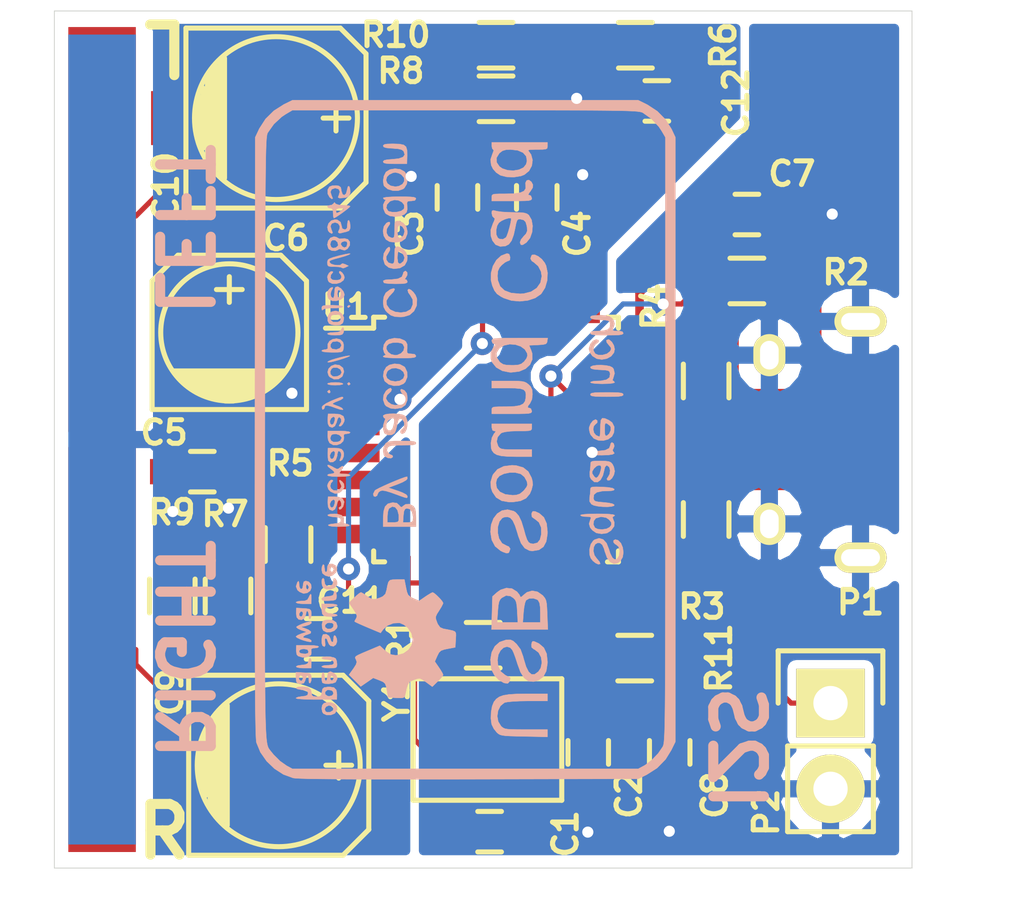
<source format=kicad_pcb>
(kicad_pcb (version 4) (host pcbnew 4.0.0-rc2-stable)

  (general
    (links 65)
    (no_connects 0)
    (area 99.584 75.9422 130.505 103.4495)
    (thickness 1.6)
    (drawings 9)
    (tracks 216)
    (zones 0)
    (modules 31)
    (nets 32)
  )

  (page A4)
  (layers
    (0 F.Cu signal)
    (31 B.Cu signal)
    (32 B.Adhes user)
    (33 F.Adhes user)
    (34 B.Paste user)
    (35 F.Paste user)
    (36 B.SilkS user)
    (37 F.SilkS user)
    (38 B.Mask user)
    (39 F.Mask user)
    (40 Dwgs.User user)
    (41 Cmts.User user)
    (42 Eco1.User user)
    (43 Eco2.User user)
    (44 Edge.Cuts user)
    (45 Margin user)
    (46 B.CrtYd user)
    (47 F.CrtYd user)
    (48 B.Fab user)
    (49 F.Fab user)
  )

  (setup
    (last_trace_width 0.1524)
    (trace_clearance 0.1524)
    (zone_clearance 0.254)
    (zone_45_only no)
    (trace_min 0.1524)
    (segment_width 0.2)
    (edge_width 0.15)
    (via_size 0.6858)
    (via_drill 0.3302)
    (via_min_size 0.635)
    (via_min_drill 0.3302)
    (uvia_size 0.3)
    (uvia_drill 0.1)
    (uvias_allowed no)
    (uvia_min_size 0.2)
    (uvia_min_drill 0.1)
    (pcb_text_width 0.3)
    (pcb_text_size 1.5 1.5)
    (mod_edge_width 0.15)
    (mod_text_size 1 1)
    (mod_text_width 0.15)
    (pad_size 1.2 0.9)
    (pad_drill 0)
    (pad_to_mask_clearance 0.2)
    (aux_axis_origin 0 0)
    (visible_elements 7FFFFFFF)
    (pcbplotparams
      (layerselection 0x010f0_80000001)
      (usegerberextensions true)
      (excludeedgelayer true)
      (linewidth 0.100000)
      (plotframeref false)
      (viasonmask false)
      (mode 1)
      (useauxorigin false)
      (hpglpennumber 1)
      (hpglpenspeed 20)
      (hpglpendiameter 15)
      (hpglpenoverlay 2)
      (psnegative false)
      (psa4output false)
      (plotreference true)
      (plotvalue false)
      (plotinvisibletext false)
      (padsonsilk false)
      (subtractmaskfromsilk true)
      (outputformat 1)
      (mirror false)
      (drillshape 0)
      (scaleselection 1)
      (outputdirectory gerber/))
  )

  (net 0 "")
  (net 1 GND)
  (net 2 VDD)
  (net 3 "Net-(C11-Pad2)")
  (net 4 "Net-(C12-Pad2)")
  (net 5 "Net-(P1-Pad4)")
  (net 6 HID0)
  (net 7 SSPND)
  (net 8 HID1)
  (net 9 HID2)
  (net 10 FUNC0)
  (net 11 FUNC1)
  (net 12 FUNC2)
  (net 13 FUNC3)
  (net 14 "Net-(U1-Pad14)")
  (net 15 /XTI)
  (net 16 /XTO)
  (net 17 /VCCR)
  (net 18 /VCCL)
  (net 19 /VCCP)
  (net 20 /VCOM)
  (net 21 /VBUS)
  (net 22 /VOUTR)
  (net 23 /FOUTR)
  (net 24 /VOUTL)
  (net 25 /FOUTL)
  (net 26 /USB_D-)
  (net 27 /USB_D+)
  (net 28 /DOUT)
  (net 29 /D-)
  (net 30 /D+)
  (net 31 /DT)

  (net_class Default "This is the default net class."
    (clearance 0.1524)
    (trace_width 0.1524)
    (via_dia 0.6858)
    (via_drill 0.3302)
    (uvia_dia 0.3)
    (uvia_drill 0.1)
    (add_net /D+)
    (add_net /D-)
    (add_net /DOUT)
    (add_net /DT)
    (add_net /FOUTL)
    (add_net /FOUTR)
    (add_net /USB_D+)
    (add_net /USB_D-)
    (add_net /VCCL)
    (add_net /VCCP)
    (add_net /VCCR)
    (add_net /VCOM)
    (add_net /VOUTL)
    (add_net /VOUTR)
    (add_net /XTI)
    (add_net /XTO)
    (add_net FUNC0)
    (add_net FUNC1)
    (add_net FUNC2)
    (add_net FUNC3)
    (add_net GND)
    (add_net HID0)
    (add_net HID1)
    (add_net HID2)
    (add_net "Net-(C11-Pad2)")
    (add_net "Net-(C12-Pad2)")
    (add_net "Net-(P1-Pad4)")
    (add_net "Net-(U1-Pad14)")
    (add_net SSPND)
    (add_net VDD)
  )

  (net_class Power ""
    (clearance 0.254)
    (trace_width 0.254)
    (via_dia 0.6858)
    (via_drill 0.3302)
    (uvia_dia 0.3)
    (uvia_drill 0.1)
    (add_net /VBUS)
  )

  (module Capacitors_SMD:C_0603_HandSoldering (layer F.Cu) (tedit 56582FFE) (tstamp 56529C27)
    (at 114.4905 100.5205)
    (descr "Capacitor SMD 0603, hand soldering")
    (tags "capacitor 0603")
    (path /5651FB0A)
    (attr smd)
    (fp_text reference C1 (at 2.2479 0.0635 90) (layer F.SilkS)
      (effects (font (size 0.7 0.7) (thickness 0.15)))
    )
    (fp_text value 18pF (at 0 1.9) (layer F.Fab)
      (effects (font (size 1 1) (thickness 0.15)))
    )
    (fp_line (start -1.85 -0.75) (end 1.85 -0.75) (layer F.CrtYd) (width 0.05))
    (fp_line (start -1.85 0.75) (end 1.85 0.75) (layer F.CrtYd) (width 0.05))
    (fp_line (start -1.85 -0.75) (end -1.85 0.75) (layer F.CrtYd) (width 0.05))
    (fp_line (start 1.85 -0.75) (end 1.85 0.75) (layer F.CrtYd) (width 0.05))
    (fp_line (start -0.35 -0.6) (end 0.35 -0.6) (layer F.SilkS) (width 0.15))
    (fp_line (start 0.35 0.6) (end -0.35 0.6) (layer F.SilkS) (width 0.15))
    (pad 1 smd rect (at -0.95 0) (size 1.2 0.75) (layers F.Cu F.Paste F.Mask)
      (net 15 /XTI))
    (pad 2 smd rect (at 0.95 0) (size 1.2 0.75) (layers F.Cu F.Paste F.Mask)
      (net 1 GND))
    (model Capacitors_SMD.3dshapes/C_0603_HandSoldering.wrl
      (at (xyz 0 0 0))
      (scale (xyz 1 1 1))
      (rotate (xyz 0 0 0))
    )
  )

  (module Capacitors_SMD:C_0603_HandSoldering (layer F.Cu) (tedit 5658300E) (tstamp 56529C2D)
    (at 117.4115 98.171 270)
    (descr "Capacitor SMD 0603, hand soldering")
    (tags "capacitor 0603")
    (path /5651FBB5)
    (attr smd)
    (fp_text reference C2 (at 1.27 -1.2065 270) (layer F.SilkS)
      (effects (font (size 0.7 0.7) (thickness 0.15)))
    )
    (fp_text value 18pF (at 0 1.9 270) (layer F.Fab)
      (effects (font (size 1 1) (thickness 0.15)))
    )
    (fp_line (start -1.85 -0.75) (end 1.85 -0.75) (layer F.CrtYd) (width 0.05))
    (fp_line (start -1.85 0.75) (end 1.85 0.75) (layer F.CrtYd) (width 0.05))
    (fp_line (start -1.85 -0.75) (end -1.85 0.75) (layer F.CrtYd) (width 0.05))
    (fp_line (start 1.85 -0.75) (end 1.85 0.75) (layer F.CrtYd) (width 0.05))
    (fp_line (start -0.35 -0.6) (end 0.35 -0.6) (layer F.SilkS) (width 0.15))
    (fp_line (start 0.35 0.6) (end -0.35 0.6) (layer F.SilkS) (width 0.15))
    (pad 1 smd rect (at -0.95 0 270) (size 1.2 0.75) (layers F.Cu F.Paste F.Mask)
      (net 16 /XTO))
    (pad 2 smd rect (at 0.95 0 270) (size 1.2 0.75) (layers F.Cu F.Paste F.Mask)
      (net 1 GND))
    (model Capacitors_SMD.3dshapes/C_0603_HandSoldering.wrl
      (at (xyz 0 0 0))
      (scale (xyz 1 1 1))
      (rotate (xyz 0 0 0))
    )
  )

  (module Capacitors_SMD:C_0603_HandSoldering (layer F.Cu) (tedit 56594444) (tstamp 56529C33)
    (at 113.538 81.7245 90)
    (descr "Capacitor SMD 0603, hand soldering")
    (tags "capacitor 0603")
    (path /5651E786)
    (attr smd)
    (fp_text reference C3 (at -1.077 -1.397 90) (layer F.SilkS)
      (effects (font (size 0.7 0.7) (thickness 0.15)))
    )
    (fp_text value 1uF (at 0.0635 0 90) (layer F.Fab)
      (effects (font (size 1 1) (thickness 0.15)))
    )
    (fp_line (start -1.85 -0.75) (end 1.85 -0.75) (layer F.CrtYd) (width 0.05))
    (fp_line (start -1.85 0.75) (end 1.85 0.75) (layer F.CrtYd) (width 0.05))
    (fp_line (start -1.85 -0.75) (end -1.85 0.75) (layer F.CrtYd) (width 0.05))
    (fp_line (start 1.85 -0.75) (end 1.85 0.75) (layer F.CrtYd) (width 0.05))
    (fp_line (start -0.35 -0.6) (end 0.35 -0.6) (layer F.SilkS) (width 0.15))
    (fp_line (start 0.35 0.6) (end -0.35 0.6) (layer F.SilkS) (width 0.15))
    (pad 1 smd rect (at -0.95 0 90) (size 1.2 0.75) (layers F.Cu F.Paste F.Mask)
      (net 17 /VCCR))
    (pad 2 smd rect (at 0.95 0 90) (size 1.2 0.75) (layers F.Cu F.Paste F.Mask)
      (net 1 GND))
    (model Capacitors_SMD.3dshapes/C_0603_HandSoldering.wrl
      (at (xyz 0 0 0))
      (scale (xyz 1 1 1))
      (rotate (xyz 0 0 0))
    )
  )

  (module Capacitors_SMD:C_0603_HandSoldering (layer F.Cu) (tedit 5659444B) (tstamp 56529C39)
    (at 115.8875 81.7245 90)
    (descr "Capacitor SMD 0603, hand soldering")
    (tags "capacitor 0603")
    (path /5651E7D5)
    (attr smd)
    (fp_text reference C4 (at -1.0795 1.2065 90) (layer F.SilkS)
      (effects (font (size 0.7 0.7) (thickness 0.15)))
    )
    (fp_text value 1uF (at -0.0635 -0.0635 90) (layer F.Fab)
      (effects (font (size 1 1) (thickness 0.15)))
    )
    (fp_line (start -1.85 -0.75) (end 1.85 -0.75) (layer F.CrtYd) (width 0.05))
    (fp_line (start -1.85 0.75) (end 1.85 0.75) (layer F.CrtYd) (width 0.05))
    (fp_line (start -1.85 -0.75) (end -1.85 0.75) (layer F.CrtYd) (width 0.05))
    (fp_line (start 1.85 -0.75) (end 1.85 0.75) (layer F.CrtYd) (width 0.05))
    (fp_line (start -0.35 -0.6) (end 0.35 -0.6) (layer F.SilkS) (width 0.15))
    (fp_line (start 0.35 0.6) (end -0.35 0.6) (layer F.SilkS) (width 0.15))
    (pad 1 smd rect (at -0.95 0 90) (size 1.2 0.75) (layers F.Cu F.Paste F.Mask)
      (net 18 /VCCL))
    (pad 2 smd rect (at 0.95 0 90) (size 1.2 0.75) (layers F.Cu F.Paste F.Mask)
      (net 1 GND))
    (model Capacitors_SMD.3dshapes/C_0603_HandSoldering.wrl
      (at (xyz 0 0 0))
      (scale (xyz 1 1 1))
      (rotate (xyz 0 0 0))
    )
  )

  (module Capacitors_SMD:C_0603_HandSoldering (layer F.Cu) (tedit 56582FB5) (tstamp 56529C3F)
    (at 105.9815 89.8525)
    (descr "Capacitor SMD 0603, hand soldering")
    (tags "capacitor 0603")
    (path /5651E71F)
    (attr smd)
    (fp_text reference C5 (at -1.1303 -1.1557) (layer F.SilkS)
      (effects (font (size 0.7 0.7) (thickness 0.15)))
    )
    (fp_text value 1uF (at 2.0295 1.143) (layer F.Fab)
      (effects (font (size 1 1) (thickness 0.15)))
    )
    (fp_line (start -1.85 -0.75) (end 1.85 -0.75) (layer F.CrtYd) (width 0.05))
    (fp_line (start -1.85 0.75) (end 1.85 0.75) (layer F.CrtYd) (width 0.05))
    (fp_line (start -1.85 -0.75) (end -1.85 0.75) (layer F.CrtYd) (width 0.05))
    (fp_line (start 1.85 -0.75) (end 1.85 0.75) (layer F.CrtYd) (width 0.05))
    (fp_line (start -0.35 -0.6) (end 0.35 -0.6) (layer F.SilkS) (width 0.15))
    (fp_line (start 0.35 0.6) (end -0.35 0.6) (layer F.SilkS) (width 0.15))
    (pad 1 smd rect (at -0.95 0) (size 1.2 0.75) (layers F.Cu F.Paste F.Mask)
      (net 1 GND))
    (pad 2 smd rect (at 0.95 0) (size 1.2 0.75) (layers F.Cu F.Paste F.Mask)
      (net 19 /VCCP))
    (model Capacitors_SMD.3dshapes/C_0603_HandSoldering.wrl
      (at (xyz 0 0 0))
      (scale (xyz 1 1 1))
      (rotate (xyz 0 0 0))
    )
  )

  (module Capacitors_SMD:c_elec_4x5.3 (layer F.Cu) (tedit 565944EF) (tstamp 56529C45)
    (at 106.7816 85.725 90)
    (descr "SMT capacitor, aluminium electrolytic, 4x5.3")
    (path /5651E968)
    (attr smd)
    (fp_text reference C6 (at 2.794 1.6764 180) (layer F.SilkS)
      (effects (font (size 0.7 0.7) (thickness 0.15)))
    )
    (fp_text value 10uF (at 0.10414 1.9685 90) (layer F.Fab)
      (effects (font (size 1 1) (thickness 0.15)))
    )
    (fp_line (start -3.35 -2.65) (end 3.35 -2.65) (layer F.CrtYd) (width 0.05))
    (fp_line (start 3.35 -2.65) (end 3.35 2.65) (layer F.CrtYd) (width 0.05))
    (fp_line (start 3.35 2.65) (end -3.35 2.65) (layer F.CrtYd) (width 0.05))
    (fp_line (start -3.35 2.65) (end -3.35 -2.65) (layer F.CrtYd) (width 0.05))
    (fp_line (start 1.651 0) (end 0.889 0) (layer F.SilkS) (width 0.15))
    (fp_line (start 1.27 -0.381) (end 1.27 0.381) (layer F.SilkS) (width 0.15))
    (fp_line (start 1.524 2.286) (end -2.286 2.286) (layer F.SilkS) (width 0.15))
    (fp_line (start 2.286 -1.524) (end 2.286 1.524) (layer F.SilkS) (width 0.15))
    (fp_line (start 1.524 2.286) (end 2.286 1.524) (layer F.SilkS) (width 0.15))
    (fp_line (start 1.524 -2.286) (end -2.286 -2.286) (layer F.SilkS) (width 0.15))
    (fp_line (start 1.524 -2.286) (end 2.286 -1.524) (layer F.SilkS) (width 0.15))
    (fp_line (start -2.032 0.127) (end -2.032 -0.127) (layer F.SilkS) (width 0.15))
    (fp_line (start -1.905 -0.635) (end -1.905 0.635) (layer F.SilkS) (width 0.15))
    (fp_line (start -1.778 0.889) (end -1.778 -0.889) (layer F.SilkS) (width 0.15))
    (fp_line (start -1.651 1.143) (end -1.651 -1.143) (layer F.SilkS) (width 0.15))
    (fp_line (start -1.524 -1.27) (end -1.524 1.27) (layer F.SilkS) (width 0.15))
    (fp_line (start -1.397 1.397) (end -1.397 -1.397) (layer F.SilkS) (width 0.15))
    (fp_line (start -1.27 -1.524) (end -1.27 1.524) (layer F.SilkS) (width 0.15))
    (fp_line (start -1.143 -1.651) (end -1.143 1.651) (layer F.SilkS) (width 0.15))
    (fp_line (start -2.286 -2.286) (end -2.286 2.286) (layer F.SilkS) (width 0.15))
    (fp_circle (center 0 0) (end -2.032 0) (layer F.SilkS) (width 0.15))
    (pad 1 smd rect (at 1.80086 0 90) (size 2.60096 1.6002) (layers F.Cu F.Paste F.Mask)
      (net 20 /VCOM))
    (pad 2 smd rect (at -1.80086 0 90) (size 2.60096 1.6002) (layers F.Cu F.Paste F.Mask)
      (net 1 GND))
    (model Capacitors_SMD.3dshapes/c_elec_4x5.3.wrl
      (at (xyz 0 0 0))
      (scale (xyz 1 1 1))
      (rotate (xyz 0 0 0))
    )
  )

  (module Capacitors_SMD:C_0603_HandSoldering (layer F.Cu) (tedit 565944B1) (tstamp 56529C4B)
    (at 122.1105 82.2325 180)
    (descr "Capacitor SMD 0603, hand soldering")
    (tags "capacitor 0603")
    (path /5651E651)
    (attr smd)
    (fp_text reference C7 (at -1.3335 1.2065 180) (layer F.SilkS)
      (effects (font (size 0.7 0.7) (thickness 0.15)))
    )
    (fp_text value 1uF (at -0.0635 0.0635 180) (layer F.Fab)
      (effects (font (size 1 1) (thickness 0.15)))
    )
    (fp_line (start -1.85 -0.75) (end 1.85 -0.75) (layer F.CrtYd) (width 0.05))
    (fp_line (start -1.85 0.75) (end 1.85 0.75) (layer F.CrtYd) (width 0.05))
    (fp_line (start -1.85 -0.75) (end -1.85 0.75) (layer F.CrtYd) (width 0.05))
    (fp_line (start 1.85 -0.75) (end 1.85 0.75) (layer F.CrtYd) (width 0.05))
    (fp_line (start -0.35 -0.6) (end 0.35 -0.6) (layer F.SilkS) (width 0.15))
    (fp_line (start 0.35 0.6) (end -0.35 0.6) (layer F.SilkS) (width 0.15))
    (pad 1 smd rect (at -0.95 0 180) (size 1.2 0.75) (layers F.Cu F.Paste F.Mask)
      (net 1 GND))
    (pad 2 smd rect (at 0.95 0 180) (size 1.2 0.75) (layers F.Cu F.Paste F.Mask)
      (net 21 /VBUS))
    (model Capacitors_SMD.3dshapes/C_0603_HandSoldering.wrl
      (at (xyz 0 0 0))
      (scale (xyz 1 1 1))
      (rotate (xyz 0 0 0))
    )
  )

  (module Capacitors_SMD:C_0603_HandSoldering (layer F.Cu) (tedit 5659448F) (tstamp 56529C51)
    (at 119.8245 98.171 270)
    (descr "Capacitor SMD 0603, hand soldering")
    (tags "capacitor 0603")
    (path /5651E6C6)
    (attr smd)
    (fp_text reference C8 (at 1.27 -1.3335 270) (layer F.SilkS)
      (effects (font (size 0.7 0.7) (thickness 0.15)))
    )
    (fp_text value 1uF (at 0 1.9 270) (layer F.Fab)
      (effects (font (size 1 1) (thickness 0.15)))
    )
    (fp_line (start -1.85 -0.75) (end 1.85 -0.75) (layer F.CrtYd) (width 0.05))
    (fp_line (start -1.85 0.75) (end 1.85 0.75) (layer F.CrtYd) (width 0.05))
    (fp_line (start -1.85 -0.75) (end -1.85 0.75) (layer F.CrtYd) (width 0.05))
    (fp_line (start 1.85 -0.75) (end 1.85 0.75) (layer F.CrtYd) (width 0.05))
    (fp_line (start -0.35 -0.6) (end 0.35 -0.6) (layer F.SilkS) (width 0.15))
    (fp_line (start 0.35 0.6) (end -0.35 0.6) (layer F.SilkS) (width 0.15))
    (pad 1 smd rect (at -0.95 0 270) (size 1.2 0.75) (layers F.Cu F.Paste F.Mask)
      (net 2 VDD))
    (pad 2 smd rect (at 0.95 0 270) (size 1.2 0.75) (layers F.Cu F.Paste F.Mask)
      (net 1 GND))
    (model Capacitors_SMD.3dshapes/C_0603_HandSoldering.wrl
      (at (xyz 0 0 0))
      (scale (xyz 1 1 1))
      (rotate (xyz 0 0 0))
    )
  )

  (module Capacitors_SMD:c_elec_5x5.3 (layer F.Cu) (tedit 56594422) (tstamp 56529C57)
    (at 108.24464 98.552)
    (descr "SMT capacitor, aluminium electrolytic, 5x5.3")
    (path /5651E83E)
    (attr smd)
    (fp_text reference C9 (at -3.21564 -2.159 90) (layer F.SilkS)
      (effects (font (size 0.7 0.7) (thickness 0.15)))
    )
    (fp_text value 100uF (at 0 3.81) (layer F.Fab)
      (effects (font (size 1 1) (thickness 0.15)))
    )
    (fp_line (start -3.95 -3) (end 3.95 -3) (layer F.CrtYd) (width 0.05))
    (fp_line (start 3.95 -3) (end 3.95 3) (layer F.CrtYd) (width 0.05))
    (fp_line (start 3.95 3) (end -3.95 3) (layer F.CrtYd) (width 0.05))
    (fp_line (start -3.95 3) (end -3.95 -3) (layer F.CrtYd) (width 0.05))
    (fp_line (start -2.286 -0.635) (end -2.286 0.762) (layer F.SilkS) (width 0.15))
    (fp_line (start -2.159 -0.889) (end -2.159 0.889) (layer F.SilkS) (width 0.15))
    (fp_line (start -2.032 -1.27) (end -2.032 1.27) (layer F.SilkS) (width 0.15))
    (fp_line (start -1.905 1.397) (end -1.905 -1.397) (layer F.SilkS) (width 0.15))
    (fp_line (start -1.778 -1.524) (end -1.778 1.524) (layer F.SilkS) (width 0.15))
    (fp_line (start -1.651 1.651) (end -1.651 -1.651) (layer F.SilkS) (width 0.15))
    (fp_line (start -1.524 -1.778) (end -1.524 1.778) (layer F.SilkS) (width 0.15))
    (fp_line (start -2.667 -2.667) (end 1.905 -2.667) (layer F.SilkS) (width 0.15))
    (fp_line (start 1.905 -2.667) (end 2.667 -1.905) (layer F.SilkS) (width 0.15))
    (fp_line (start 2.667 -1.905) (end 2.667 1.905) (layer F.SilkS) (width 0.15))
    (fp_line (start 2.667 1.905) (end 1.905 2.667) (layer F.SilkS) (width 0.15))
    (fp_line (start 1.905 2.667) (end -2.667 2.667) (layer F.SilkS) (width 0.15))
    (fp_line (start -2.667 2.667) (end -2.667 -2.667) (layer F.SilkS) (width 0.15))
    (fp_line (start 2.159 0) (end 1.397 0) (layer F.SilkS) (width 0.15))
    (fp_line (start 1.778 -0.381) (end 1.778 0.381) (layer F.SilkS) (width 0.15))
    (fp_circle (center 0 0) (end -2.413 0) (layer F.SilkS) (width 0.15))
    (pad 1 smd rect (at 2.19964 0) (size 2.99974 1.6002) (layers F.Cu F.Paste F.Mask)
      (net 22 /VOUTR))
    (pad 2 smd rect (at -2.19964 0) (size 2.99974 1.6002) (layers F.Cu F.Paste F.Mask)
      (net 23 /FOUTR))
    (model Capacitors_SMD.3dshapes/c_elec_5x5.3.wrl
      (at (xyz 0 0 0))
      (scale (xyz 1 1 1))
      (rotate (xyz 0 0 0))
    )
  )

  (module Capacitors_SMD:c_elec_5x5.3 (layer F.Cu) (tedit 56594439) (tstamp 56529C5D)
    (at 108.16336 79.375)
    (descr "SMT capacitor, aluminium electrolytic, 5x5.3")
    (path /5651E909)
    (attr smd)
    (fp_text reference C10 (at -3.26136 2.032 90) (layer F.SilkS)
      (effects (font (size 0.7 0.7) (thickness 0.15)))
    )
    (fp_text value 100uF (at 0.92964 2.9845) (layer F.Fab)
      (effects (font (size 1 1) (thickness 0.15)))
    )
    (fp_line (start -3.95 -3) (end 3.95 -3) (layer F.CrtYd) (width 0.05))
    (fp_line (start 3.95 -3) (end 3.95 3) (layer F.CrtYd) (width 0.05))
    (fp_line (start 3.95 3) (end -3.95 3) (layer F.CrtYd) (width 0.05))
    (fp_line (start -3.95 3) (end -3.95 -3) (layer F.CrtYd) (width 0.05))
    (fp_line (start -2.286 -0.635) (end -2.286 0.762) (layer F.SilkS) (width 0.15))
    (fp_line (start -2.159 -0.889) (end -2.159 0.889) (layer F.SilkS) (width 0.15))
    (fp_line (start -2.032 -1.27) (end -2.032 1.27) (layer F.SilkS) (width 0.15))
    (fp_line (start -1.905 1.397) (end -1.905 -1.397) (layer F.SilkS) (width 0.15))
    (fp_line (start -1.778 -1.524) (end -1.778 1.524) (layer F.SilkS) (width 0.15))
    (fp_line (start -1.651 1.651) (end -1.651 -1.651) (layer F.SilkS) (width 0.15))
    (fp_line (start -1.524 -1.778) (end -1.524 1.778) (layer F.SilkS) (width 0.15))
    (fp_line (start -2.667 -2.667) (end 1.905 -2.667) (layer F.SilkS) (width 0.15))
    (fp_line (start 1.905 -2.667) (end 2.667 -1.905) (layer F.SilkS) (width 0.15))
    (fp_line (start 2.667 -1.905) (end 2.667 1.905) (layer F.SilkS) (width 0.15))
    (fp_line (start 2.667 1.905) (end 1.905 2.667) (layer F.SilkS) (width 0.15))
    (fp_line (start 1.905 2.667) (end -2.667 2.667) (layer F.SilkS) (width 0.15))
    (fp_line (start -2.667 2.667) (end -2.667 -2.667) (layer F.SilkS) (width 0.15))
    (fp_line (start 2.159 0) (end 1.397 0) (layer F.SilkS) (width 0.15))
    (fp_line (start 1.778 -0.381) (end 1.778 0.381) (layer F.SilkS) (width 0.15))
    (fp_circle (center 0 0) (end -2.413 0) (layer F.SilkS) (width 0.15))
    (pad 1 smd rect (at 2.19964 0) (size 2.99974 1.6002) (layers F.Cu F.Paste F.Mask)
      (net 24 /VOUTL))
    (pad 2 smd rect (at -2.19964 0) (size 2.99974 1.6002) (layers F.Cu F.Paste F.Mask)
      (net 25 /FOUTL))
    (model Capacitors_SMD.3dshapes/c_elec_5x5.3.wrl
      (at (xyz 0 0 0))
      (scale (xyz 1 1 1))
      (rotate (xyz 0 0 0))
    )
  )

  (module Capacitors_SMD:C_0603_HandSoldering (layer F.Cu) (tedit 56582F7C) (tstamp 56529C63)
    (at 109.4105 94.8055 180)
    (descr "Capacitor SMD 0603, hand soldering")
    (tags "capacitor 0603")
    (path /5651E5A9)
    (attr smd)
    (fp_text reference C11 (at -0.9779 1.1303 180) (layer F.SilkS)
      (effects (font (size 0.7 0.7) (thickness 0.15)))
    )
    (fp_text value 0.022uF (at 0 1.9 180) (layer F.Fab)
      (effects (font (size 1 1) (thickness 0.15)))
    )
    (fp_line (start -1.85 -0.75) (end 1.85 -0.75) (layer F.CrtYd) (width 0.05))
    (fp_line (start -1.85 0.75) (end 1.85 0.75) (layer F.CrtYd) (width 0.05))
    (fp_line (start -1.85 -0.75) (end -1.85 0.75) (layer F.CrtYd) (width 0.05))
    (fp_line (start 1.85 -0.75) (end 1.85 0.75) (layer F.CrtYd) (width 0.05))
    (fp_line (start -0.35 -0.6) (end 0.35 -0.6) (layer F.SilkS) (width 0.15))
    (fp_line (start 0.35 0.6) (end -0.35 0.6) (layer F.SilkS) (width 0.15))
    (pad 1 smd rect (at -0.95 0 180) (size 1.2 0.75) (layers F.Cu F.Paste F.Mask)
      (net 22 /VOUTR))
    (pad 2 smd rect (at 0.95 0 180) (size 1.2 0.75) (layers F.Cu F.Paste F.Mask)
      (net 3 "Net-(C11-Pad2)"))
    (model Capacitors_SMD.3dshapes/C_0603_HandSoldering.wrl
      (at (xyz 0 0 0))
      (scale (xyz 1 1 1))
      (rotate (xyz 0 0 0))
    )
  )

  (module Capacitors_SMD:C_0603_HandSoldering (layer F.Cu) (tedit 565944C6) (tstamp 56529C69)
    (at 119.4435 78.867)
    (descr "Capacitor SMD 0603, hand soldering")
    (tags "capacitor 0603")
    (path /5651E608)
    (attr smd)
    (fp_text reference C12 (at 2.3495 0.0508 90) (layer F.SilkS)
      (effects (font (size 0.7 0.7) (thickness 0.15)))
    )
    (fp_text value 0.022uF (at 0.0635 0) (layer F.Fab)
      (effects (font (size 1 1) (thickness 0.15)))
    )
    (fp_line (start -1.85 -0.75) (end 1.85 -0.75) (layer F.CrtYd) (width 0.05))
    (fp_line (start -1.85 0.75) (end 1.85 0.75) (layer F.CrtYd) (width 0.05))
    (fp_line (start -1.85 -0.75) (end -1.85 0.75) (layer F.CrtYd) (width 0.05))
    (fp_line (start 1.85 -0.75) (end 1.85 0.75) (layer F.CrtYd) (width 0.05))
    (fp_line (start -0.35 -0.6) (end 0.35 -0.6) (layer F.SilkS) (width 0.15))
    (fp_line (start 0.35 0.6) (end -0.35 0.6) (layer F.SilkS) (width 0.15))
    (pad 1 smd rect (at -0.95 0) (size 1.2 0.75) (layers F.Cu F.Paste F.Mask)
      (net 24 /VOUTL))
    (pad 2 smd rect (at 0.95 0) (size 1.2 0.75) (layers F.Cu F.Paste F.Mask)
      (net 4 "Net-(C12-Pad2)"))
    (model Capacitors_SMD.3dshapes/C_0603_HandSoldering.wrl
      (at (xyz 0 0 0))
      (scale (xyz 1 1 1))
      (rotate (xyz 0 0 0))
    )
  )

  (module Personal:CONN_USB_MICRO_B_FCI_10118194 (layer F.Cu) (tedit 56594499) (tstamp 56529C78)
    (at 125.476 88.9 90)
    (path /56520251)
    (fp_text reference P1 (at -4.826 0 180) (layer F.SilkS)
      (effects (font (size 0.7 0.7) (thickness 0.15)))
    )
    (fp_text value USB_MICRO_B (at 0 4 90) (layer F.Fab)
      (effects (font (size 1 1) (thickness 0.15)))
    )
    (fp_line (start -3.5 1.45) (end 3.5 1.45) (layer F.Fab) (width 0.15))
    (fp_line (start -4.02 2.68) (end -3.5 2.15) (layer F.Fab) (width 0.15))
    (fp_line (start 3.5 2.15) (end 4.02 2.68) (layer F.Fab) (width 0.15))
    (fp_line (start 4.02 2.68) (end -4.02 2.68) (layer F.Fab) (width 0.15))
    (fp_line (start -3.5 2.15) (end 3.5 2.15) (layer F.Fab) (width 0.15))
    (fp_line (start -3.5 -2.7) (end -3.5 2.15) (layer F.Fab) (width 0.15))
    (fp_line (start 3.5 -2.7) (end 3.5 2.15) (layer F.Fab) (width 0.15))
    (fp_line (start -3.5 -2.7) (end 3.5 -2.7) (layer F.Fab) (width 0.15))
    (pad 6 smd rect (at 1 0 90) (size 1.5 1.55) (layers F.Cu F.Paste F.Mask)
      (net 1 GND))
    (pad 6 smd rect (at -1 0 90) (size 1.5 1.55) (layers F.Cu F.Paste F.Mask)
      (net 1 GND))
    (pad 6 thru_hole oval (at 3.5 0 90) (size 0.9 1.55) (drill oval 0.5 1.15) (layers *.Cu *.Mask F.SilkS)
      (net 1 GND))
    (pad 6 thru_hole oval (at -3.5 0 90) (size 0.9 1.55) (drill oval 0.5 1.15) (layers *.Cu *.Mask F.SilkS)
      (net 1 GND))
    (pad 6 thru_hole oval (at -2.5 -2.7 90) (size 1.25 0.95) (drill oval 0.85 0.55) (layers *.Cu *.Mask F.SilkS)
      (net 1 GND))
    (pad 6 thru_hole oval (at 2.5 -2.7 90) (size 1.25 0.95) (drill oval 0.85 0.55) (layers *.Cu *.Mask F.SilkS)
      (net 1 GND))
    (pad 1 smd rect (at -1.3 -2.7 90) (size 0.4 1.35) (layers F.Cu F.Paste F.Mask)
      (net 21 /VBUS))
    (pad 2 smd rect (at -0.65 -2.7 90) (size 0.4 1.35) (layers F.Cu F.Paste F.Mask)
      (net 26 /USB_D-))
    (pad 3 smd rect (at 0 -2.7 90) (size 0.4 1.35) (layers F.Cu F.Paste F.Mask)
      (net 27 /USB_D+))
    (pad 4 smd rect (at 0.65 -2.7 90) (size 0.4 1.35) (layers F.Cu F.Paste F.Mask)
      (net 5 "Net-(P1-Pad4)"))
    (pad 5 smd rect (at 1.3 -2.7 90) (size 0.4 1.35) (layers F.Cu F.Paste F.Mask)
      (net 1 GND))
  )

  (module Personal:PAD_12.00x2.00mm (layer F.Cu) (tedit 5652AF24) (tstamp 56529C83)
    (at 104.013 95.123 90)
    (path /5652AFFE)
    (fp_text reference P3 (at 0 -3.25 90) (layer F.SilkS) hide
      (effects (font (size 1 1) (thickness 0.15)))
    )
    (fp_text value RIGHT (at -3.175 -3.175 90) (layer F.Fab)
      (effects (font (size 1 1) (thickness 0.15)))
    )
    (pad 1 smd rect (at 0 0 90) (size 12 2) (drill oval (offset 0 -1)) (layers F.Cu F.Paste F.Mask)
      (net 23 /FOUTR))
  )

  (module Personal:PAD_12.00x2.00mm (layer F.Cu) (tedit 5652AF29) (tstamp 56529C88)
    (at 104.013 82.677 90)
    (path /5652B09F)
    (fp_text reference P4 (at 0 -3.25 90) (layer F.SilkS) hide
      (effects (font (size 1 1) (thickness 0.15)))
    )
    (fp_text value LEFT (at 2.54 -3.1115 90) (layer F.Fab)
      (effects (font (size 1 1) (thickness 0.15)))
    )
    (pad 1 smd rect (at 0 0 90) (size 12 2) (drill oval (offset 0 -1)) (layers F.Cu F.Paste F.Mask)
      (net 25 /FOUTL))
  )

  (module Personal:PAD_24.00x2.00mm (layer B.Cu) (tedit 5652AF1E) (tstamp 56529C8D)
    (at 104.013 88.9 270)
    (path /5652B442)
    (fp_text reference P5 (at 0 3.25 270) (layer B.SilkS) hide
      (effects (font (size 1 1) (thickness 0.15)) (justify mirror))
    )
    (fp_text value GND (at 0 -2.25 270) (layer B.Fab)
      (effects (font (size 1 1) (thickness 0.15)) (justify mirror))
    )
    (pad 1 smd rect (at 0 0 270) (size 24 2) (drill oval (offset 0 1)) (layers B.Cu B.Paste B.Mask)
      (net 1 GND))
  )

  (module Resistors_SMD:R_0603_HandSoldering (layer F.Cu) (tedit 56582F91) (tstamp 56529C93)
    (at 114.3 94.996 180)
    (descr "Resistor SMD 0603, hand soldering")
    (tags "resistor 0603")
    (path /5651DCF8)
    (attr smd)
    (fp_text reference R1 (at 2.4384 0.127 270) (layer F.SilkS)
      (effects (font (size 0.7 0.7) (thickness 0.15)))
    )
    (fp_text value 1M (at 0 1.9 180) (layer F.Fab)
      (effects (font (size 1 1) (thickness 0.15)))
    )
    (fp_line (start -2 -0.8) (end 2 -0.8) (layer F.CrtYd) (width 0.05))
    (fp_line (start -2 0.8) (end 2 0.8) (layer F.CrtYd) (width 0.05))
    (fp_line (start -2 -0.8) (end -2 0.8) (layer F.CrtYd) (width 0.05))
    (fp_line (start 2 -0.8) (end 2 0.8) (layer F.CrtYd) (width 0.05))
    (fp_line (start 0.5 0.675) (end -0.5 0.675) (layer F.SilkS) (width 0.15))
    (fp_line (start -0.5 -0.675) (end 0.5 -0.675) (layer F.SilkS) (width 0.15))
    (pad 1 smd rect (at -1.1 0 180) (size 1.2 0.9) (layers F.Cu F.Paste F.Mask)
      (net 16 /XTO))
    (pad 2 smd rect (at 1.1 0 180) (size 1.2 0.9) (layers F.Cu F.Paste F.Mask)
      (net 15 /XTI))
    (model Resistors_SMD.3dshapes/R_0603_HandSoldering.wrl
      (at (xyz 0 0 0))
      (scale (xyz 1 1 1))
      (rotate (xyz 0 0 0))
    )
  )

  (module Resistors_SMD:R_0603_HandSoldering (layer F.Cu) (tedit 565944A5) (tstamp 56529C99)
    (at 122.1105 84.201)
    (descr "Resistor SMD 0603, hand soldering")
    (tags "resistor 0603")
    (path /5651DED7)
    (attr smd)
    (fp_text reference R2 (at 2.9337 -0.254) (layer F.SilkS)
      (effects (font (size 0.7 0.7) (thickness 0.15)))
    )
    (fp_text value 1K5 (at 0.6555 1.7145) (layer F.Fab)
      (effects (font (size 1 1) (thickness 0.15)))
    )
    (fp_line (start -2 -0.8) (end 2 -0.8) (layer F.CrtYd) (width 0.05))
    (fp_line (start -2 0.8) (end 2 0.8) (layer F.CrtYd) (width 0.05))
    (fp_line (start -2 -0.8) (end -2 0.8) (layer F.CrtYd) (width 0.05))
    (fp_line (start 2 -0.8) (end 2 0.8) (layer F.CrtYd) (width 0.05))
    (fp_line (start 0.5 0.675) (end -0.5 0.675) (layer F.SilkS) (width 0.15))
    (fp_line (start -0.5 -0.675) (end 0.5 -0.675) (layer F.SilkS) (width 0.15))
    (pad 1 smd rect (at -1.1 0) (size 1.2 0.9) (layers F.Cu F.Paste F.Mask)
      (net 2 VDD))
    (pad 2 smd rect (at 1.1 0) (size 1.2 0.9) (layers F.Cu F.Paste F.Mask)
      (net 27 /USB_D+))
    (model Resistors_SMD.3dshapes/R_0603_HandSoldering.wrl
      (at (xyz 0 0 0))
      (scale (xyz 1 1 1))
      (rotate (xyz 0 0 0))
    )
  )

  (module Resistors_SMD:R_0603_HandSoldering (layer F.Cu) (tedit 56594468) (tstamp 56529C9F)
    (at 120.904 91.27 270)
    (descr "Resistor SMD 0603, hand soldering")
    (tags "resistor 0603")
    (path /5651DE3D)
    (attr smd)
    (fp_text reference R3 (at 2.583 0.127 360) (layer F.SilkS)
      (effects (font (size 0.7 0.7) (thickness 0.15)))
    )
    (fp_text value 22R (at 0 1.9 270) (layer F.Fab)
      (effects (font (size 1 1) (thickness 0.15)))
    )
    (fp_line (start -2 -0.8) (end 2 -0.8) (layer F.CrtYd) (width 0.05))
    (fp_line (start -2 0.8) (end 2 0.8) (layer F.CrtYd) (width 0.05))
    (fp_line (start -2 -0.8) (end -2 0.8) (layer F.CrtYd) (width 0.05))
    (fp_line (start 2 -0.8) (end 2 0.8) (layer F.CrtYd) (width 0.05))
    (fp_line (start 0.5 0.675) (end -0.5 0.675) (layer F.SilkS) (width 0.15))
    (fp_line (start -0.5 -0.675) (end 0.5 -0.675) (layer F.SilkS) (width 0.15))
    (pad 1 smd rect (at -1.1 0 270) (size 1.2 0.9) (layers F.Cu F.Paste F.Mask)
      (net 26 /USB_D-))
    (pad 2 smd rect (at 1.1 0 270) (size 1.2 0.9) (layers F.Cu F.Paste F.Mask)
      (net 29 /D-))
    (model Resistors_SMD.3dshapes/R_0603_HandSoldering.wrl
      (at (xyz 0 0 0))
      (scale (xyz 1 1 1))
      (rotate (xyz 0 0 0))
    )
  )

  (module Resistors_SMD:R_0603_HandSoldering (layer F.Cu) (tedit 5659445B) (tstamp 56529CA5)
    (at 120.904 87.165 90)
    (descr "Resistor SMD 0603, hand soldering")
    (tags "resistor 0603")
    (path /5651DE98)
    (attr smd)
    (fp_text reference R4 (at 2.202 -1.524 90) (layer F.SilkS)
      (effects (font (size 0.7 0.7) (thickness 0.15)))
    )
    (fp_text value 22R (at 0 1.9 90) (layer F.Fab)
      (effects (font (size 1 1) (thickness 0.15)))
    )
    (fp_line (start -2 -0.8) (end 2 -0.8) (layer F.CrtYd) (width 0.05))
    (fp_line (start -2 0.8) (end 2 0.8) (layer F.CrtYd) (width 0.05))
    (fp_line (start -2 -0.8) (end -2 0.8) (layer F.CrtYd) (width 0.05))
    (fp_line (start 2 -0.8) (end 2 0.8) (layer F.CrtYd) (width 0.05))
    (fp_line (start 0.5 0.675) (end -0.5 0.675) (layer F.SilkS) (width 0.15))
    (fp_line (start -0.5 -0.675) (end 0.5 -0.675) (layer F.SilkS) (width 0.15))
    (pad 1 smd rect (at -1.1 0 90) (size 1.2 0.9) (layers F.Cu F.Paste F.Mask)
      (net 27 /USB_D+))
    (pad 2 smd rect (at 1.1 0 90) (size 1.2 0.9) (layers F.Cu F.Paste F.Mask)
      (net 30 /D+))
    (model Resistors_SMD.3dshapes/R_0603_HandSoldering.wrl
      (at (xyz 0 0 0))
      (scale (xyz 1 1 1))
      (rotate (xyz 0 0 0))
    )
  )

  (module Resistors_SMD:R_0603_HandSoldering (layer F.Cu) (tedit 56582FBE) (tstamp 56529CAB)
    (at 108.5215 92.0115 90)
    (descr "Resistor SMD 0603, hand soldering")
    (tags "resistor 0603")
    (path /5651E425)
    (attr smd)
    (fp_text reference R5 (at 2.4003 0.0635 180) (layer F.SilkS)
      (effects (font (size 0.7 0.7) (thickness 0.15)))
    )
    (fp_text value 16R (at 0 1.9 90) (layer F.Fab)
      (effects (font (size 1 1) (thickness 0.15)))
    )
    (fp_line (start -2 -0.8) (end 2 -0.8) (layer F.CrtYd) (width 0.05))
    (fp_line (start -2 0.8) (end 2 0.8) (layer F.CrtYd) (width 0.05))
    (fp_line (start -2 -0.8) (end -2 0.8) (layer F.CrtYd) (width 0.05))
    (fp_line (start 2 -0.8) (end 2 0.8) (layer F.CrtYd) (width 0.05))
    (fp_line (start 0.5 0.675) (end -0.5 0.675) (layer F.SilkS) (width 0.15))
    (fp_line (start -0.5 -0.675) (end 0.5 -0.675) (layer F.SilkS) (width 0.15))
    (pad 1 smd rect (at -1.1 0 90) (size 1.2 0.9) (layers F.Cu F.Paste F.Mask)
      (net 3 "Net-(C11-Pad2)"))
    (pad 2 smd rect (at 1.1 0 90) (size 1.2 0.9) (layers F.Cu F.Paste F.Mask)
      (net 1 GND))
    (model Resistors_SMD.3dshapes/R_0603_HandSoldering.wrl
      (at (xyz 0 0 0))
      (scale (xyz 1 1 1))
      (rotate (xyz 0 0 0))
    )
  )

  (module Resistors_SMD:R_0603_HandSoldering (layer F.Cu) (tedit 565944BD) (tstamp 56529CB1)
    (at 118.8085 77.216 180)
    (descr "Resistor SMD 0603, hand soldering")
    (tags "resistor 0603")
    (path /5651E474)
    (attr smd)
    (fp_text reference R6 (at -2.6035 0 270) (layer F.SilkS)
      (effects (font (size 0.7 0.7) (thickness 0.15)))
    )
    (fp_text value 16R (at 0 0 180) (layer F.Fab)
      (effects (font (size 1 1) (thickness 0.15)))
    )
    (fp_line (start -2 -0.8) (end 2 -0.8) (layer F.CrtYd) (width 0.05))
    (fp_line (start -2 0.8) (end 2 0.8) (layer F.CrtYd) (width 0.05))
    (fp_line (start -2 -0.8) (end -2 0.8) (layer F.CrtYd) (width 0.05))
    (fp_line (start 2 -0.8) (end 2 0.8) (layer F.CrtYd) (width 0.05))
    (fp_line (start 0.5 0.675) (end -0.5 0.675) (layer F.SilkS) (width 0.15))
    (fp_line (start -0.5 -0.675) (end 0.5 -0.675) (layer F.SilkS) (width 0.15))
    (pad 1 smd rect (at -1.1 0 180) (size 1.2 0.9) (layers F.Cu F.Paste F.Mask)
      (net 4 "Net-(C12-Pad2)"))
    (pad 2 smd rect (at 1.1 0 180) (size 1.2 0.9) (layers F.Cu F.Paste F.Mask)
      (net 1 GND))
    (model Resistors_SMD.3dshapes/R_0603_HandSoldering.wrl
      (at (xyz 0 0 0))
      (scale (xyz 1 1 1))
      (rotate (xyz 0 0 0))
    )
  )

  (module Resistors_SMD:R_0603_HandSoldering (layer F.Cu) (tedit 56582FA6) (tstamp 56529CB7)
    (at 106.7435 93.5355 90)
    (descr "Resistor SMD 0603, hand soldering")
    (tags "resistor 0603")
    (path /5651E4AB)
    (attr smd)
    (fp_text reference R7 (at 2.4257 -0.0889 180) (layer F.SilkS)
      (effects (font (size 0.7 0.7) (thickness 0.15)))
    )
    (fp_text value 3K3 (at 0 1.9 90) (layer F.Fab)
      (effects (font (size 1 1) (thickness 0.15)))
    )
    (fp_line (start -2 -0.8) (end 2 -0.8) (layer F.CrtYd) (width 0.05))
    (fp_line (start -2 0.8) (end 2 0.8) (layer F.CrtYd) (width 0.05))
    (fp_line (start -2 -0.8) (end -2 0.8) (layer F.CrtYd) (width 0.05))
    (fp_line (start 2 -0.8) (end 2 0.8) (layer F.CrtYd) (width 0.05))
    (fp_line (start 0.5 0.675) (end -0.5 0.675) (layer F.SilkS) (width 0.15))
    (fp_line (start -0.5 -0.675) (end 0.5 -0.675) (layer F.SilkS) (width 0.15))
    (pad 1 smd rect (at -1.1 0 90) (size 1.2 0.9) (layers F.Cu F.Paste F.Mask)
      (net 22 /VOUTR))
    (pad 2 smd rect (at 1.1 0 90) (size 1.2 0.9) (layers F.Cu F.Paste F.Mask)
      (net 1 GND))
    (model Resistors_SMD.3dshapes/R_0603_HandSoldering.wrl
      (at (xyz 0 0 0))
      (scale (xyz 1 1 1))
      (rotate (xyz 0 0 0))
    )
  )

  (module Resistors_SMD:R_0603_HandSoldering (layer F.Cu) (tedit 56583051) (tstamp 56529CBD)
    (at 114.681 78.8035)
    (descr "Resistor SMD 0603, hand soldering")
    (tags "resistor 0603")
    (path /5651E4EA)
    (attr smd)
    (fp_text reference R8 (at -2.8194 -0.8255) (layer F.SilkS)
      (effects (font (size 0.7 0.7) (thickness 0.15)))
    )
    (fp_text value 3K3 (at 0 0.0635) (layer F.Fab)
      (effects (font (size 1 1) (thickness 0.15)))
    )
    (fp_line (start -2 -0.8) (end 2 -0.8) (layer F.CrtYd) (width 0.05))
    (fp_line (start -2 0.8) (end 2 0.8) (layer F.CrtYd) (width 0.05))
    (fp_line (start -2 -0.8) (end -2 0.8) (layer F.CrtYd) (width 0.05))
    (fp_line (start 2 -0.8) (end 2 0.8) (layer F.CrtYd) (width 0.05))
    (fp_line (start 0.5 0.675) (end -0.5 0.675) (layer F.SilkS) (width 0.15))
    (fp_line (start -0.5 -0.675) (end 0.5 -0.675) (layer F.SilkS) (width 0.15))
    (pad 1 smd rect (at -1.1 0) (size 1.2 0.9) (layers F.Cu F.Paste F.Mask)
      (net 24 /VOUTL))
    (pad 2 smd rect (at 1.1 0) (size 1.2 0.9) (layers F.Cu F.Paste F.Mask)
      (net 1 GND))
    (model Resistors_SMD.3dshapes/R_0603_HandSoldering.wrl
      (at (xyz 0 0 0))
      (scale (xyz 1 1 1))
      (rotate (xyz 0 0 0))
    )
  )

  (module Resistors_SMD:R_0603_HandSoldering (layer F.Cu) (tedit 56582FCE) (tstamp 56529CC3)
    (at 105.0925 93.5355 90)
    (descr "Resistor SMD 0603, hand soldering")
    (tags "resistor 0603")
    (path /5651E527)
    (attr smd)
    (fp_text reference R9 (at 2.4765 -0.0127 180) (layer F.SilkS)
      (effects (font (size 0.7 0.7) (thickness 0.15)))
    )
    (fp_text value 3K3 (at -0.3175 1.651 90) (layer F.Fab)
      (effects (font (size 1 1) (thickness 0.15)))
    )
    (fp_line (start -2 -0.8) (end 2 -0.8) (layer F.CrtYd) (width 0.05))
    (fp_line (start -2 0.8) (end 2 0.8) (layer F.CrtYd) (width 0.05))
    (fp_line (start -2 -0.8) (end -2 0.8) (layer F.CrtYd) (width 0.05))
    (fp_line (start 2 -0.8) (end 2 0.8) (layer F.CrtYd) (width 0.05))
    (fp_line (start 0.5 0.675) (end -0.5 0.675) (layer F.SilkS) (width 0.15))
    (fp_line (start -0.5 -0.675) (end 0.5 -0.675) (layer F.SilkS) (width 0.15))
    (pad 1 smd rect (at -1.1 0 90) (size 1.2 0.9) (layers F.Cu F.Paste F.Mask)
      (net 23 /FOUTR))
    (pad 2 smd rect (at 1.1 0 90) (size 1.2 0.9) (layers F.Cu F.Paste F.Mask)
      (net 1 GND))
    (model Resistors_SMD.3dshapes/R_0603_HandSoldering.wrl
      (at (xyz 0 0 0))
      (scale (xyz 1 1 1))
      (rotate (xyz 0 0 0))
    )
  )

  (module Resistors_SMD:R_0603_HandSoldering (layer F.Cu) (tedit 56583043) (tstamp 56529CC9)
    (at 114.681 77.216)
    (descr "Resistor SMD 0603, hand soldering")
    (tags "resistor 0603")
    (path /5651E568)
    (attr smd)
    (fp_text reference R10 (at -2.9718 -0.3048) (layer F.SilkS)
      (effects (font (size 0.7 0.7) (thickness 0.15)))
    )
    (fp_text value 3K3 (at 0 0) (layer F.Fab)
      (effects (font (size 1 1) (thickness 0.15)))
    )
    (fp_line (start -2 -0.8) (end 2 -0.8) (layer F.CrtYd) (width 0.05))
    (fp_line (start -2 0.8) (end 2 0.8) (layer F.CrtYd) (width 0.05))
    (fp_line (start -2 -0.8) (end -2 0.8) (layer F.CrtYd) (width 0.05))
    (fp_line (start 2 -0.8) (end 2 0.8) (layer F.CrtYd) (width 0.05))
    (fp_line (start 0.5 0.675) (end -0.5 0.675) (layer F.SilkS) (width 0.15))
    (fp_line (start -0.5 -0.675) (end 0.5 -0.675) (layer F.SilkS) (width 0.15))
    (pad 1 smd rect (at -1.1 0) (size 1.2 0.9) (layers F.Cu F.Paste F.Mask)
      (net 25 /FOUTL))
    (pad 2 smd rect (at 1.1 0) (size 1.2 0.9) (layers F.Cu F.Paste F.Mask)
      (net 1 GND))
    (model Resistors_SMD.3dshapes/R_0603_HandSoldering.wrl
      (at (xyz 0 0 0))
      (scale (xyz 1 1 1))
      (rotate (xyz 0 0 0))
    )
  )

  (module Resistors_SMD:R_0603_HandSoldering (layer F.Cu) (tedit 5659446F) (tstamp 56529CCF)
    (at 118.788 95.377)
    (descr "Resistor SMD 0603, hand soldering")
    (tags "resistor 0603")
    (path /5651DDF8)
    (attr smd)
    (fp_text reference R11 (at 2.497 0 90) (layer F.SilkS)
      (effects (font (size 0.7 0.7) (thickness 0.15)))
    )
    (fp_text value 1K5 (at 0 1.9) (layer F.Fab)
      (effects (font (size 1 1) (thickness 0.15)))
    )
    (fp_line (start -2 -0.8) (end 2 -0.8) (layer F.CrtYd) (width 0.05))
    (fp_line (start -2 0.8) (end 2 0.8) (layer F.CrtYd) (width 0.05))
    (fp_line (start -2 -0.8) (end -2 0.8) (layer F.CrtYd) (width 0.05))
    (fp_line (start 2 -0.8) (end 2 0.8) (layer F.CrtYd) (width 0.05))
    (fp_line (start 0.5 0.675) (end -0.5 0.675) (layer F.SilkS) (width 0.15))
    (fp_line (start -0.5 -0.675) (end 0.5 -0.675) (layer F.SilkS) (width 0.15))
    (pad 1 smd rect (at -1.1 0) (size 1.2 0.9) (layers F.Cu F.Paste F.Mask)
      (net 31 /DT))
    (pad 2 smd rect (at 1.1 0) (size 1.2 0.9) (layers F.Cu F.Paste F.Mask)
      (net 2 VDD))
    (model Resistors_SMD.3dshapes/R_0603_HandSoldering.wrl
      (at (xyz 0 0 0))
      (scale (xyz 1 1 1))
      (rotate (xyz 0 0 0))
    )
  )

  (module Housings_QFP:TQFP-32_7x7mm_Pitch0.8mm (layer F.Cu) (tedit 565944E3) (tstamp 56529D2B)
    (at 114.681 88.9)
    (descr "32-Lead Plastic Thin Quad Flatpack (PT) - 7x7x1.0 mm Body, 2.00 mm [TQFP] (see Microchip Packaging Specification 00000049BS.pdf)")
    (tags "QFP 0.8")
    (path /5651B93C)
    (attr smd)
    (fp_text reference U1 (at -4.445 -3.937) (layer F.SilkS)
      (effects (font (size 0.7 0.7) (thickness 0.15)))
    )
    (fp_text value PCM2706 (at 0 6.05) (layer F.Fab)
      (effects (font (size 1 1) (thickness 0.15)))
    )
    (fp_line (start -5.3 -5.3) (end -5.3 5.3) (layer F.CrtYd) (width 0.05))
    (fp_line (start 5.3 -5.3) (end 5.3 5.3) (layer F.CrtYd) (width 0.05))
    (fp_line (start -5.3 -5.3) (end 5.3 -5.3) (layer F.CrtYd) (width 0.05))
    (fp_line (start -5.3 5.3) (end 5.3 5.3) (layer F.CrtYd) (width 0.05))
    (fp_line (start -3.625 -3.625) (end -3.625 -3.3) (layer F.SilkS) (width 0.15))
    (fp_line (start 3.625 -3.625) (end 3.625 -3.3) (layer F.SilkS) (width 0.15))
    (fp_line (start 3.625 3.625) (end 3.625 3.3) (layer F.SilkS) (width 0.15))
    (fp_line (start -3.625 3.625) (end -3.625 3.3) (layer F.SilkS) (width 0.15))
    (fp_line (start -3.625 -3.625) (end -3.3 -3.625) (layer F.SilkS) (width 0.15))
    (fp_line (start -3.625 3.625) (end -3.3 3.625) (layer F.SilkS) (width 0.15))
    (fp_line (start 3.625 3.625) (end 3.3 3.625) (layer F.SilkS) (width 0.15))
    (fp_line (start 3.625 -3.625) (end 3.3 -3.625) (layer F.SilkS) (width 0.15))
    (fp_line (start -3.625 -3.3) (end -5.05 -3.3) (layer F.SilkS) (width 0.15))
    (pad 1 smd rect (at -4.25 -2.8) (size 1.6 0.55) (layers F.Cu F.Paste F.Mask)
      (net 1 GND))
    (pad 2 smd rect (at -4.25 -2) (size 1.6 0.55) (layers F.Cu F.Paste F.Mask)
      (net 19 /VCCP))
    (pad 3 smd rect (at -4.25 -1.2) (size 1.6 0.55) (layers F.Cu F.Paste F.Mask)
      (net 1 GND))
    (pad 4 smd rect (at -4.25 -0.4) (size 1.6 0.55) (layers F.Cu F.Paste F.Mask)
      (net 13 FUNC3))
    (pad 5 smd rect (at -4.25 0.4) (size 1.6 0.55) (layers F.Cu F.Paste F.Mask)
      (net 10 FUNC0))
    (pad 6 smd rect (at -4.25 1.2) (size 1.6 0.55) (layers F.Cu F.Paste F.Mask)
      (net 6 HID0))
    (pad 7 smd rect (at -4.25 2) (size 1.6 0.55) (layers F.Cu F.Paste F.Mask)
      (net 8 HID1))
    (pad 8 smd rect (at -4.25 2.8) (size 1.6 0.55) (layers F.Cu F.Paste F.Mask)
      (net 9 HID2))
    (pad 9 smd rect (at -2.8 4.25 90) (size 1.6 0.55) (layers F.Cu F.Paste F.Mask)
      (net 2 VDD))
    (pad 10 smd rect (at -2 4.25 90) (size 1.6 0.55) (layers F.Cu F.Paste F.Mask)
      (net 2 VDD))
    (pad 11 smd rect (at -1.2 4.25 90) (size 1.6 0.55) (layers F.Cu F.Paste F.Mask)
      (net 7 SSPND))
    (pad 12 smd rect (at -0.4 4.25 90) (size 1.6 0.55) (layers F.Cu F.Paste F.Mask)
      (net 15 /XTI))
    (pad 13 smd rect (at 0.4 4.25 90) (size 1.6 0.55) (layers F.Cu F.Paste F.Mask)
      (net 16 /XTO))
    (pad 14 smd rect (at 1.2 4.25 90) (size 1.6 0.55) (layers F.Cu F.Paste F.Mask)
      (net 14 "Net-(U1-Pad14)"))
    (pad 15 smd rect (at 2 4.25 90) (size 1.6 0.55) (layers F.Cu F.Paste F.Mask)
      (net 31 /DT))
    (pad 16 smd rect (at 2.8 4.25 90) (size 1.6 0.55) (layers F.Cu F.Paste F.Mask)
      (net 2 VDD))
    (pad 17 smd rect (at 4.25 2.8) (size 1.6 0.55) (layers F.Cu F.Paste F.Mask)
      (net 28 /DOUT))
    (pad 18 smd rect (at 4.25 2) (size 1.6 0.55) (layers F.Cu F.Paste F.Mask)
      (net 12 FUNC2))
    (pad 19 smd rect (at 4.25 1.2) (size 1.6 0.55) (layers F.Cu F.Paste F.Mask)
      (net 11 FUNC1))
    (pad 20 smd rect (at 4.25 0.4) (size 1.6 0.55) (layers F.Cu F.Paste F.Mask)
      (net 1 GND))
    (pad 21 smd rect (at 4.25 -0.4) (size 1.6 0.55) (layers F.Cu F.Paste F.Mask)
      (net 2 VDD))
    (pad 22 smd rect (at 4.25 -1.2) (size 1.6 0.55) (layers F.Cu F.Paste F.Mask)
      (net 29 /D-))
    (pad 23 smd rect (at 4.25 -2) (size 1.6 0.55) (layers F.Cu F.Paste F.Mask)
      (net 30 /D+))
    (pad 24 smd rect (at 4.25 -2.8) (size 1.6 0.55) (layers F.Cu F.Paste F.Mask)
      (net 21 /VBUS))
    (pad 25 smd rect (at 2.8 -4.25 90) (size 1.6 0.55) (layers F.Cu F.Paste F.Mask)
      (net 1 GND))
    (pad 26 smd rect (at 2 -4.25 90) (size 1.6 0.55) (layers F.Cu F.Paste F.Mask)
      (net 1 GND))
    (pad 27 smd rect (at 1.2 -4.25 90) (size 1.6 0.55) (layers F.Cu F.Paste F.Mask)
      (net 18 /VCCL))
    (pad 28 smd rect (at 0.4 -4.25 90) (size 1.6 0.55) (layers F.Cu F.Paste F.Mask)
      (net 24 /VOUTL))
    (pad 29 smd rect (at -0.4 -4.25 90) (size 1.6 0.55) (layers F.Cu F.Paste F.Mask)
      (net 22 /VOUTR))
    (pad 30 smd rect (at -1.2 -4.25 90) (size 1.6 0.55) (layers F.Cu F.Paste F.Mask)
      (net 17 /VCCR))
    (pad 31 smd rect (at -2 -4.25 90) (size 1.6 0.55) (layers F.Cu F.Paste F.Mask)
      (net 1 GND))
    (pad 32 smd rect (at -2.8 -4.25 90) (size 1.6 0.55) (layers F.Cu F.Paste F.Mask)
      (net 20 /VCOM))
    (model Housings_QFP.3dshapes/TQFP-32_7x7mm_Pitch0.8mm.wrl
      (at (xyz 0 0 0))
      (scale (xyz 1 1 1))
      (rotate (xyz 0 0 0))
    )
  )

  (module Pin_Headers:Pin_Header_Straight_1x02 (layer F.Cu) (tedit 56594484) (tstamp 56529C7E)
    (at 124.587 96.7105)
    (descr "Through hole pin header")
    (tags "pin header")
    (path /5651BB8A)
    (fp_text reference P2 (at -1.905 3.2385 90) (layer F.SilkS)
      (effects (font (size 0.7 0.7) (thickness 0.15)))
    )
    (fp_text value I2S (at 0 -3.1) (layer F.Fab)
      (effects (font (size 1 1) (thickness 0.15)))
    )
    (fp_line (start 1.27 1.27) (end 1.27 3.81) (layer F.SilkS) (width 0.15))
    (fp_line (start 1.55 -1.55) (end 1.55 0) (layer F.SilkS) (width 0.15))
    (fp_line (start -1.75 -1.75) (end -1.75 4.3) (layer F.CrtYd) (width 0.05))
    (fp_line (start 1.75 -1.75) (end 1.75 4.3) (layer F.CrtYd) (width 0.05))
    (fp_line (start -1.75 -1.75) (end 1.75 -1.75) (layer F.CrtYd) (width 0.05))
    (fp_line (start -1.75 4.3) (end 1.75 4.3) (layer F.CrtYd) (width 0.05))
    (fp_line (start 1.27 1.27) (end -1.27 1.27) (layer F.SilkS) (width 0.15))
    (fp_line (start -1.55 0) (end -1.55 -1.55) (layer F.SilkS) (width 0.15))
    (fp_line (start -1.55 -1.55) (end 1.55 -1.55) (layer F.SilkS) (width 0.15))
    (fp_line (start -1.27 1.27) (end -1.27 3.81) (layer F.SilkS) (width 0.15))
    (fp_line (start -1.27 3.81) (end 1.27 3.81) (layer F.SilkS) (width 0.15))
    (pad 1 thru_hole rect (at 0 0) (size 2.032 2.032) (drill 1.016) (layers *.Cu *.Mask F.SilkS)
      (net 28 /DOUT))
    (pad 2 thru_hole oval (at 0 2.54) (size 2.032 2.032) (drill 1.016) (layers *.Cu *.Mask F.SilkS)
      (net 1 GND))
    (model Pin_Headers.3dshapes/Pin_Header_Straight_1x02.wrl
      (at (xyz 0 -0.05 0))
      (scale (xyz 1 1 1))
      (rotate (xyz 0 0 90))
    )
  )

  (module Personal:XTAL_SMD_3225 (layer F.Cu) (tedit 56582FF2) (tstamp 56529D33)
    (at 114.427 97.79)
    (path /5651B995)
    (fp_text reference Y1 (at -2.6924 -1.1684 90) (layer F.SilkS)
      (effects (font (size 0.7 0.7) (thickness 0.15)))
    )
    (fp_text value 12MHz (at 0 -3.25) (layer F.Fab)
      (effects (font (size 1 1) (thickness 0.15)))
    )
    (fp_line (start -2.2 1.8) (end -2.2 -1.8) (layer F.SilkS) (width 0.15))
    (fp_line (start 2.2 1.8) (end -2.2 1.8) (layer F.SilkS) (width 0.15))
    (fp_line (start 2.2 -1.8) (end 2.2 1.8) (layer F.SilkS) (width 0.15))
    (fp_line (start -2.2 -1.8) (end 2.2 -1.8) (layer F.SilkS) (width 0.15))
    (pad 1 smd rect (at -1.1 0.85) (size 1.4 1.2) (layers F.Cu F.Paste F.Mask)
      (net 15 /XTI))
    (pad 2 smd rect (at 1.1 0.85) (size 1.4 1.2) (layers F.Cu F.Paste F.Mask))
    (pad 3 smd rect (at 1.1 -0.85) (size 1.4 1.2) (layers F.Cu F.Paste F.Mask)
      (net 16 /XTO))
    (pad 4 smd rect (at -1.1 -0.85) (size 1.4 1.2) (layers F.Cu F.Paste F.Mask))
  )

  (module SIUSBSC:SIUSBSC_LOGO (layer B.Cu) (tedit 0) (tstamp 565943C8)
    (at 113.792 88.9 90)
    (fp_text reference G*** (at 0 0 90) (layer B.SilkS) hide
      (effects (font (thickness 0.3)) (justify mirror))
    )
    (fp_text value LOGO (at 0.75 0 90) (layer B.SilkS) hide
      (effects (font (thickness 0.3)) (justify mirror))
    )
    (fp_poly (pts (xy 9.194652 6.088796) (xy 9.481341 5.909745) (xy 9.728834 5.665525) (xy 9.920773 5.372495)
      (xy 9.930587 5.352861) (xy 10.054167 5.101167) (xy 10.054167 -5.1435) (xy 9.930587 -5.395193)
      (xy 9.742678 -5.69074) (xy 9.498189 -5.938503) (xy 9.213478 -6.122123) (xy 9.194652 -6.131128)
      (xy 8.9535 -6.244166) (xy 0.084667 -6.252143) (xy -0.97469 -6.253004) (xy -1.952372 -6.253598)
      (xy -2.851371 -6.253908) (xy -3.674679 -6.253921) (xy -4.425288 -6.25362) (xy -5.106189 -6.25299)
      (xy -5.720375 -6.252016) (xy -6.270838 -6.250683) (xy -6.760568 -6.248977) (xy -7.192558 -6.24688)
      (xy -7.5698 -6.244379) (xy -7.895285 -6.241459) (xy -8.172005 -6.238103) (xy -8.402952 -6.234298)
      (xy -8.591118 -6.230027) (xy -8.739494 -6.225275) (xy -8.851073 -6.220028) (xy -8.928845 -6.21427)
      (xy -8.975804 -6.207986) (xy -8.983907 -6.206111) (xy -9.267123 -6.089483) (xy -9.528706 -5.906664)
      (xy -9.753104 -5.673947) (xy -9.924767 -5.407622) (xy -10.028144 -5.123981) (xy -10.031437 -5.108695)
      (xy -10.039244 -5.034656) (xy -10.046095 -4.891391) (xy -10.051999 -4.677415) (xy -10.056968 -4.391242)
      (xy -10.061009 -4.031386) (xy -10.064134 -3.596361) (xy -10.066352 -3.084682) (xy -10.067673 -2.494864)
      (xy -10.068106 -1.82542) (xy -10.06766 -1.074864) (xy -10.066347 -0.241711) (xy -10.065602 0.106061)
      (xy -10.054167 5.101167) (xy -9.757833 5.101167) (xy -9.757833 -5.1435) (xy -9.666293 -5.312833)
      (xy -9.530928 -5.504829) (xy -9.336425 -5.70034) (xy -9.218485 -5.796142) (xy -9.193417 -5.815458)
      (xy -9.169244 -5.833251) (xy -9.142547 -5.849578) (xy -9.109908 -5.864499) (xy -9.06791 -5.878074)
      (xy -9.013133 -5.890361) (xy -8.942161 -5.90142) (xy -8.851574 -5.911309) (xy -8.737954 -5.920088)
      (xy -8.597884 -5.927816) (xy -8.427946 -5.934553) (xy -8.22472 -5.940356) (xy -7.98479 -5.945286)
      (xy -7.704737 -5.949402) (xy -7.381142 -5.952762) (xy -7.010588 -5.955427) (xy -6.589656 -5.957454)
      (xy -6.114929 -5.958904) (xy -5.582988 -5.959835) (xy -4.990416 -5.960306) (xy -4.333793 -5.960377)
      (xy -3.609702 -5.960107) (xy -2.814725 -5.959555) (xy -1.945443 -5.95878) (xy -0.998439 -5.957841)
      (xy 0.029706 -5.956797) (xy 0.0635 -5.956763) (xy 1.086499 -5.95571) (xy 2.028244 -5.954666)
      (xy 2.892147 -5.953602) (xy 3.681619 -5.952485) (xy 4.400072 -5.951283) (xy 5.050919 -5.949965)
      (xy 5.637572 -5.9485) (xy 6.163443 -5.946854) (xy 6.631943 -5.944998) (xy 7.046485 -5.942899)
      (xy 7.410481 -5.940525) (xy 7.727343 -5.937845) (xy 8.000484 -5.934827) (xy 8.233314 -5.93144)
      (xy 8.429246 -5.927651) (xy 8.591693 -5.923429) (xy 8.724066 -5.918743) (xy 8.829777 -5.91356)
      (xy 8.912238 -5.90785) (xy 8.974862 -5.901579) (xy 9.021061 -5.894718) (xy 9.054246 -5.887233)
      (xy 9.07783 -5.879094) (xy 9.090512 -5.872958) (xy 9.344604 -5.693166) (xy 9.561163 -5.460863)
      (xy 9.643035 -5.338777) (xy 9.757833 -5.1435) (xy 9.757833 -0.021166) (xy 9.757781 0.746143)
      (xy 9.75758 1.433332) (xy 9.757167 2.044944) (xy 9.756477 2.585526) (xy 9.755445 3.059623)
      (xy 9.754005 3.47178) (xy 9.752095 3.826543) (xy 9.749648 4.128457) (xy 9.7466 4.382067)
      (xy 9.742887 4.59192) (xy 9.738443 4.762559) (xy 9.733204 4.898531) (xy 9.727106 5.004382)
      (xy 9.720082 5.084655) (xy 9.71207 5.143898) (xy 9.703004 5.186655) (xy 9.692819 5.217471)
      (xy 9.682958 5.238179) (xy 9.503167 5.492271) (xy 9.270863 5.708831) (xy 9.148777 5.790702)
      (xy 8.9535 5.9055) (xy 0 5.9055) (xy -1.025572 5.905482) (xy -1.969891 5.905407)
      (xy -2.836369 5.905245) (xy -3.628421 5.904967) (xy -4.349459 5.904544) (xy -5.002896 5.903946)
      (xy -5.592146 5.903143) (xy -6.120621 5.902107) (xy -6.591736 5.900807) (xy -7.008904 5.899214)
      (xy -7.375537 5.897298) (xy -7.695048 5.89503) (xy -7.970852 5.89238) (xy -8.206361 5.889319)
      (xy -8.404989 5.885818) (xy -8.570148 5.881846) (xy -8.705252 5.877374) (xy -8.813714 5.872374)
      (xy -8.898948 5.866814) (xy -8.964367 5.860666) (xy -9.013383 5.853899) (xy -9.04941 5.846486)
      (xy -9.075862 5.838395) (xy -9.096151 5.829598) (xy -9.101667 5.826753) (xy -9.299963 5.69138)
      (xy -9.490352 5.510092) (xy -9.640292 5.314957) (xy -9.666171 5.2705) (xy -9.757833 5.101167)
      (xy -10.054167 5.101167) (xy -9.930587 5.352861) (xy -9.733738 5.660696) (xy -9.475293 5.911236)
      (xy -9.205194 6.078254) (xy -8.9535 6.201834) (xy 8.9535 6.201834) (xy 9.194652 6.088796)) (layer B.SilkS) (width 0.01))
    (fp_poly (pts (xy -7.423932 -3.84021) (xy -7.350216 -3.908962) (xy -7.328813 -4.038663) (xy -7.331519 -4.092795)
      (xy -7.347417 -4.199459) (xy -7.386848 -4.24847) (xy -7.473108 -4.26684) (xy -7.482417 -4.267765)
      (xy -7.575717 -4.285446) (xy -7.613322 -4.332569) (xy -7.62 -4.426515) (xy -7.611244 -4.526082)
      (xy -7.574101 -4.566217) (xy -7.522633 -4.572) (xy -7.410617 -4.598054) (xy -7.346492 -4.682269)
      (xy -7.323892 -4.833723) (xy -7.323667 -4.855633) (xy -7.334871 -4.984631) (xy -7.361078 -5.032835)
      (xy -7.391179 -4.999994) (xy -7.414065 -4.885852) (xy -7.416483 -4.85775) (xy -7.432188 -4.741623)
      (xy -7.464573 -4.688799) (xy -7.514167 -4.677833) (xy -7.569938 -4.693353) (xy -7.599187 -4.754049)
      (xy -7.611851 -4.85775) (xy -7.628175 -4.967683) (xy -7.653826 -5.031326) (xy -7.664768 -5.037666)
      (xy -7.679901 -4.997413) (xy -7.692112 -4.884921) (xy -7.700583 -4.712592) (xy -7.704496 -4.492827)
      (xy -7.704667 -4.432223) (xy -7.704667 -4.051082) (xy -7.607801 -4.051082) (xy -7.598714 -4.106709)
      (xy -7.54772 -4.173022) (xy -7.479595 -4.174948) (xy -7.426397 -4.117015) (xy -7.416874 -4.081029)
      (xy -7.432673 -3.986654) (xy -7.464174 -3.943356) (xy -7.532419 -3.924456) (xy -7.586422 -3.967803)
      (xy -7.607801 -4.051082) (xy -7.704667 -4.051082) (xy -7.704667 -3.826779) (xy -7.558167 -3.822627)
      (xy -7.423932 -3.84021)) (layer B.SilkS) (width 0.01))
    (fp_poly (pts (xy -6.971777 -4.593626) (xy -6.933761 -4.630714) (xy -6.916131 -4.713196) (xy -6.908705 -4.815416)
      (xy -6.895909 -5.037666) (xy -7.039232 -5.037666) (xy -7.144611 -5.030037) (xy -7.208387 -5.011468)
      (xy -7.210778 -5.009444) (xy -7.232965 -4.948944) (xy -7.238275 -4.8895) (xy -7.154333 -4.8895)
      (xy -7.11904 -4.941214) (xy -7.069667 -4.953) (xy -7.000715 -4.92653) (xy -6.985 -4.8895)
      (xy -7.020293 -4.837785) (xy -7.069667 -4.826) (xy -7.138619 -4.852469) (xy -7.154333 -4.8895)
      (xy -7.238275 -4.8895) (xy -7.239 -4.881386) (xy -7.217732 -4.803191) (xy -7.139302 -4.76232)
      (xy -7.112 -4.75615) (xy -7.011077 -4.722272) (xy -6.991673 -4.686209) (xy -7.052671 -4.661077)
      (xy -7.120467 -4.656666) (xy -7.208193 -4.648495) (xy -7.219348 -4.621705) (xy -7.210291 -4.611023)
      (xy -7.137854 -4.582053) (xy -7.043074 -4.579273) (xy -6.971777 -4.593626)) (layer B.SilkS) (width 0.01))
    (fp_poly (pts (xy -6.522603 -4.588738) (xy -6.478754 -4.615197) (xy -6.502126 -4.645999) (xy -6.57225 -4.664305)
      (xy -6.634912 -4.687734) (xy -6.666965 -4.750578) (xy -6.680518 -4.85775) (xy -6.699165 -4.984986)
      (xy -6.725504 -5.032921) (xy -6.751641 -5.005472) (xy -6.769679 -4.906557) (xy -6.773333 -4.811692)
      (xy -6.773333 -4.585718) (xy -6.625167 -4.580148) (xy -6.522603 -4.588738)) (layer B.SilkS) (width 0.01))
    (fp_poly (pts (xy -6.117252 -4.399875) (xy -6.102477 -4.507547) (xy -6.096103 -4.666916) (xy -6.096 -4.69214)
      (xy -6.096 -5.023948) (xy -6.245964 -5.029585) (xy -6.36805 -5.016195) (xy -6.415298 -4.972945)
      (xy -6.446301 -4.873498) (xy -6.454646 -4.846799) (xy -6.455244 -4.773507) (xy -6.35 -4.773507)
      (xy -6.340866 -4.87195) (xy -6.320896 -4.925659) (xy -6.262765 -4.945876) (xy -6.218188 -4.896779)
      (xy -6.201833 -4.801885) (xy -6.224228 -4.698622) (xy -6.275917 -4.664725) (xy -6.330258 -4.674567)
      (xy -6.349349 -4.74491) (xy -6.35 -4.773507) (xy -6.455244 -4.773507) (xy -6.455345 -4.761248)
      (xy -6.432707 -4.672678) (xy -6.384288 -4.593059) (xy -6.308499 -4.578877) (xy -6.285728 -4.582508)
      (xy -6.210618 -4.585762) (xy -6.183457 -4.540071) (xy -6.180667 -4.481462) (xy -6.167859 -4.394862)
      (xy -6.138333 -4.360333) (xy -6.117252 -4.399875)) (layer B.SilkS) (width 0.01))
    (fp_poly (pts (xy -5.395923 -4.580632) (xy -5.394394 -4.630305) (xy -5.418479 -4.725676) (xy -5.458007 -4.839455)
      (xy -5.502806 -4.944351) (xy -5.542703 -5.013073) (xy -5.561655 -5.025281) (xy -5.601596 -4.9794)
      (xy -5.645713 -4.884646) (xy -5.652376 -4.865777) (xy -5.701418 -4.720166) (xy -5.753825 -4.878916)
      (xy -5.795145 -4.979486) (xy -5.833451 -5.034284) (xy -5.841881 -5.037666) (xy -5.873931 -5.001007)
      (xy -5.918162 -4.9068) (xy -5.948744 -4.823257) (xy -5.983776 -4.698622) (xy -5.997351 -4.608531)
      (xy -5.992178 -4.581066) (xy -5.952559 -4.584597) (xy -5.91153 -4.642642) (xy -5.886659 -4.727202)
      (xy -5.884982 -4.751916) (xy -5.869023 -4.81835) (xy -5.833649 -4.816167) (xy -5.794897 -4.753635)
      (xy -5.778008 -4.696757) (xy -5.741438 -4.603788) (xy -5.69378 -4.592793) (xy -5.639572 -4.662531)
      (xy -5.605334 -4.743888) (xy -5.553336 -4.8895) (xy -5.522867 -4.751035) (xy -5.484785 -4.638231)
      (xy -5.437335 -4.577031) (xy -5.395923 -4.580632)) (layer B.SilkS) (width 0.01))
    (fp_poly (pts (xy -5.065889 -4.594044) (xy -5.027877 -4.632301) (xy -5.01054 -4.717105) (xy -5.003945 -4.808483)
      (xy -4.99139 -5.023799) (xy -5.140745 -5.029414) (xy -5.263838 -5.015831) (xy -5.331394 -4.957786)
      (xy -5.333132 -4.954621) (xy -5.339404 -4.892604) (xy -5.249333 -4.892604) (xy -5.220506 -4.938904)
      (xy -5.15905 -4.941062) (xy -5.102507 -4.902316) (xy -5.090564 -4.878916) (xy -5.110036 -4.836165)
      (xy -5.161139 -4.826) (xy -5.233913 -4.852892) (xy -5.249333 -4.892604) (xy -5.339404 -4.892604)
      (xy -5.342366 -4.863319) (xy -5.287556 -4.784599) (xy -5.188471 -4.743047) (xy -5.161643 -4.741333)
      (xy -5.094512 -4.723019) (xy -5.08 -4.699) (xy -5.11697 -4.67001) (xy -5.206835 -4.656752)
      (xy -5.215467 -4.656666) (xy -5.303193 -4.648495) (xy -5.314348 -4.621705) (xy -5.305291 -4.611023)
      (xy -5.232854 -4.582053) (xy -5.138074 -4.579273) (xy -5.065889 -4.594044)) (layer B.SilkS) (width 0.01))
    (fp_poly (pts (xy -4.608026 -4.582928) (xy -4.57826 -4.602297) (xy -4.63128 -4.637515) (xy -4.677833 -4.656666)
      (xy -4.748093 -4.69802) (xy -4.778284 -4.769517) (xy -4.783667 -4.867285) (xy -4.793002 -4.973708)
      (xy -4.816338 -5.033159) (xy -4.826 -5.037666) (xy -4.849483 -4.999453) (xy -4.864855 -4.901145)
      (xy -4.868333 -4.811692) (xy -4.868333 -4.585718) (xy -4.720167 -4.580148) (xy -4.608026 -4.582928)) (layer B.SilkS) (width 0.01))
    (fp_poly (pts (xy -4.289 -4.593267) (xy -4.215224 -4.656136) (xy -4.191 -4.746516) (xy -4.212837 -4.804709)
      (xy -4.291591 -4.825306) (xy -4.321528 -4.826) (xy -4.410827 -4.845672) (xy -4.435169 -4.887746)
      (xy -4.391392 -4.926801) (xy -4.335454 -4.937916) (xy -4.230548 -4.948124) (xy -4.196809 -4.961988)
      (xy -4.220825 -4.987047) (xy -4.233333 -4.995333) (xy -4.354049 -5.034937) (xy -4.460797 -4.991509)
      (xy -4.514543 -4.928552) (xy -4.562265 -4.816331) (xy -4.546417 -4.706302) (xy -4.541178 -4.699)
      (xy -4.445 -4.699) (xy -4.409437 -4.733062) (xy -4.357835 -4.741333) (xy -4.2993 -4.725036)
      (xy -4.296833 -4.699) (xy -4.358085 -4.660047) (xy -4.383999 -4.656666) (xy -4.438712 -4.680336)
      (xy -4.445 -4.699) (xy -4.541178 -4.699) (xy -4.481156 -4.615345) (xy -4.386497 -4.578668)
      (xy -4.289 -4.593267)) (layer B.SilkS) (width 0.01))
    (fp_poly (pts (xy -7.909369 -3.826316) (xy -7.835047 -3.89238) (xy -7.792486 -4.000248) (xy -7.794057 -4.135687)
      (xy -7.815029 -4.208704) (xy -7.873224 -4.258392) (xy -7.971931 -4.274462) (xy -8.073114 -4.254894)
      (xy -8.119533 -4.224866) (xy -8.163252 -4.130063) (xy -8.16324 -4.119348) (xy -8.079919 -4.119348)
      (xy -8.055981 -4.164241) (xy -7.986348 -4.187221) (xy -7.917487 -4.147946) (xy -7.88088 -4.068355)
      (xy -7.89331 -3.973015) (xy -7.947573 -3.923171) (xy -8.02142 -3.937124) (xy -8.03133 -3.944605)
      (xy -8.078005 -4.024435) (xy -8.079919 -4.119348) (xy -8.16324 -4.119348) (xy -8.163108 -4.006616)
      (xy -8.121024 -3.897102) (xy -8.10381 -3.876523) (xy -8.003081 -3.816287) (xy -7.909369 -3.826316)) (layer B.SilkS) (width 0.01))
    (fp_poly (pts (xy -6.988797 -3.841007) (xy -6.918827 -3.913971) (xy -6.874328 -4.017822) (xy -6.904193 -4.081448)
      (xy -7.009064 -4.105959) (xy -7.029832 -4.106333) (xy -7.117917 -4.118821) (xy -7.154333 -4.148666)
      (xy -7.117547 -4.17839) (xy -7.028914 -4.190996) (xy -7.027333 -4.191) (xy -6.938163 -4.203262)
      (xy -6.900343 -4.232806) (xy -6.900333 -4.233333) (xy -6.936428 -4.25982) (xy -7.021189 -4.273717)
      (xy -7.119332 -4.273421) (xy -7.195572 -4.257329) (xy -7.210778 -4.247444) (xy -7.234424 -4.178665)
      (xy -7.238126 -4.066842) (xy -7.226323 -3.96875) (xy -7.14375 -3.96875) (xy -7.124102 -4.011237)
      (xy -7.069667 -4.021666) (xy -7.002523 -4.00216) (xy -6.995583 -3.96875) (xy -7.047579 -3.91959)
      (xy -7.069667 -3.915833) (xy -7.133231 -3.949216) (xy -7.14375 -3.96875) (xy -7.226323 -3.96875)
      (xy -7.224142 -3.950632) (xy -7.194729 -3.868696) (xy -7.1882 -3.8608) (xy -7.090958 -3.812569)
      (xy -6.988797 -3.841007)) (layer B.SilkS) (width 0.01))
    (fp_poly (pts (xy -6.550781 -3.834289) (xy -6.487583 -3.862179) (xy -6.457093 -3.922633) (xy -6.439604 -4.024359)
      (xy -6.435891 -4.13715) (xy -6.446727 -4.230799) (xy -6.472884 -4.2751) (xy -6.477 -4.275666)
      (xy -6.503805 -4.238177) (xy -6.518424 -4.144815) (xy -6.519333 -4.110862) (xy -6.534591 -3.985929)
      (xy -6.576527 -3.924184) (xy -6.578695 -3.923279) (xy -6.642632 -3.916049) (xy -6.676798 -3.96502)
      (xy -6.688413 -4.082675) (xy -6.688667 -4.113388) (xy -6.698436 -4.216789) (xy -6.722723 -4.272531)
      (xy -6.731 -4.275666) (xy -6.754414 -4.237438) (xy -6.769788 -4.139031) (xy -6.773333 -4.048125)
      (xy -6.770754 -3.916842) (xy -6.75584 -3.849113) (xy -6.717825 -3.823835) (xy -6.656917 -3.819954)
      (xy -6.550781 -3.834289)) (layer B.SilkS) (width 0.01))
    (fp_poly (pts (xy -5.909083 -3.826484) (xy -5.821874 -3.863859) (xy -5.80492 -3.902534) (xy -5.859329 -3.924169)
      (xy -5.903201 -3.923803) (xy -5.98953 -3.934975) (xy -6.005441 -3.970546) (xy -5.949376 -4.00565)
      (xy -5.908839 -4.0137) (xy -5.8185 -4.057111) (xy -5.767499 -4.139476) (xy -5.775379 -4.227978)
      (xy -5.778266 -4.232954) (xy -5.835153 -4.261205) (xy -5.935738 -4.27448) (xy -6.040094 -4.271036)
      (xy -6.108292 -4.24913) (xy -6.110111 -4.247444) (xy -6.138999 -4.192776) (xy -6.095254 -4.168785)
      (xy -6.011333 -4.176183) (xy -5.917335 -4.1822) (xy -5.884333 -4.156902) (xy -5.920196 -4.116072)
      (xy -5.97526 -4.098694) (xy -6.070643 -4.055298) (xy -6.112126 -4.011877) (xy -6.128005 -3.926162)
      (xy -6.079754 -3.85625) (xy -5.987863 -3.820849) (xy -5.909083 -3.826484)) (layer B.SilkS) (width 0.01))
    (fp_poly (pts (xy -5.418926 -3.845954) (xy -5.353935 -3.945994) (xy -5.341498 -4.086855) (xy -5.357247 -4.19626)
      (xy -5.394138 -4.247231) (xy -5.472686 -4.265998) (xy -5.482375 -4.266991) (xy -5.590716 -4.25964)
      (xy -5.662292 -4.226775) (xy -5.709418 -4.131163) (xy -5.708556 -4.088187) (xy -5.613822 -4.088187)
      (xy -5.609047 -4.106709) (xy -5.559849 -4.17468) (xy -5.495565 -4.175626) (xy -5.442338 -4.116474)
      (xy -5.42696 -4.058462) (xy -5.439076 -3.960391) (xy -5.476782 -3.923757) (xy -5.553328 -3.929971)
      (xy -5.605502 -3.993763) (xy -5.613822 -4.088187) (xy -5.708556 -4.088187) (xy -5.707054 -4.013387)
      (xy -5.664371 -3.90225) (xy -5.590543 -3.826554) (xy -5.529568 -3.81) (xy -5.418926 -3.845954)) (layer B.SilkS) (width 0.01))
    (fp_poly (pts (xy -4.887484 -3.848275) (xy -4.872107 -3.947012) (xy -4.868333 -4.042833) (xy -4.868333 -4.275666)
      (xy -5.033138 -4.275666) (xy -5.165793 -4.258344) (xy -5.223638 -4.208704) (xy -5.243457 -4.115992)
      (xy -5.248992 -4.000593) (xy -5.241498 -3.892568) (xy -5.222229 -3.821977) (xy -5.207 -3.81)
      (xy -5.178008 -3.847023) (xy -5.164188 -3.9372) (xy -5.164019 -3.947583) (xy -5.145752 -4.092327)
      (xy -5.096039 -4.171572) (xy -5.020773 -4.17733) (xy -4.9704 -4.119149) (xy -4.953056 -3.99093)
      (xy -4.953 -3.980661) (xy -4.943679 -3.874135) (xy -4.920375 -3.814558) (xy -4.910667 -3.81)
      (xy -4.887484 -3.848275)) (layer B.SilkS) (width 0.01))
    (fp_poly (pts (xy -4.532168 -3.843227) (xy -4.488826 -3.870426) (xy -4.488452 -3.8735) (xy -4.523205 -3.909463)
      (xy -4.56189 -3.915833) (xy -4.612247 -3.937444) (xy -4.639524 -4.014274) (xy -4.648518 -4.09575)
      (xy -4.66927 -4.221725) (xy -4.709966 -4.273344) (xy -4.724813 -4.275666) (xy -4.762181 -4.257042)
      (xy -4.777698 -4.189617) (xy -4.775335 -4.056067) (xy -4.775296 -4.055399) (xy -4.76521 -3.926899)
      (xy -4.744684 -3.861385) (xy -4.699178 -3.837275) (xy -4.625562 -3.833149) (xy -4.532168 -3.843227)) (layer B.SilkS) (width 0.01))
    (fp_poly (pts (xy -4.218828 -3.820126) (xy -4.173296 -3.835695) (xy -4.111667 -3.881058) (xy -4.123696 -3.921182)
      (xy -4.196502 -3.929077) (xy -4.29139 -3.950342) (xy -4.349075 -4.02533) (xy -4.347233 -4.121745)
      (xy -4.288017 -4.175406) (xy -4.213495 -4.191) (xy -4.133305 -4.205327) (xy -4.106333 -4.233333)
      (xy -4.14124 -4.265308) (xy -4.22305 -4.274539) (xy -4.317404 -4.262038) (xy -4.389939 -4.228815)
      (xy -4.3942 -4.224866) (xy -4.437918 -4.130063) (xy -4.437775 -4.006616) (xy -4.395691 -3.897102)
      (xy -4.378476 -3.876523) (xy -4.300941 -3.818517) (xy -4.218828 -3.820126)) (layer B.SilkS) (width 0.01))
    (fp_poly (pts (xy -3.745198 -3.850436) (xy -3.690718 -3.940862) (xy -3.683 -4.005683) (xy -3.697794 -4.077888)
      (xy -3.758877 -4.104185) (xy -3.81 -4.106333) (xy -3.899171 -4.118595) (xy -3.93699 -4.148139)
      (xy -3.937 -4.148666) (xy -3.900158 -4.178167) (xy -3.811148 -4.190983) (xy -3.807502 -4.191)
      (xy -3.722873 -4.202465) (xy -3.703332 -4.23188) (xy -3.704167 -4.233333) (xy -3.761351 -4.263745)
      (xy -3.855739 -4.275666) (xy -3.964266 -4.251818) (xy -4.030684 -4.166944) (xy -4.031165 -4.165892)
      (xy -4.059 -4.063821) (xy -4.030758 -3.96875) (xy -3.926417 -3.96875) (xy -3.906769 -4.011237)
      (xy -3.852333 -4.021666) (xy -3.78519 -4.00216) (xy -3.77825 -3.96875) (xy -3.830245 -3.91959)
      (xy -3.852333 -3.915833) (xy -3.915898 -3.949216) (xy -3.926417 -3.96875) (xy -4.030758 -3.96875)
      (xy -4.029726 -3.965276) (xy -4.018219 -3.943941) (xy -3.93148 -3.847825) (xy -3.832962 -3.81804)
      (xy -3.745198 -3.850436)) (layer B.SilkS) (width 0.01))
    (fp_poly (pts (xy 1.25689 -3.646822) (xy 1.262483 -3.675317) (xy 1.244364 -3.741199) (xy 1.198923 -3.85951)
      (xy 1.150071 -3.978808) (xy 1.074438 -4.137874) (xy 1.005207 -4.238557) (xy 0.9628 -4.267662)
      (xy 0.901 -4.258885) (xy 0.889 -4.236437) (xy 0.923238 -4.196144) (xy 0.9525 -4.191)
      (xy 1.001249 -4.171711) (xy 1.010827 -4.106894) (xy 0.980599 -3.986127) (xy 0.931951 -3.8539)
      (xy 0.892943 -3.737089) (xy 0.88056 -3.659637) (xy 0.890665 -3.640666) (xy 0.934203 -3.676017)
      (xy 0.97597 -3.757083) (xy 1.015992 -3.865105) (xy 1.043351 -3.937) (xy 1.070259 -3.946753)
      (xy 1.109877 -3.875354) (xy 1.13029 -3.820583) (xy 1.175399 -3.712561) (xy 1.217317 -3.648375)
      (xy 1.231194 -3.640666) (xy 1.25689 -3.646822)) (layer B.SilkS) (width 0.01))
    (fp_poly (pts (xy 2.888299 -3.645822) (xy 2.965049 -3.724672) (xy 2.991246 -3.833419) (xy 2.97337 -3.947634)
      (xy 2.9179 -4.042886) (xy 2.831317 -4.094745) (xy 2.769092 -4.095257) (xy 2.69236 -4.09455)
      (xy 2.667894 -4.148103) (xy 2.667 -4.175703) (xy 2.651737 -4.252407) (xy 2.624667 -4.275666)
      (xy 2.603248 -4.236324) (xy 2.588348 -4.130057) (xy 2.582357 -3.974508) (xy 2.582333 -3.963101)
      (xy 2.583435 -3.83701) (xy 2.667574 -3.83701) (xy 2.681292 -3.955303) (xy 2.68349 -3.961245)
      (xy 2.739322 -4.014012) (xy 2.819651 -4.013724) (xy 2.886639 -3.964623) (xy 2.899833 -3.937)
      (xy 2.912404 -3.815625) (xy 2.87502 -3.725831) (xy 2.798563 -3.689908) (xy 2.77978 -3.691115)
      (xy 2.70392 -3.739082) (xy 2.667574 -3.83701) (xy 2.583435 -3.83701) (xy 2.583734 -3.802822)
      (xy 2.592392 -3.707914) (xy 2.61499 -3.659085) (xy 2.658214 -3.637043) (xy 2.698299 -3.628368)
      (xy 2.811884 -3.625391) (xy 2.888299 -3.645822)) (layer B.SilkS) (width 0.01))
    (fp_poly (pts (xy 3.958331 -3.680062) (xy 3.973198 -3.786705) (xy 3.979294 -3.943277) (xy 3.979333 -3.958166)
      (xy 3.97776 -4.119765) (xy 3.96949 -4.214276) (xy 3.949196 -4.259269) (xy 3.911552 -4.272311)
      (xy 3.884083 -4.272324) (xy 3.830665 -4.262557) (xy 3.84175 -4.24763) (xy 3.87493 -4.189554)
      (xy 3.892092 -4.048971) (xy 3.894667 -3.933472) (xy 3.900321 -3.782812) (xy 3.915449 -3.678863)
      (xy 3.937 -3.640666) (xy 3.958331 -3.680062)) (layer B.SilkS) (width 0.01))
    (fp_poly (pts (xy -2.54 -3.450166) (xy -2.505085 -3.509566) (xy -2.497667 -3.563027) (xy -2.479128 -3.625793)
      (xy -2.4311 -3.624181) (xy -2.321913 -3.61576) (xy -2.245131 -3.681626) (xy -2.205638 -3.815996)
      (xy -2.201333 -3.896156) (xy -2.211269 -4.037185) (xy -2.234993 -4.098514) (xy -2.263382 -4.079249)
      (xy -2.287311 -3.978498) (xy -2.294264 -3.90525) (xy -2.307931 -3.781289) (xy -2.334745 -3.72121)
      (xy -2.384762 -3.704284) (xy -2.391833 -3.704166) (xy -2.44924 -3.720988) (xy -2.478873 -3.785645)
      (xy -2.489912 -3.8735) (xy -2.508084 -4.01696) (xy -2.530526 -4.080708) (xy -2.553044 -4.069274)
      (xy -2.571446 -3.987189) (xy -2.581539 -3.838983) (xy -2.582333 -3.773634) (xy -2.577629 -3.591756)
      (xy -2.564045 -3.481533) (xy -2.542376 -3.449036) (xy -2.54 -3.450166)) (layer B.SilkS) (width 0.01))
    (fp_poly (pts (xy -1.75429 -3.655326) (xy -1.703114 -3.773428) (xy -1.693553 -3.885572) (xy -1.693772 -4.085166)
      (xy -1.858762 -4.094473) (xy -1.996682 -4.084023) (xy -2.074946 -4.042095) (xy -2.102721 -3.971797)
      (xy -2.02287 -3.971797) (xy -1.987078 -4.023265) (xy -1.986788 -4.023445) (xy -1.906469 -4.033558)
      (xy -1.823702 -3.996127) (xy -1.778937 -3.931151) (xy -1.778 -3.920214) (xy -1.81247 -3.881271)
      (xy -1.884459 -3.884425) (xy -1.985269 -3.920905) (xy -2.02287 -3.971797) (xy -2.102721 -3.971797)
      (xy -2.109273 -3.955216) (xy -2.065331 -3.882598) (xy -1.949353 -3.833215) (xy -1.92655 -3.828445)
      (xy -1.830971 -3.798352) (xy -1.789461 -3.7602) (xy -1.790057 -3.752026) (xy -1.833846 -3.710808)
      (xy -1.906889 -3.690478) (xy -1.970807 -3.696736) (xy -1.989667 -3.722389) (xy -2.020146 -3.765848)
      (xy -2.032 -3.767666) (xy -2.074168 -3.746467) (xy -2.058064 -3.698102) (xy -1.993734 -3.645419)
      (xy -1.973855 -3.635403) (xy -1.845944 -3.608062) (xy -1.75429 -3.655326)) (layer B.SilkS) (width 0.01))
    (fp_poly (pts (xy -1.316662 -3.616538) (xy -1.249841 -3.666873) (xy -1.200535 -3.73378) (xy -1.218491 -3.756544)
      (xy -1.294144 -3.726601) (xy -1.307527 -3.71851) (xy -1.385258 -3.686069) (xy -1.448358 -3.716978)
      (xy -1.465304 -3.733161) (xy -1.514962 -3.827144) (xy -1.507005 -3.926193) (xy -1.450437 -4.000358)
      (xy -1.378555 -4.021666) (xy -1.29303 -4.002161) (xy -1.258157 -3.96875) (xy -1.22246 -3.938501)
      (xy -1.206263 -3.94656) (xy -1.19778 -3.998336) (xy -1.245405 -4.056172) (xy -1.325378 -4.09804)
      (xy -1.378617 -4.106333) (xy -1.476107 -4.073457) (xy -1.542766 -4.012247) (xy -1.602866 -3.877683)
      (xy -1.580778 -3.756657) (xy -1.524 -3.683) (xy -1.416195 -3.608783) (xy -1.316662 -3.616538)) (layer B.SilkS) (width 0.01))
    (fp_poly (pts (xy -1.032236 -3.466648) (xy -1.017337 -3.561098) (xy -1.016 -3.604894) (xy -1.013366 -3.713012)
      (xy -0.998664 -3.750423) (xy -0.961698 -3.731069) (xy -0.938583 -3.710727) (xy -0.857297 -3.653547)
      (xy -0.800678 -3.639448) (xy -0.786483 -3.666488) (xy -0.823653 -3.723292) (xy -0.867884 -3.780671)
      (xy -0.871505 -3.833221) (xy -0.832047 -3.912766) (xy -0.805595 -3.956125) (xy -0.756117 -4.059721)
      (xy -0.760566 -4.104415) (xy -0.806671 -4.081973) (xy -0.871726 -4.0005) (xy -0.932477 -3.924994)
      (xy -0.978536 -3.894666) (xy -1.006707 -3.930922) (xy -1.016 -4.0005) (xy -1.030491 -4.080057)
      (xy -1.058333 -4.106333) (xy -1.079298 -4.066725) (xy -1.09403 -3.95859) (xy -1.100526 -3.797963)
      (xy -1.100667 -3.767666) (xy -1.095716 -3.59995) (xy -1.082199 -3.482093) (xy -1.062121 -3.430128)
      (xy -1.058333 -3.429) (xy -1.032236 -3.466648)) (layer B.SilkS) (width 0.01))
    (fp_poly (pts (xy -0.344022 -3.6378) (xy -0.2864 -3.68679) (xy -0.259663 -3.769955) (xy -0.254 -3.88716)
      (xy -0.254 -4.088342) (xy -0.41275 -4.092591) (xy -0.531419 -4.09036) (xy -0.616546 -4.079356)
      (xy -0.624417 -4.076892) (xy -0.671794 -4.023) (xy -0.669163 -3.971797) (xy -0.583537 -3.971797)
      (xy -0.547745 -4.023265) (xy -0.547455 -4.023445) (xy -0.467135 -4.033558) (xy -0.384369 -3.996127)
      (xy -0.339604 -3.931151) (xy -0.338667 -3.920214) (xy -0.373137 -3.881271) (xy -0.445126 -3.884425)
      (xy -0.545936 -3.920905) (xy -0.583537 -3.971797) (xy -0.669163 -3.971797) (xy -0.667599 -3.941379)
      (xy -0.616455 -3.867631) (xy -0.59545 -3.853822) (xy -0.48602 -3.81691) (xy -0.426117 -3.81)
      (xy -0.355838 -3.792244) (xy -0.338667 -3.766338) (xy -0.373143 -3.712234) (xy -0.453333 -3.691735)
      (xy -0.544377 -3.712433) (xy -0.555941 -3.71901) (xy -0.62065 -3.744034) (xy -0.635 -3.724784)
      (xy -0.598621 -3.665617) (xy -0.511992 -3.627043) (xy -0.408879 -3.619156) (xy -0.344022 -3.6378)) (layer B.SilkS) (width 0.01))
    (fp_poly (pts (xy 0.232748 -3.468542) (xy 0.247523 -3.576214) (xy 0.253897 -3.735583) (xy 0.254 -3.760807)
      (xy 0.254 -4.092614) (xy 0.107505 -4.098122) (xy -0.014387 -4.083429) (xy -0.103163 -4.03944)
      (xy -0.104162 -4.038457) (xy -0.159283 -3.937441) (xy -0.15955 -3.921831) (xy -0.076866 -3.921831)
      (xy -0.029873 -4.001856) (xy 0.042333 -4.021666) (xy 0.12432 -3.994432) (xy 0.154061 -3.958072)
      (xy 0.166188 -3.851217) (xy 0.134878 -3.751034) (xy 0.073148 -3.689568) (xy 0.042333 -3.683)
      (xy -0.035752 -3.721069) (xy -0.067259 -3.788738) (xy -0.076866 -3.921831) (xy -0.15955 -3.921831)
      (xy -0.161286 -3.820382) (xy -0.120026 -3.711372) (xy -0.045358 -3.634501) (xy 0.052864 -3.613861)
      (xy 0.068275 -3.616915) (xy 0.143192 -3.62326) (xy 0.167894 -3.574441) (xy 0.169333 -3.535639)
      (xy 0.183724 -3.455697) (xy 0.211667 -3.429) (xy 0.232748 -3.468542)) (layer B.SilkS) (width 0.01))
    (fp_poly (pts (xy 0.689899 -3.631874) (xy 0.745767 -3.734699) (xy 0.761938 -3.89255) (xy 0.761876 -4.085166)
      (xy 0.59829 -4.096354) (xy 0.464973 -4.088412) (xy 0.385955 -4.048803) (xy 0.357961 -3.971797)
      (xy 0.432463 -3.971797) (xy 0.468255 -4.023265) (xy 0.468545 -4.023445) (xy 0.548865 -4.033558)
      (xy 0.631631 -3.996127) (xy 0.676396 -3.931151) (xy 0.677333 -3.920214) (xy 0.642863 -3.881271)
      (xy 0.570874 -3.884425) (xy 0.470064 -3.920905) (xy 0.432463 -3.971797) (xy 0.357961 -3.971797)
      (xy 0.354471 -3.962197) (xy 0.398133 -3.88571) (xy 0.507507 -3.833354) (xy 0.535096 -3.827261)
      (xy 0.627451 -3.797303) (xy 0.66591 -3.758862) (xy 0.665084 -3.752026) (xy 0.61134 -3.700789)
      (xy 0.528397 -3.691574) (xy 0.463194 -3.729361) (xy 0.462458 -3.730525) (xy 0.415227 -3.761842)
      (xy 0.393952 -3.752396) (xy 0.396056 -3.707744) (xy 0.450514 -3.653581) (xy 0.530608 -3.610662)
      (xy 0.592291 -3.598333) (xy 0.689899 -3.631874)) (layer B.SilkS) (width 0.01))
    (fp_poly (pts (xy 1.46389 -4.041578) (xy 1.4605 -4.064) (xy 1.42429 -4.104341) (xy 1.418167 -4.106333)
      (xy 1.38451 -4.076807) (xy 1.375833 -4.064) (xy 1.385886 -4.028135) (xy 1.418167 -4.021666)
      (xy 1.46389 -4.041578)) (layer B.SilkS) (width 0.01))
    (fp_poly (pts (xy 1.674183 -3.678942) (xy 1.68956 -3.777678) (xy 1.693333 -3.8735) (xy 1.686374 -4.001007)
      (xy 1.668422 -4.085578) (xy 1.651 -4.106333) (xy 1.627817 -4.068057) (xy 1.61244 -3.969321)
      (xy 1.608667 -3.8735) (xy 1.615626 -3.745992) (xy 1.633578 -3.661421) (xy 1.651 -3.640666)
      (xy 1.674183 -3.678942)) (layer B.SilkS) (width 0.01))
    (fp_poly (pts (xy 2.123202 -3.64592) (xy 2.201839 -3.748028) (xy 2.204196 -3.754029) (xy 2.220523 -3.883185)
      (xy 2.179589 -3.993261) (xy 2.099375 -4.070202) (xy 1.997864 -4.099958) (xy 1.893036 -4.068475)
      (xy 1.849874 -4.03092) (xy 1.789112 -3.915588) (xy 1.866922 -3.915588) (xy 1.877939 -3.958072)
      (xy 1.93595 -4.013761) (xy 2.022599 -4.019899) (xy 2.101002 -3.98056) (xy 2.130722 -3.930155)
      (xy 2.131006 -3.812532) (xy 2.079087 -3.72085) (xy 1.990968 -3.683015) (xy 1.988984 -3.683)
      (xy 1.91916 -3.719559) (xy 1.874147 -3.807805) (xy 1.866922 -3.915588) (xy 1.789112 -3.915588)
      (xy 1.785182 -3.908129) (xy 1.790006 -3.779825) (xy 1.861961 -3.673806) (xy 1.88176 -3.659298)
      (xy 2.010095 -3.614459) (xy 2.123202 -3.64592)) (layer B.SilkS) (width 0.01))
    (fp_poly (pts (xy 2.482474 -3.489865) (xy 2.464005 -3.593963) (xy 2.432765 -3.728602) (xy 2.395052 -3.868666)
      (xy 2.357164 -3.989039) (xy 2.325756 -4.064) (xy 2.295456 -4.102993) (xy 2.287287 -4.068564)
      (xy 2.297552 -3.997445) (xy 2.325495 -3.883114) (xy 2.364088 -3.748221) (xy 2.406304 -3.615414)
      (xy 2.445115 -3.507345) (xy 2.473494 -3.446662) (xy 2.481873 -3.441428) (xy 2.482474 -3.489865)) (layer B.SilkS) (width 0.01))
    (fp_poly (pts (xy 3.319661 -3.633988) (xy 3.310214 -3.66608) (xy 3.266904 -3.688607) (xy 3.208183 -3.725898)
      (xy 3.181089 -3.79735) (xy 3.175 -3.914469) (xy 3.166648 -4.028551) (xy 3.1455 -4.097266)
      (xy 3.132667 -4.106333) (xy 3.109269 -4.068102) (xy 3.093894 -3.969672) (xy 3.090333 -3.878437)
      (xy 3.094764 -3.743418) (xy 3.113626 -3.669975) (xy 3.155271 -3.635235) (xy 3.182346 -3.626479)
      (xy 3.271539 -3.616748) (xy 3.319661 -3.633988)) (layer B.SilkS) (width 0.01))
    (fp_poly (pts (xy 3.712332 -3.662541) (xy 3.784146 -3.752672) (xy 3.813034 -3.866065) (xy 3.786285 -3.982296)
      (xy 3.743476 -4.039809) (xy 3.639613 -4.09619) (xy 3.520752 -4.098631) (xy 3.437467 -4.055533)
      (xy 3.404108 -3.982157) (xy 3.387189 -3.866636) (xy 3.386667 -3.842959) (xy 3.390725 -3.802495)
      (xy 3.478569 -3.802495) (xy 3.481229 -3.936663) (xy 3.53476 -4.006304) (xy 3.608727 -4.014052)
      (xy 3.674743 -3.988707) (xy 3.701056 -3.921189) (xy 3.704167 -3.852333) (xy 3.696259 -3.752134)
      (xy 3.660677 -3.711114) (xy 3.598333 -3.704166) (xy 3.511602 -3.727053) (xy 3.478569 -3.802495)
      (xy 3.390725 -3.802495) (xy 3.39839 -3.726084) (xy 3.444046 -3.660286) (xy 3.490766 -3.633754)
      (xy 3.610302 -3.616093) (xy 3.712332 -3.662541)) (layer B.SilkS) (width 0.01))
    (fp_poly (pts (xy 4.384317 -3.629421) (xy 4.474012 -3.702845) (xy 4.526264 -3.788844) (xy 4.529667 -3.8124)
      (xy 4.514593 -3.866399) (xy 4.454829 -3.890218) (xy 4.360333 -3.894666) (xy 4.2543 -3.904349)
      (xy 4.19532 -3.928538) (xy 4.191 -3.938328) (xy 4.225492 -3.992399) (xy 4.305633 -4.013002)
      (xy 4.396421 -3.992437) (xy 4.4077 -3.986014) (xy 4.490779 -3.942352) (xy 4.514397 -3.955831)
      (xy 4.487333 -4.021666) (xy 4.411365 -4.085526) (xy 4.299588 -4.106593) (xy 4.191475 -4.080819)
      (xy 4.157133 -4.055533) (xy 4.110292 -3.960739) (xy 4.109025 -3.839685) (xy 4.134046 -3.757083)
      (xy 4.201583 -3.757083) (xy 4.223612 -3.797227) (xy 4.318 -3.81) (xy 4.415039 -3.796022)
      (xy 4.434417 -3.757083) (xy 4.383391 -3.715761) (xy 4.318 -3.704166) (xy 4.234214 -3.724122)
      (xy 4.201583 -3.757083) (xy 4.134046 -3.757083) (xy 4.14518 -3.720329) (xy 4.210605 -3.630631)
      (xy 4.290438 -3.598333) (xy 4.384317 -3.629421)) (layer B.SilkS) (width 0.01))
    (fp_poly (pts (xy 4.874312 -3.620059) (xy 4.945763 -3.669745) (xy 4.986575 -3.724155) (xy 4.982381 -3.752396)
      (xy 4.935345 -3.753618) (xy 4.913875 -3.730525) (xy 4.848412 -3.690658) (xy 4.79976 -3.689997)
      (xy 4.742262 -3.72573) (xy 4.721017 -3.816419) (xy 4.720167 -3.852333) (xy 4.733518 -3.961101)
      (xy 4.780405 -4.00937) (xy 4.79976 -4.014668) (xy 4.882404 -4.001935) (xy 4.913875 -3.974141)
      (xy 4.959 -3.940542) (xy 4.977897 -3.947786) (xy 4.983077 -3.99945) (xy 4.933814 -4.057609)
      (xy 4.854954 -4.099061) (xy 4.808116 -4.106333) (xy 4.710064 -4.084233) (xy 4.665133 -4.055533)
      (xy 4.618055 -3.9604) (xy 4.61692 -3.839205) (xy 4.653503 -3.719881) (xy 4.719579 -3.63036)
      (xy 4.799766 -3.598333) (xy 4.874312 -3.620059)) (layer B.SilkS) (width 0.01))
    (fp_poly (pts (xy 5.508733 -3.466556) (xy 5.49294 -3.56663) (xy 5.46046 -3.710327) (xy 5.445696 -3.767666)
      (xy 5.399714 -3.934059) (xy 5.363733 -4.034649) (xy 5.327715 -4.085891) (xy 5.281619 -4.104243)
      (xy 5.239089 -4.106333) (xy 5.169493 -4.100632) (xy 5.135055 -4.068892) (xy 5.123458 -3.989153)
      (xy 5.122333 -3.898194) (xy 5.116021 -3.775204) (xy 5.099934 -3.693374) (xy 5.088297 -3.675944)
      (xy 5.078663 -3.633196) (xy 5.100259 -3.571648) (xy 5.146257 -3.481463) (xy 5.193812 -3.582231)
      (xy 5.216315 -3.655712) (xy 5.203017 -3.683) (xy 5.173448 -3.718336) (xy 5.164925 -3.802788)
      (xy 5.175386 -3.904018) (xy 5.202773 -3.989689) (xy 5.224398 -4.018538) (xy 5.261495 -4.044327)
      (xy 5.289889 -4.040159) (xy 5.316976 -3.993074) (xy 5.350152 -3.890111) (xy 5.396813 -3.718308)
      (xy 5.397757 -3.71475) (xy 5.439347 -3.573383) (xy 5.477195 -3.471215) (xy 5.503488 -3.429155)
      (xy 5.504556 -3.429) (xy 5.508733 -3.466556)) (layer B.SilkS) (width 0.01))
    (fp_poly (pts (xy 5.857257 -3.441805) (xy 5.932346 -3.4995) (xy 5.960211 -3.603589) (xy 5.952405 -3.658689)
      (xy 5.947491 -3.746423) (xy 5.968844 -3.788737) (xy 6.001915 -3.84726) (xy 6.011333 -3.916842)
      (xy 5.97517 -4.015526) (xy 5.886231 -4.08261) (xy 5.773841 -4.107178) (xy 5.667327 -4.078311)
      (xy 5.6388 -4.055533) (xy 5.597955 -3.974548) (xy 5.59551 -3.940046) (xy 5.674394 -3.940046)
      (xy 5.700889 -3.993444) (xy 5.777598 -4.021993) (xy 5.865161 -4.002933) (xy 5.912617 -3.954884)
      (xy 5.907105 -3.871938) (xy 5.847656 -3.806152) (xy 5.764187 -3.786403) (xy 5.743682 -3.791807)
      (xy 5.685548 -3.851916) (xy 5.674394 -3.940046) (xy 5.59551 -3.940046) (xy 5.590872 -3.874617)
      (xy 5.618889 -3.79844) (xy 5.630448 -3.788762) (xy 5.648759 -3.732155) (xy 5.627074 -3.676909)
      (xy 5.607817 -3.602523) (xy 5.687055 -3.602523) (xy 5.717709 -3.665097) (xy 5.790421 -3.712695)
      (xy 5.849919 -3.681965) (xy 5.876694 -3.6056) (xy 5.867312 -3.532655) (xy 5.805109 -3.513666)
      (xy 5.713295 -3.538981) (xy 5.687055 -3.602523) (xy 5.607817 -3.602523) (xy 5.605536 -3.593712)
      (xy 5.651328 -3.513891) (xy 5.654687 -3.510145) (xy 5.757263 -3.441641) (xy 5.857257 -3.441805)) (layer B.SilkS) (width 0.01))
    (fp_poly (pts (xy 6.432301 -3.440277) (xy 6.495466 -3.467785) (xy 6.498167 -3.471333) (xy 6.480282 -3.500139)
      (xy 6.394038 -3.513354) (xy 6.373665 -3.513666) (xy 6.270499 -3.522798) (xy 6.228351 -3.558614)
      (xy 6.223 -3.598333) (xy 6.25008 -3.666629) (xy 6.320367 -3.683) (xy 6.443148 -3.716759)
      (xy 6.510141 -3.810918) (xy 6.519333 -3.878942) (xy 6.485686 -3.993128) (xy 6.401908 -4.072579)
      (xy 6.293746 -4.106313) (xy 6.186949 -4.083349) (xy 6.137484 -4.04181) (xy 6.102147 -3.973933)
      (xy 6.13102 -3.950404) (xy 6.210788 -3.981544) (xy 6.21327 -3.983081) (xy 6.320048 -4.015448)
      (xy 6.400939 -3.978673) (xy 6.434604 -3.882914) (xy 6.434667 -3.877681) (xy 6.40123 -3.785806)
      (xy 6.322378 -3.737205) (xy 6.230298 -3.747942) (xy 6.20649 -3.763801) (xy 6.140999 -3.788348)
      (xy 6.111263 -3.747429) (xy 6.116548 -3.710611) (xy 6.136156 -3.634856) (xy 6.156771 -3.545416)
      (xy 6.187696 -3.464861) (xy 6.251637 -3.433186) (xy 6.327141 -3.429) (xy 6.432301 -3.440277)) (layer B.SilkS) (width 0.01))
    (fp_poly (pts (xy 6.929148 -3.467675) (xy 6.94063 -3.564086) (xy 6.942667 -3.637138) (xy 6.953223 -3.775217)
      (xy 6.981736 -3.857795) (xy 6.995583 -3.869972) (xy 7.026715 -3.897773) (xy 6.995583 -3.919361)
      (xy 6.951061 -3.977559) (xy 6.942667 -4.025194) (xy 6.924251 -4.092045) (xy 6.900333 -4.106333)
      (xy 6.865938 -4.070877) (xy 6.858 -4.021666) (xy 6.841426 -3.963312) (xy 6.776722 -3.939767)
      (xy 6.709833 -3.937) (xy 6.611845 -3.931038) (xy 6.562926 -3.916383) (xy 6.561667 -3.913296)
      (xy 6.584739 -3.863621) (xy 6.602409 -3.835944) (xy 6.70984 -3.835944) (xy 6.760693 -3.852197)
      (xy 6.771844 -3.852333) (xy 6.832688 -3.834985) (xy 6.855632 -3.767796) (xy 6.857352 -3.71475)
      (xy 6.852373 -3.636023) (xy 6.832893 -3.62087) (xy 6.790551 -3.673396) (xy 6.728093 -3.77825)
      (xy 6.70984 -3.835944) (xy 6.602409 -3.835944) (xy 6.64323 -3.772005) (xy 6.721049 -3.660684)
      (xy 6.802107 -3.551896) (xy 6.870314 -3.467877) (xy 6.90958 -3.430867) (xy 6.910917 -3.430606)
      (xy 6.929148 -3.467675)) (layer B.SilkS) (width 0.01))
    (fp_poly (pts (xy 7.458573 -3.441028) (xy 7.509044 -3.46878) (xy 7.491707 -3.499751) (xy 7.399585 -3.521441)
      (xy 7.3989 -3.521507) (xy 7.287468 -3.552075) (xy 7.241641 -3.603137) (xy 7.26428 -3.655226)
      (xy 7.358248 -3.688876) (xy 7.374032 -3.69071) (xy 7.471897 -3.71062) (xy 7.51442 -3.763801)
      (xy 7.527638 -3.844515) (xy 7.522641 -3.959855) (xy 7.491928 -4.044078) (xy 7.490705 -4.045598)
      (xy 7.398359 -4.09843) (xy 7.281067 -4.095636) (xy 7.176877 -4.038161) (xy 7.176508 -4.037793)
      (xy 7.127354 -3.970479) (xy 7.145947 -3.947591) (xy 7.222714 -3.979055) (xy 7.22927 -3.983081)
      (xy 7.336733 -4.015802) (xy 7.417214 -3.977905) (xy 7.450594 -3.879349) (xy 7.450667 -3.8735)
      (xy 7.422384 -3.772055) (xy 7.345562 -3.735978) (xy 7.242308 -3.765896) (xy 7.176534 -3.790586)
      (xy 7.155875 -3.752585) (xy 7.154911 -3.716239) (xy 7.168776 -3.558371) (xy 7.214273 -3.468192)
      (xy 7.300779 -3.431702) (xy 7.347272 -3.429) (xy 7.458573 -3.441028)) (layer B.SilkS) (width 0.01))
    (fp_poly (pts (xy 1.692103 -3.461214) (xy 1.693333 -3.471333) (xy 1.661119 -3.512436) (xy 1.651 -3.513666)
      (xy 1.609897 -3.481452) (xy 1.608667 -3.471333) (xy 1.640881 -3.43023) (xy 1.651 -3.429)
      (xy 1.692103 -3.461214)) (layer B.SilkS) (width 0.01))
    (fp_poly (pts (xy 3.978848 -3.461752) (xy 3.979333 -3.471333) (xy 3.946789 -3.512039) (xy 3.934501 -3.513666)
      (xy 3.909218 -3.487731) (xy 3.915833 -3.471333) (xy 3.953874 -3.430948) (xy 3.960665 -3.429)
      (xy 3.978848 -3.461752)) (layer B.SilkS) (width 0.01))
    (fp_poly (pts (xy -5.734466 -0.301007) (xy -5.690395 -0.329397) (xy -5.661535 -0.39796) (xy -5.63516 -0.521652)
      (xy -5.607029 -0.671751) (xy -5.566387 -0.766794) (xy -5.473547 -0.834305) (xy -5.420362 -0.85734)
      (xy -5.320559 -0.892265) (xy -5.247922 -0.895165) (xy -5.168116 -0.860329) (xy -5.07325 -0.799603)
      (xy -4.96051 -0.730088) (xy -4.873488 -0.685859) (xy -4.844888 -0.677514) (xy -4.791279 -0.706088)
      (xy -4.708571 -0.775967) (xy -4.621178 -0.863008) (xy -4.553515 -0.943069) (xy -4.529667 -0.989221)
      (xy -4.551887 -1.04001) (xy -4.608808 -1.134592) (xy -4.655506 -1.204812) (xy -4.781345 -1.387713)
      (xy -4.708518 -1.558245) (xy -4.66075 -1.656075) (xy -4.60565 -1.713628) (xy -4.516504 -1.749349)
      (xy -4.392178 -1.776685) (xy -4.148667 -1.824593) (xy -4.148667 -2.052444) (xy -4.151251 -2.178133)
      (xy -4.170778 -2.254693) (xy -4.224906 -2.299288) (xy -4.331297 -2.329084) (xy -4.457103 -2.352239)
      (xy -4.575464 -2.388247) (xy -4.646487 -2.461145) (xy -4.679353 -2.528999) (xy -4.728524 -2.668302)
      (xy -4.731446 -2.770226) (xy -4.684273 -2.870672) (xy -4.6355 -2.938403) (xy -4.568989 -3.033777)
      (xy -4.532225 -3.102375) (xy -4.529667 -3.11371) (xy -4.557027 -3.162435) (xy -4.627092 -3.247436)
      (xy -4.68416 -3.308479) (xy -4.838654 -3.466694) (xy -5.029036 -3.335708) (xy -5.147902 -3.260651)
      (xy -5.225592 -3.233295) (xy -5.285422 -3.246484) (xy -5.297301 -3.253361) (xy -5.366112 -3.292321)
      (xy -5.391124 -3.302) (xy -5.413116 -3.265616) (xy -5.459546 -3.167596) (xy -5.522724 -3.024638)
      (xy -5.569043 -2.915731) (xy -5.731021 -2.529463) (xy -5.619965 -2.448565) (xy -5.511106 -2.323549)
      (xy -5.444384 -2.155938) (xy -5.43339 -1.982843) (xy -5.438559 -1.953136) (xy -5.487441 -1.842051)
      (xy -5.571805 -1.730468) (xy -5.583449 -1.71886) (xy -5.747319 -1.610433) (xy -5.920124 -1.575825)
      (xy -6.08629 -1.607813) (xy -6.230244 -1.699175) (xy -6.336413 -1.842686) (xy -6.389223 -2.031124)
      (xy -6.392333 -2.094019) (xy -6.369949 -2.224567) (xy -6.292781 -2.350929) (xy -6.250934 -2.399203)
      (xy -6.109535 -2.553496) (xy -6.251851 -2.890941) (xy -6.329923 -3.075319) (xy -6.383541 -3.193962)
      (xy -6.421754 -3.258892) (xy -6.453608 -3.282133) (xy -6.488148 -3.275706) (xy -6.52644 -3.255863)
      (xy -6.591507 -3.236421) (xy -6.665778 -3.257045) (xy -6.774538 -3.325543) (xy -6.791709 -3.337783)
      (xy -6.970343 -3.466068) (xy -7.14415 -3.292261) (xy -7.317957 -3.118455) (xy -7.190834 -2.933689)
      (xy -7.063712 -2.748923) (xy -7.133903 -2.56513) (xy -7.181159 -2.456025) (xy -7.23438 -2.396067)
      (xy -7.322293 -2.363278) (xy -7.422631 -2.344252) (xy -7.641167 -2.307166) (xy -7.653823 -2.065076)
      (xy -7.658649 -1.92806) (xy -7.648821 -1.852999) (xy -7.615404 -1.817376) (xy -7.549461 -1.798674)
      (xy -7.54799 -1.798368) (xy -7.373156 -1.760048) (xy -7.262011 -1.725801) (xy -7.195077 -1.683831)
      (xy -7.152878 -1.622341) (xy -7.11927 -1.538697) (xy -7.084784 -1.434364) (xy -7.081402 -1.36135)
      (xy -7.115746 -1.286096) (xy -7.189797 -1.181355) (xy -7.324052 -0.998797) (xy -7.167101 -0.838065)
      (xy -7.072434 -0.747668) (xy -6.999093 -0.689363) (xy -6.973453 -0.677333) (xy -6.920105 -0.699613)
      (xy -6.824051 -0.75656) (xy -6.757305 -0.800798) (xy -6.577854 -0.924263) (xy -6.411371 -0.850811)
      (xy -6.313069 -0.800411) (xy -6.25638 -0.74121) (xy -6.221731 -0.644924) (xy -6.201451 -0.547429)
      (xy -6.158015 -0.3175) (xy -5.919143 -0.304917) (xy -5.806474 -0.297832) (xy -5.734466 -0.301007)) (layer B.SilkS) (width 0.01))
    (fp_poly (pts (xy -1.675618 -1.735666) (xy -1.629316 -1.774831) (xy -1.572277 -1.883501) (xy -1.521406 -2.018628)
      (xy -1.427243 -2.301589) (xy -1.322649 -2.018628) (xy -1.2607 -1.872165) (xy -1.202673 -1.771977)
      (xy -1.159361 -1.735666) (xy -1.106015 -1.741912) (xy -1.100667 -1.746358) (xy -1.117085 -1.812516)
      (xy -1.160654 -1.933435) (xy -1.222848 -2.089313) (xy -1.295141 -2.260348) (xy -1.369006 -2.426736)
      (xy -1.435917 -2.568675) (xy -1.487348 -2.666362) (xy -1.510733 -2.69875) (xy -1.606513 -2.74629)
      (xy -1.673601 -2.737031) (xy -1.693333 -2.688166) (xy -1.66021 -2.632024) (xy -1.631323 -2.624666)
      (xy -1.563368 -2.591102) (xy -1.525513 -2.542825) (xy -1.510241 -2.479576) (xy -1.522572 -2.383297)
      (xy -1.565761 -2.237304) (xy -1.60869 -2.116604) (xy -1.673554 -1.940355) (xy -1.71236 -1.828949)
      (xy -1.727713 -1.767562) (xy -1.722218 -1.74137) (xy -1.698478 -1.735548) (xy -1.675618 -1.735666)) (layer B.SilkS) (width 0.01))
    (fp_poly (pts (xy -2.147344 -1.488382) (xy -2.042413 -1.511942) (xy -1.976539 -1.557467) (xy -1.975061 -1.559083)
      (xy -1.913774 -1.673742) (xy -1.918472 -1.789935) (xy -1.969424 -1.863433) (xy -2.008181 -1.909336)
      (xy -1.981553 -1.951915) (xy -1.945942 -1.978472) (xy -1.883823 -2.049237) (xy -1.868743 -2.157817)
      (xy -1.870935 -2.193799) (xy -1.904046 -2.316508) (xy -1.986065 -2.396905) (xy -2.127728 -2.440978)
      (xy -2.338917 -2.454709) (xy -2.582333 -2.455333) (xy -2.582333 -2.159) (xy -2.455333 -2.159)
      (xy -2.455333 -2.328333) (xy -2.2733 -2.328333) (xy -2.148556 -2.31716) (xy -2.057049 -2.289221)
      (xy -2.040467 -2.277533) (xy -1.986437 -2.183316) (xy -2.007009 -2.097292) (xy -2.09216 -2.030393)
      (xy -2.231869 -1.993549) (xy -2.304384 -1.989666) (xy -2.401024 -1.994631) (xy -2.44397 -2.025806)
      (xy -2.454989 -2.107608) (xy -2.455333 -2.159) (xy -2.582333 -2.159) (xy -2.582333 -1.716819)
      (xy -2.455333 -1.716819) (xy -2.455333 -1.867305) (xy -2.254631 -1.854402) (xy -2.125827 -1.838601)
      (xy -2.060229 -1.806543) (xy -2.038361 -1.759631) (xy -2.058273 -1.667226) (xy -2.145215 -1.599258)
      (xy -2.282525 -1.567361) (xy -2.315258 -1.566333) (xy -2.408706 -1.573267) (xy -2.447413 -1.611212)
      (xy -2.455315 -1.705882) (xy -2.455333 -1.716819) (xy -2.582333 -1.716819) (xy -2.582333 -1.481666)
      (xy -2.313728 -1.481666) (xy -2.147344 -1.488382)) (layer B.SilkS) (width 0.01))
    (fp_poly (pts (xy -0.076023 -1.495776) (xy -0.056967 -1.547443) (xy -0.04653 -1.650676) (xy -0.042579 -1.819482)
      (xy -0.042333 -1.898438) (xy -0.044736 -2.098165) (xy -0.053842 -2.231211) (xy -0.072497 -2.315474)
      (xy -0.103547 -2.368852) (xy -0.11975 -2.385272) (xy -0.219888 -2.436834) (xy -0.343927 -2.453551)
      (xy -0.4541 -2.433715) (xy -0.498794 -2.402416) (xy -0.546673 -2.311242) (xy -0.554752 -2.222842)
      (xy -0.520146 -2.171025) (xy -0.518583 -2.170447) (xy -0.470731 -2.178318) (xy -0.465667 -2.194781)
      (xy -0.438508 -2.256432) (xy -0.399227 -2.304058) (xy -0.322531 -2.347344) (xy -0.25106 -2.326759)
      (xy -0.212467 -2.296674) (xy -0.188226 -2.244916) (xy -0.175128 -2.154027) (xy -0.169962 -2.006548)
      (xy -0.169333 -1.882343) (xy -0.167048 -1.69104) (xy -0.158688 -1.570105) (xy -0.142004 -1.505325)
      (xy -0.11474 -1.482488) (xy -0.105833 -1.481666) (xy -0.076023 -1.495776)) (layer B.SilkS) (width 0.01))
    (fp_poly (pts (xy 0.555678 -1.741474) (xy 0.664545 -1.778177) (xy 0.695476 -1.80219) (xy 0.732905 -1.877153)
      (xy 0.756663 -1.997511) (xy 0.76664 -2.139149) (xy 0.762723 -2.277951) (xy 0.744802 -2.389802)
      (xy 0.712763 -2.450584) (xy 0.6985 -2.455333) (xy 0.642176 -2.431686) (xy 0.635 -2.41151)
      (xy 0.609086 -2.38931) (xy 0.553116 -2.41151) (xy 0.432931 -2.448209) (xy 0.300964 -2.450527)
      (xy 0.196645 -2.419197) (xy 0.1778 -2.404533) (xy 0.132089 -2.307765) (xy 0.137756 -2.228652)
      (xy 0.265333 -2.228652) (xy 0.268217 -2.304321) (xy 0.327394 -2.356839) (xy 0.425343 -2.367101)
      (xy 0.527477 -2.335126) (xy 0.568476 -2.304142) (xy 0.622706 -2.222017) (xy 0.635 -2.171603)
      (xy 0.617397 -2.129778) (xy 0.551167 -2.121672) (xy 0.479903 -2.130757) (xy 0.333396 -2.169786)
      (xy 0.265333 -2.228652) (xy 0.137756 -2.228652) (xy 0.140221 -2.194252) (xy 0.18884 -2.118044)
      (xy 0.269224 -2.079578) (xy 0.390916 -2.048607) (xy 0.422705 -2.043648) (xy 0.561802 -2.013096)
      (xy 0.621346 -1.967028) (xy 0.605687 -1.901269) (xy 0.591127 -1.881978) (xy 0.511226 -1.832708)
      (xy 0.412245 -1.823825) (xy 0.332112 -1.855078) (xy 0.311642 -1.883833) (xy 0.263443 -1.937388)
      (xy 0.203768 -1.941259) (xy 0.169897 -1.895056) (xy 0.169333 -1.885322) (xy 0.206494 -1.813986)
      (xy 0.300624 -1.76349) (xy 0.425694 -1.737949) (xy 0.555678 -1.741474)) (layer B.SilkS) (width 0.01))
    (fp_poly (pts (xy 1.364861 -1.754375) (xy 1.45005 -1.818886) (xy 1.45876 -1.830696) (xy 1.493709 -1.910656)
      (xy 1.469025 -1.943765) (xy 1.401033 -1.920573) (xy 1.359467 -1.888177) (xy 1.272668 -1.834163)
      (xy 1.21615 -1.820333) (xy 1.136715 -1.856721) (xy 1.06387 -1.945162) (xy 1.020226 -2.054571)
      (xy 1.016 -2.0955) (xy 1.044668 -2.211122) (xy 1.115099 -2.311744) (xy 1.203931 -2.367286)
      (xy 1.229708 -2.370666) (xy 1.315407 -2.337437) (xy 1.364491 -2.286) (xy 1.425659 -2.222445)
      (xy 1.487687 -2.201469) (xy 1.522692 -2.230471) (xy 1.524 -2.243666) (xy 1.496675 -2.302068)
      (xy 1.439333 -2.370666) (xy 1.317114 -2.44056) (xy 1.171825 -2.45229) (xy 1.038253 -2.406201)
      (xy 0.990811 -2.366222) (xy 0.925045 -2.232861) (xy 0.910167 -2.0955) (xy 0.938084 -1.913907)
      (xy 1.022089 -1.795647) (xy 1.162562 -1.740295) (xy 1.231827 -1.735666) (xy 1.364861 -1.754375)) (layer B.SilkS) (width 0.01))
    (fp_poly (pts (xy 2.002256 -1.745656) (xy 2.133333 -1.805946) (xy 2.157351 -1.828315) (xy 2.228659 -1.959463)
      (xy 2.245862 -2.118462) (xy 2.209705 -2.271182) (xy 2.145688 -2.363287) (xy 2.018922 -2.4351)
      (xy 1.871297 -2.452794) (xy 1.739734 -2.412937) (xy 1.724497 -2.402416) (xy 1.634693 -2.289229)
      (xy 1.592278 -2.14085) (xy 1.59396 -2.0955) (xy 1.718733 -2.0955) (xy 1.745077 -2.24157)
      (xy 1.813619 -2.336709) (xy 1.908627 -2.371013) (xy 2.01437 -2.334576) (xy 2.050143 -2.304142)
      (xy 2.109275 -2.197519) (xy 2.116665 -2.06998) (xy 2.07995 -1.947374) (xy 2.00677 -1.855549)
      (xy 1.90716 -1.820333) (xy 1.806214 -1.858305) (xy 1.739774 -1.961321) (xy 1.718733 -2.0955)
      (xy 1.59396 -2.0955) (xy 1.59802 -1.986072) (xy 1.652688 -1.85369) (xy 1.708348 -1.797647)
      (xy 1.848963 -1.742096) (xy 2.002256 -1.745656)) (layer B.SilkS) (width 0.01))
    (fp_poly (pts (xy 2.524926 -1.516151) (xy 2.54 -1.620368) (xy 2.545091 -1.709435) (xy 2.576734 -1.745655)
      (xy 2.659488 -1.747435) (xy 2.704164 -1.743415) (xy 2.824367 -1.74323) (xy 2.89929 -1.780592)
      (xy 2.936997 -1.825799) (xy 2.993218 -1.964183) (xy 3.003713 -2.128068) (xy 2.969681 -2.280986)
      (xy 2.919351 -2.362684) (xy 2.8119 -2.432141) (xy 2.684669 -2.454021) (xy 2.57349 -2.424281)
      (xy 2.548467 -2.404533) (xy 2.506519 -2.375081) (xy 2.497667 -2.404533) (xy 2.469985 -2.452177)
      (xy 2.455333 -2.455333) (xy 2.436497 -2.414753) (xy 2.422635 -2.299828) (xy 2.414636 -2.120783)
      (xy 2.414365 -2.0955) (xy 2.497667 -2.0955) (xy 2.524416 -2.21749) (xy 2.591483 -2.308765)
      (xy 2.679092 -2.357989) (xy 2.767471 -2.353827) (xy 2.834844 -2.288783) (xy 2.869361 -2.17498)
      (xy 2.876331 -2.040133) (xy 2.856388 -1.922203) (xy 2.827866 -1.871133) (xy 2.735945 -1.827069)
      (xy 2.637597 -1.849399) (xy 2.553271 -1.924229) (xy 2.503415 -2.037666) (xy 2.497667 -2.0955)
      (xy 2.414365 -2.0955) (xy 2.413 -1.9685) (xy 2.414696 -1.754717) (xy 2.420932 -1.612374)
      (xy 2.433425 -1.528288) (xy 2.453897 -1.48928) (xy 2.4765 -1.481666) (xy 2.524926 -1.516151)) (layer B.SilkS) (width 0.01))
    (fp_poly (pts (xy 4.190631 -1.460418) (xy 4.284325 -1.499174) (xy 4.371162 -1.563195) (xy 4.435074 -1.634577)
      (xy 4.459995 -1.695416) (xy 4.430475 -1.727686) (xy 4.355649 -1.709713) (xy 4.278269 -1.653602)
      (xy 4.152979 -1.581654) (xy 4.007529 -1.573829) (xy 3.875724 -1.630333) (xy 3.852333 -1.651)
      (xy 3.784592 -1.771617) (xy 3.761472 -1.93097) (xy 3.781954 -2.09648) (xy 3.845021 -2.235569)
      (xy 3.871576 -2.266757) (xy 3.995655 -2.352965) (xy 4.117282 -2.356289) (xy 4.243108 -2.276348)
      (xy 4.275667 -2.243666) (xy 4.37982 -2.14763) (xy 4.450493 -2.111806) (xy 4.479166 -2.135493)
      (xy 4.457318 -2.217989) (xy 4.438085 -2.257033) (xy 4.347376 -2.376913) (xy 4.222985 -2.438352)
      (xy 4.071327 -2.453986) (xy 3.929619 -2.440316) (xy 3.822596 -2.38435) (xy 3.76441 -2.331589)
      (xy 3.681591 -2.226273) (xy 3.639794 -2.10402) (xy 3.63219 -1.93855) (xy 3.637937 -1.845016)
      (xy 3.690103 -1.672355) (xy 3.8042 -1.5414) (xy 3.962836 -1.464252) (xy 4.148619 -1.453015)
      (xy 4.190631 -1.460418)) (layer B.SilkS) (width 0.01))
    (fp_poly (pts (xy 4.734094 -1.762982) (xy 4.741333 -1.786466) (xy 4.753828 -1.815918) (xy 4.792133 -1.786466)
      (xy 4.869905 -1.742697) (xy 4.948232 -1.742389) (xy 4.993249 -1.783425) (xy 4.995333 -1.799166)
      (xy 4.960193 -1.850927) (xy 4.912156 -1.862666) (xy 4.820812 -1.900282) (xy 4.764139 -2.013688)
      (xy 4.741757 -2.203726) (xy 4.741333 -2.240883) (xy 4.732436 -2.385641) (xy 4.704596 -2.450748)
      (xy 4.656092 -2.439449) (xy 4.642555 -2.427111) (xy 4.629211 -2.374097) (xy 4.619272 -2.259038)
      (xy 4.61451 -2.10454) (xy 4.614333 -2.067277) (xy 4.617429 -1.89559) (xy 4.628647 -1.79328)
      (xy 4.650885 -1.745222) (xy 4.677833 -1.735666) (xy 4.734094 -1.762982)) (layer B.SilkS) (width 0.01))
    (fp_poly (pts (xy 5.536359 -1.772844) (xy 5.644134 -1.865641) (xy 5.708019 -1.985956) (xy 5.715 -2.037709)
      (xy 5.704003 -2.082034) (xy 5.658354 -2.105986) (xy 5.559067 -2.115467) (xy 5.461 -2.116666)
      (xy 5.317925 -2.120271) (xy 5.240624 -2.13483) (xy 5.21037 -2.16596) (xy 5.207 -2.192866)
      (xy 5.240252 -2.29982) (xy 5.322601 -2.358656) (xy 5.427933 -2.360142) (xy 5.521543 -2.304075)
      (xy 5.606027 -2.256016) (xy 5.661664 -2.251645) (xy 5.705341 -2.268315) (xy 5.692668 -2.304716)
      (xy 5.64043 -2.360569) (xy 5.510536 -2.436191) (xy 5.352977 -2.452932) (xy 5.203273 -2.408263)
      (xy 5.179681 -2.393352) (xy 5.095466 -2.286965) (xy 5.059879 -2.136243) (xy 5.078209 -1.976966)
      (xy 5.207 -1.976966) (xy 5.246105 -2.015792) (xy 5.36465 -2.031565) (xy 5.3975 -2.032)
      (xy 5.511118 -2.024191) (xy 5.579265 -2.004434) (xy 5.588 -1.99269) (xy 5.553794 -1.92126)
      (xy 5.47532 -1.85381) (xy 5.388791 -1.820607) (xy 5.381776 -1.820333) (xy 5.282929 -1.853109)
      (xy 5.216911 -1.930815) (xy 5.207 -1.976966) (xy 5.078209 -1.976966) (xy 5.079005 -1.97005)
      (xy 5.085928 -1.948524) (xy 5.163689 -1.816657) (xy 5.288765 -1.748982) (xy 5.412811 -1.735666)
      (xy 5.536359 -1.772844)) (layer B.SilkS) (width 0.01))
    (fp_poly (pts (xy 6.304672 -1.769663) (xy 6.417479 -1.858584) (xy 6.474176 -1.982824) (xy 6.477 -2.018815)
      (xy 6.470564 -2.072895) (xy 6.438142 -2.102235) (xy 6.360062 -2.114329) (xy 6.220056 -2.116666)
      (xy 6.078623 -2.118917) (xy 6.003267 -2.130469) (xy 5.975423 -2.158522) (xy 5.976526 -2.210275)
      (xy 5.976639 -2.211064) (xy 6.026218 -2.304323) (xy 6.122066 -2.354001) (xy 6.232953 -2.350604)
      (xy 6.303935 -2.310543) (xy 6.389249 -2.253959) (xy 6.439997 -2.255742) (xy 6.440635 -2.308719)
      (xy 6.41176 -2.360303) (xy 6.314646 -2.43286) (xy 6.179116 -2.458673) (xy 6.037805 -2.437044)
      (xy 5.926667 -2.370666) (xy 5.862624 -2.263046) (xy 5.842017 -2.101602) (xy 5.842 -2.0955)
      (xy 5.860418 -1.976966) (xy 5.969 -1.976966) (xy 6.008105 -2.015792) (xy 6.12665 -2.031565)
      (xy 6.1595 -2.032) (xy 6.293898 -2.020702) (xy 6.348494 -1.986456) (xy 6.35 -1.976966)
      (xy 6.312771 -1.887269) (xy 6.2208 -1.829599) (xy 6.1595 -1.820333) (xy 6.050409 -1.850943)
      (xy 5.98027 -1.926564) (xy 5.969 -1.976966) (xy 5.860418 -1.976966) (xy 5.870252 -1.913682)
      (xy 5.954618 -1.794888) (xy 6.094514 -1.739784) (xy 6.157851 -1.735666) (xy 6.304672 -1.769663)) (layer B.SilkS) (width 0.01))
    (fp_poly (pts (xy 7.161051 -1.494672) (xy 7.179618 -1.542477) (xy 7.190585 -1.638262) (xy 7.195673 -1.795208)
      (xy 7.196667 -1.9685) (xy 7.193138 -2.185119) (xy 7.183144 -2.344532) (xy 7.167575 -2.436516)
      (xy 7.154333 -2.455333) (xy 7.114629 -2.422115) (xy 7.112 -2.404533) (xy 7.099505 -2.375081)
      (xy 7.0612 -2.404533) (xy 6.96341 -2.449648) (xy 6.836695 -2.445544) (xy 6.718458 -2.395619)
      (xy 6.688667 -2.370666) (xy 6.626869 -2.257754) (xy 6.614632 -2.175575) (xy 6.737407 -2.175575)
      (xy 6.761107 -2.285301) (xy 6.777625 -2.312338) (xy 6.863777 -2.361326) (xy 6.963709 -2.341228)
      (xy 7.052968 -2.2585) (xy 7.066854 -2.235965) (xy 7.101598 -2.115538) (xy 7.086239 -1.995287)
      (xy 7.032775 -1.89466) (xy 6.953206 -1.833103) (xy 6.859529 -1.83006) (xy 6.82625 -1.846027)
      (xy 6.773678 -1.920458) (xy 6.742831 -2.042134) (xy 6.737407 -2.175575) (xy 6.614632 -2.175575)
      (xy 6.604023 -2.104335) (xy 6.62116 -1.945608) (xy 6.672669 -1.825799) (xy 6.737557 -1.760123)
      (xy 6.826531 -1.739492) (xy 6.905503 -1.743415) (xy 7.011494 -1.749221) (xy 7.057935 -1.726915)
      (xy 7.069382 -1.658087) (xy 7.069667 -1.620368) (xy 7.085454 -1.514591) (xy 7.133167 -1.481666)
      (xy 7.161051 -1.494672)) (layer B.SilkS) (width 0.01))
    (fp_poly (pts (xy 7.862417 -1.767357) (xy 7.941522 -1.824777) (xy 8.007136 -1.949098) (xy 8.026502 -2.102976)
      (xy 8.000783 -2.253234) (xy 7.931145 -2.366697) (xy 7.922227 -2.374406) (xy 7.807506 -2.43112)
      (xy 7.667896 -2.4544) (xy 7.544093 -2.439456) (xy 7.509921 -2.422935) (xy 7.421661 -2.318336)
      (xy 7.375448 -2.170188) (xy 7.374933 -2.0955) (xy 7.493 -2.0955) (xy 7.520296 -2.235678)
      (xy 7.590025 -2.329699) (xy 7.683947 -2.368322) (xy 7.783821 -2.342305) (xy 7.850433 -2.27658)
      (xy 7.901136 -2.17261) (xy 7.916333 -2.0955) (xy 7.89241 -1.994411) (xy 7.850433 -1.914419)
      (xy 7.757816 -1.83499) (xy 7.657743 -1.826993) (xy 7.568453 -1.881188) (xy 7.508187 -1.988334)
      (xy 7.493 -2.0955) (xy 7.374933 -2.0955) (xy 7.374343 -2.010099) (xy 7.421409 -1.86968)
      (xy 7.452316 -1.828315) (xy 7.572055 -1.754125) (xy 7.720198 -1.733723) (xy 7.862417 -1.767357)) (layer B.SilkS) (width 0.01))
    (fp_poly (pts (xy 8.575153 -1.746974) (xy 8.673854 -1.775976) (xy 8.730544 -1.845237) (xy 8.756497 -1.969139)
      (xy 8.762983 -2.162061) (xy 8.763 -2.177383) (xy 8.758576 -2.333824) (xy 8.743087 -2.420965)
      (xy 8.713207 -2.453817) (xy 8.701434 -2.455333) (xy 8.665458 -2.432623) (xy 8.642551 -2.355361)
      (xy 8.629105 -2.209847) (xy 8.627351 -2.174002) (xy 8.6136 -2.005458) (xy 8.587628 -1.903078)
      (xy 8.544634 -1.848687) (xy 8.54075 -1.846135) (xy 8.44286 -1.815591) (xy 8.371243 -1.864075)
      (xy 8.325434 -1.992241) (xy 8.305982 -2.174002) (xy 8.293903 -2.33378) (xy 8.273037 -2.422748)
      (xy 8.239776 -2.454606) (xy 8.231899 -2.455333) (xy 8.200638 -2.438236) (xy 8.181639 -2.37738)
      (xy 8.172394 -2.258415) (xy 8.170333 -2.103077) (xy 8.170333 -1.750822) (xy 8.42317 -1.743854)
      (xy 8.575153 -1.746974)) (layer B.SilkS) (width 0.01))
    (fp_poly (pts (xy -8.593667 1.776076) (xy -8.593125 1.530772) (xy -8.590121 1.355391) (xy -8.582587 1.23519)
      (xy -8.568455 1.155425) (xy -8.545657 1.101355) (xy -8.512125 1.058235) (xy -8.489758 1.035243)
      (xy -8.356677 0.952809) (xy -8.196619 0.925432) (xy -8.034236 0.948881) (xy -7.894181 1.018921)
      (xy -7.801104 1.13132) (xy -7.791441 1.155153) (xy -7.774718 1.24489) (xy -7.760871 1.39875)
      (xy -7.751214 1.596205) (xy -7.747066 1.816724) (xy -7.747 1.847818) (xy -7.747 2.413)
      (xy -7.535333 2.413) (xy -7.535333 1.794982) (xy -7.539251 1.498754) (xy -7.553161 1.273848)
      (xy -7.580302 1.107187) (xy -7.62391 0.985696) (xy -7.687222 0.896299) (xy -7.773476 0.82592)
      (xy -7.775587 0.824531) (xy -7.903293 0.773331) (xy -8.07824 0.742761) (xy -8.264796 0.736111)
      (xy -8.427329 0.756673) (xy -8.447833 0.762431) (xy -8.569402 0.822929) (xy -8.68043 0.912278)
      (xy -8.680666 0.912529) (xy -8.7191 0.956993) (xy -8.746959 1.005343) (xy -8.766286 1.071646)
      (xy -8.779124 1.16997) (xy -8.787516 1.314385) (xy -8.793505 1.518958) (xy -8.797599 1.717789)
      (xy -8.811031 2.413) (xy -8.593667 2.413) (xy -8.593667 1.776076)) (layer B.SilkS) (width 0.01))
    (fp_poly (pts (xy -6.344947 2.386504) (xy -6.169879 2.304985) (xy -6.049716 2.165397) (xy -6.033184 2.133296)
      (xy -5.985146 2.026841) (xy -5.977838 1.973411) (xy -6.015977 1.949404) (xy -6.072328 1.937452)
      (xy -6.156475 1.940754) (xy -6.210823 2.004854) (xy -6.223356 2.032859) (xy -6.313643 2.150663)
      (xy -6.451968 2.223106) (xy -6.612294 2.245827) (xy -6.768583 2.21447) (xy -6.878348 2.142501)
      (xy -6.956155 2.034986) (xy -6.958977 1.939962) (xy -6.884526 1.855105) (xy -6.73051 1.778089)
      (xy -6.494641 1.70659) (xy -6.434667 1.692099) (xy -6.218633 1.614284) (xy -6.058835 1.495033)
      (xy -5.971089 1.397666) (xy -5.934538 1.316252) (xy -5.93485 1.213131) (xy -5.938948 1.179991)
      (xy -6.002293 0.993979) (xy -6.128945 0.85204) (xy -6.306794 0.759764) (xy -6.523731 0.722743)
      (xy -6.767647 0.746568) (xy -6.838424 0.764698) (xy -6.985037 0.840983) (xy -7.117345 0.966069)
      (xy -7.205573 1.109795) (xy -7.218402 1.149592) (xy -7.225754 1.237627) (xy -7.179093 1.282198)
      (xy -7.154731 1.291041) (xy -7.080485 1.308262) (xy -7.055893 1.305616) (xy -7.033501 1.261911)
      (xy -6.988832 1.174753) (xy -6.983721 1.164779) (xy -6.872106 1.026859) (xy -6.707463 0.950577)
      (xy -6.535626 0.931958) (xy -6.377456 0.956366) (xy -6.25155 1.02107) (xy -6.167993 1.111451)
      (xy -6.136869 1.21289) (xy -6.168262 1.310768) (xy -6.233583 1.369804) (xy -6.319957 1.410459)
      (xy -6.459758 1.462768) (xy -6.624693 1.516251) (xy -6.646333 1.522693) (xy -6.896172 1.614555)
      (xy -7.065275 1.721402) (xy -7.156875 1.847376) (xy -7.174206 1.996618) (xy -7.132652 2.145595)
      (xy -7.029353 2.287894) (xy -6.860603 2.376756) (xy -6.626234 2.412264) (xy -6.580884 2.413)
      (xy -6.344947 2.386504)) (layer B.SilkS) (width 0.01))
    (fp_poly (pts (xy -2.485726 2.386134) (xy -2.304612 2.304913) (xy -2.185136 2.168409) (xy -2.180883 2.160386)
      (xy -2.128427 2.042565) (xy -2.127301 1.976689) (xy -2.179917 1.945598) (xy -2.211917 1.939695)
      (xy -2.295793 1.954265) (xy -2.355769 2.037482) (xy -2.358175 2.042906) (xy -2.452846 2.159795)
      (xy -2.603976 2.224541) (xy -2.79698 2.231057) (xy -2.806244 2.229906) (xy -2.968042 2.189593)
      (xy -3.059272 2.115194) (xy -3.090162 1.997926) (xy -3.090333 1.985973) (xy -3.081217 1.91)
      (xy -3.044221 1.852956) (xy -2.964875 1.805578) (xy -2.828709 1.758598) (xy -2.666011 1.714263)
      (xy -2.427101 1.641013) (xy -2.261225 1.561638) (xy -2.156751 1.469635) (xy -2.120274 1.409179)
      (xy -2.076225 1.22885) (xy -2.105522 1.063863) (xy -2.197134 0.922518) (xy -2.340034 0.813117)
      (xy -2.523193 0.743963) (xy -2.735582 0.723355) (xy -2.966174 0.759597) (xy -2.978466 0.763195)
      (xy -3.162939 0.86021) (xy -3.298149 1.026021) (xy -3.332146 1.09623) (xy -3.367892 1.197385)
      (xy -3.362673 1.251851) (xy -3.336886 1.275499) (xy -3.238223 1.309653) (xy -3.172632 1.265883)
      (xy -3.150833 1.209616) (xy -3.075759 1.068148) (xy -2.933871 0.977708) (xy -2.775253 0.942068)
      (xy -2.583653 0.943325) (xy -2.428701 0.98862) (xy -2.327672 1.071197) (xy -2.302063 1.127098)
      (xy -2.291206 1.230112) (xy -2.322802 1.313841) (xy -2.406438 1.385594) (xy -2.551704 1.452678)
      (xy -2.768189 1.522402) (xy -2.851297 1.545705) (xy -3.07443 1.629632) (xy -3.220006 1.739758)
      (xy -3.292139 1.879948) (xy -3.302 1.969359) (xy -3.271652 2.157342) (xy -3.178887 2.292378)
      (xy -3.021124 2.376471) (xy -2.795781 2.411623) (xy -2.7305 2.413) (xy -2.485726 2.386134)) (layer B.SilkS) (width 0.01))
    (fp_poly (pts (xy -1.235648 1.968436) (xy -1.133684 1.940768) (xy -0.95015 1.844677) (xy -0.828981 1.692502)
      (xy -0.769264 1.482812) (xy -0.762158 1.35899) (xy -0.792992 1.11708) (xy -0.88362 0.930463)
      (xy -1.031772 0.803286) (xy -1.079067 0.78062) (xy -1.264777 0.727555) (xy -1.436452 0.740444)
      (xy -1.554916 0.78243) (xy -1.716087 0.892367) (xy -1.815255 1.056568) (xy -1.853808 1.277851)
      (xy -1.852522 1.376988) (xy -1.651 1.376988) (xy -1.624751 1.161867) (xy -1.55064 1.00398)
      (xy -1.435619 0.909946) (xy -1.286642 0.886385) (xy -1.166063 0.915297) (xy -1.078227 0.990063)
      (xy -1.014341 1.122455) (xy -0.979524 1.287554) (xy -0.978894 1.460439) (xy -1.017569 1.616191)
      (xy -1.020668 1.623174) (xy -1.108394 1.729562) (xy -1.240157 1.802508) (xy -1.338748 1.820334)
      (xy -1.407888 1.792196) (xy -1.500335 1.722116) (xy -1.527257 1.69659) (xy -1.609819 1.595039)
      (xy -1.645263 1.484976) (xy -1.651 1.376988) (xy -1.852522 1.376988) (xy -1.852405 1.385961)
      (xy -1.818205 1.61401) (xy -1.740016 1.777615) (xy -1.60984 1.888971) (xy -1.488479 1.940768)
      (xy -1.352754 1.974078) (xy -1.235648 1.968436)) (layer B.SilkS) (width 0.01))
    (fp_poly (pts (xy -0.296333 1.482643) (xy -0.295391 1.2783) (xy -0.290337 1.141583) (xy -0.277833 1.055453)
      (xy -0.254541 1.002872) (xy -0.217121 0.966803) (xy -0.191857 0.949496) (xy -0.059358 0.907598)
      (xy 0.074426 0.936901) (xy 0.181142 1.029299) (xy 0.200459 1.061677) (xy 0.225615 1.154543)
      (xy 0.243907 1.308975) (xy 0.252875 1.501989) (xy 0.253376 1.55575) (xy 0.254459 1.739104)
      (xy 0.259912 1.853863) (xy 0.274104 1.916098) (xy 0.301404 1.941881) (xy 0.34618 1.947284)
      (xy 0.359833 1.947334) (xy 0.465667 1.947334) (xy 0.465667 0.762) (xy 0.359833 0.762)
      (xy 0.273002 0.785434) (xy 0.254 0.832062) (xy 0.24738 0.877228) (xy 0.213724 0.8641)
      (xy 0.172619 0.828474) (xy 0.056334 0.767262) (xy -0.098752 0.737236) (xy -0.250863 0.743579)
      (xy -0.323254 0.766961) (xy -0.399347 0.823694) (xy -0.452453 0.912445) (xy -0.485985 1.046454)
      (xy -0.503356 1.238964) (xy -0.508 1.483659) (xy -0.508 1.947334) (xy -0.296333 1.947334)
      (xy -0.296333 1.482643)) (layer B.SilkS) (width 0.01))
    (fp_poly (pts (xy 3.005667 1.590445) (xy 3.00532 1.306374) (xy 3.003531 1.095942) (xy 2.999171 0.948119)
      (xy 2.991114 0.851877) (xy 2.978232 0.796189) (xy 2.959398 0.770025) (xy 2.933485 0.762358)
      (xy 2.921 0.762) (xy 2.850972 0.789825) (xy 2.836333 0.828573) (xy 2.825477 0.86528)
      (xy 2.781531 0.849357) (xy 2.724791 0.807406) (xy 2.564784 0.73116) (xy 2.388681 0.735561)
      (xy 2.28727 0.773825) (xy 2.137352 0.895056) (xy 2.03564 1.074368) (xy 1.990975 1.294881)
      (xy 1.989667 1.341863) (xy 1.991224 1.354667) (xy 2.201333 1.354667) (xy 2.207041 1.198995)
      (xy 2.229848 1.09787) (xy 2.278281 1.021608) (xy 2.305242 0.99291) (xy 2.437068 0.906046)
      (xy 2.570235 0.901991) (xy 2.695986 0.980835) (xy 2.70363 0.988763) (xy 2.789566 1.128128)
      (xy 2.824408 1.292386) (xy 2.813217 1.462169) (xy 2.761054 1.618112) (xy 2.672979 1.740849)
      (xy 2.554054 1.811013) (xy 2.486323 1.820334) (xy 2.404971 1.791893) (xy 2.311753 1.722791)
      (xy 2.305242 1.716425) (xy 2.244809 1.641828) (xy 2.213248 1.553671) (xy 2.202033 1.422271)
      (xy 2.201333 1.354667) (xy 1.991224 1.354667) (xy 2.018274 1.577088) (xy 2.0981 1.764463)
      (xy 2.220149 1.8959) (xy 2.375429 1.963312) (xy 2.554943 1.95861) (xy 2.643534 1.929856)
      (xy 2.790114 1.868611) (xy 2.80264 2.130222) (xy 2.812768 2.275409) (xy 2.830847 2.356328)
      (xy 2.864869 2.393381) (xy 2.910417 2.405361) (xy 3.005667 2.418889) (xy 3.005667 1.590445)) (layer B.SilkS) (width 0.01))
    (fp_poly (pts (xy 5.14886 2.372288) (xy 5.236695 2.330048) (xy 5.344851 2.243254) (xy 5.428061 2.139125)
      (xy 5.474609 2.038522) (xy 5.472778 1.962309) (xy 5.454409 1.942364) (xy 5.362235 1.908523)
      (xy 5.290358 1.948563) (xy 5.2474 2.014445) (xy 5.137167 2.139396) (xy 4.978528 2.221064)
      (xy 4.838685 2.243043) (xy 4.645311 2.203978) (xy 4.489863 2.09538) (xy 4.380111 1.926831)
      (xy 4.323828 1.707913) (xy 4.318 1.601047) (xy 4.342137 1.336696) (xy 4.415671 1.140164)
      (xy 4.540284 1.009328) (xy 4.717661 0.942063) (xy 4.848933 0.931334) (xy 4.991602 0.943465)
      (xy 5.095055 0.991074) (xy 5.167923 1.055077) (xy 5.2464 1.149437) (xy 5.289077 1.231651)
      (xy 5.291667 1.248389) (xy 5.316527 1.298549) (xy 5.401652 1.305266) (xy 5.408083 1.304562)
      (xy 5.493071 1.279398) (xy 5.513188 1.220795) (xy 5.511506 1.2065) (xy 5.445673 1.037011)
      (xy 5.315781 0.897539) (xy 5.13952 0.796066) (xy 4.934579 0.74057) (xy 4.718647 0.73903)
      (xy 4.561015 0.777753) (xy 4.414082 0.84209) (xy 4.315314 0.918644) (xy 4.235757 1.034387)
      (xy 4.190472 1.122924) (xy 4.117867 1.345891) (xy 4.096184 1.590147) (xy 4.122616 1.832258)
      (xy 4.194355 2.048787) (xy 4.308593 2.2163) (xy 4.323127 2.230264) (xy 4.498425 2.341023)
      (xy 4.713676 2.403711) (xy 4.940086 2.41518) (xy 5.14886 2.372288)) (layer B.SilkS) (width 0.01))
    (fp_poly (pts (xy 6.509686 1.940864) (xy 6.647939 1.860973) (xy 6.652132 1.856868) (xy 6.691822 1.802196)
      (xy 6.715887 1.722328) (xy 6.727791 1.597514) (xy 6.731 1.408004) (xy 6.731 1.407304)
      (xy 6.735513 1.219772) (xy 6.74751 1.048416) (xy 6.764679 0.923077) (xy 6.770378 0.899304)
      (xy 6.791583 0.806482) (xy 6.773565 0.768967) (xy 6.705549 0.762) (xy 6.617492 0.782879)
      (xy 6.579181 0.819752) (xy 6.550306 0.850073) (xy 6.488256 0.838638) (xy 6.402225 0.798586)
      (xy 6.210512 0.73102) (xy 6.027131 0.737737) (xy 5.896392 0.78216) (xy 5.774269 0.875575)
      (xy 5.720345 1.014386) (xy 5.726356 1.089758) (xy 5.932024 1.089758) (xy 5.945945 0.98364)
      (xy 5.977467 0.9398) (xy 6.071275 0.896816) (xy 6.202987 0.891423) (xy 6.336002 0.920993)
      (xy 6.422911 0.971801) (xy 6.479859 1.049549) (xy 6.529221 1.155718) (xy 6.559482 1.258733)
      (xy 6.559127 1.32702) (xy 6.554762 1.333349) (xy 6.504835 1.335113) (xy 6.401358 1.316484)
      (xy 6.270887 1.284484) (xy 6.139977 1.246138) (xy 6.035184 1.208466) (xy 5.987882 1.183438)
      (xy 5.932024 1.089758) (xy 5.726356 1.089758) (xy 5.732249 1.163632) (xy 5.785279 1.267506)
      (xy 5.892615 1.348071) (xy 6.065148 1.411416) (xy 6.247994 1.452051) (xy 6.400826 1.482609)
      (xy 6.487305 1.509723) (xy 6.524719 1.543087) (xy 6.530356 1.592395) (xy 6.5287 1.609459)
      (xy 6.504669 1.70903) (xy 6.446547 1.766087) (xy 6.331689 1.799625) (xy 6.294291 1.806103)
      (xy 6.181432 1.813003) (xy 6.097739 1.777497) (xy 6.022778 1.70771) (xy 5.928923 1.630913)
      (xy 5.845789 1.598694) (xy 5.831417 1.599581) (xy 5.770223 1.62619) (xy 5.768691 1.678452)
      (xy 5.827809 1.771189) (xy 5.84427 1.792438) (xy 5.972416 1.89535) (xy 6.14439 1.955856)
      (xy 6.332658 1.971759) (xy 6.509686 1.940864)) (layer B.SilkS) (width 0.01))
    (fp_poly (pts (xy 8.805333 0.762) (xy 8.6995 0.762) (xy 8.619948 0.776861) (xy 8.593667 0.805421)
      (xy 8.561648 0.818605) (xy 8.480376 0.790091) (xy 8.468769 0.784254) (xy 8.293421 0.725804)
      (xy 8.128562 0.745782) (xy 8.018793 0.799485) (xy 7.9104 0.895956) (xy 7.829606 1.018516)
      (xy 7.828293 1.021577) (xy 7.782078 1.206411) (xy 7.775925 1.404347) (xy 7.968163 1.404347)
      (xy 7.979195 1.232259) (xy 8.030406 1.076121) (xy 8.089576 0.990673) (xy 8.215295 0.905185)
      (xy 8.348267 0.902932) (xy 8.480477 0.983869) (xy 8.489757 0.99291) (xy 8.556862 1.080451)
      (xy 8.587609 1.188236) (xy 8.593667 1.312512) (xy 8.569581 1.530052) (xy 8.501238 1.688833)
      (xy 8.394512 1.78257) (xy 8.255272 1.804976) (xy 8.156254 1.780695) (xy 8.058681 1.702126)
      (xy 7.995321 1.568823) (xy 7.968163 1.404347) (xy 7.775925 1.404347) (xy 7.775447 1.419722)
      (xy 7.807298 1.621937) (xy 7.847976 1.728419) (xy 7.96101 1.86591) (xy 8.113141 1.948243)
      (xy 8.281257 1.970411) (xy 8.442248 1.927404) (xy 8.519583 1.873974) (xy 8.557819 1.845157)
      (xy 8.579987 1.853956) (xy 8.590438 1.914236) (xy 8.593522 2.039862) (xy 8.593667 2.110106)
      (xy 8.595143 2.267016) (xy 8.603826 2.357516) (xy 8.626091 2.399858) (xy 8.668317 2.412294)
      (xy 8.6995 2.413) (xy 8.805333 2.413) (xy 8.805333 0.762)) (layer B.SilkS) (width 0.01))
    (fp_poly (pts (xy -5.187564 2.406213) (xy -4.987255 2.397485) (xy -4.851705 2.385776) (xy -4.761024 2.366225)
      (xy -4.695324 2.333968) (xy -4.634717 2.284145) (xy -4.616064 2.266492) (xy -4.511828 2.118637)
      (xy -4.481762 1.958101) (xy -4.526436 1.803791) (xy -4.599348 1.712479) (xy -4.659243 1.646094)
      (xy -4.66845 1.610549) (xy -4.660924 1.608667) (xy -4.599021 1.580964) (xy -4.515393 1.513401)
      (xy -4.506576 1.504758) (xy -4.417578 1.361117) (xy -4.400368 1.19391) (xy -4.454268 1.023357)
      (xy -4.526098 0.921418) (xy -4.64953 0.783167) (xy -5.139932 0.768941) (xy -5.630333 0.754715)
      (xy -5.630333 0.9202) (xy -5.418667 0.9202) (xy -5.093612 0.94106) (xy -4.918673 0.956187)
      (xy -4.806403 0.978385) (xy -4.734808 1.014001) (xy -4.691446 1.057151) (xy -4.622935 1.185343)
      (xy -4.636276 1.309485) (xy -4.694406 1.401839) (xy -4.748511 1.454341) (xy -4.821184 1.486852)
      (xy -4.935021 1.505844) (xy -5.096573 1.51699) (xy -5.418667 1.533255) (xy -5.418667 0.9202)
      (xy -5.630333 0.9202) (xy -5.630333 2.201334) (xy -5.418667 2.201334) (xy -5.418667 1.681957)
      (xy -5.122952 1.703116) (xy -4.965054 1.72109) (xy -4.835714 1.747846) (xy -4.763118 1.777487)
      (xy -4.710952 1.868607) (xy -4.703863 1.991003) (xy -4.741581 2.104453) (xy -4.765524 2.13481)
      (xy -4.840179 2.175419) (xy -4.971567 2.19657) (xy -5.125357 2.201334) (xy -5.418667 2.201334)
      (xy -5.630333 2.201334) (xy -5.630333 2.422603) (xy -5.187564 2.406213)) (layer B.SilkS) (width 0.01))
    (fp_poly (pts (xy 1.477833 1.957133) (xy 1.570747 1.9123) (xy 1.633499 1.849723) (xy 1.677883 1.792217)
      (xy 1.707169 1.73062) (xy 1.724465 1.646573) (xy 1.732881 1.521714) (xy 1.735527 1.337682)
      (xy 1.735667 1.246473) (xy 1.735667 0.762) (xy 1.524 0.762) (xy 1.524 1.222484)
      (xy 1.520816 1.452001) (xy 1.506984 1.609436) (xy 1.476082 1.707266) (xy 1.42169 1.757969)
      (xy 1.337386 1.774024) (xy 1.242178 1.770149) (xy 1.133829 1.7476) (xy 1.058234 1.692726)
      (xy 1.010059 1.593249) (xy 0.983967 1.43689) (xy 0.974625 1.21137) (xy 0.974291 1.153584)
      (xy 0.973207 0.97023) (xy 0.967754 0.855471) (xy 0.953562 0.793236) (xy 0.926263 0.767453)
      (xy 0.881486 0.76205) (xy 0.867833 0.762) (xy 0.762 0.762) (xy 0.762 1.354667)
      (xy 0.762628 1.589195) (xy 0.765751 1.752069) (xy 0.773229 1.856302) (xy 0.786919 1.914905)
      (xy 0.808681 1.940888) (xy 0.840373 1.947264) (xy 0.846667 1.947334) (xy 0.915619 1.920864)
      (xy 0.931333 1.883834) (xy 0.94757 1.827455) (xy 1.000762 1.839374) (xy 1.070028 1.894417)
      (xy 1.188588 1.951477) (xy 1.34161 1.9685) (xy 1.477833 1.957133)) (layer B.SilkS) (width 0.01))
    (fp_poly (pts (xy 7.635379 1.935634) (xy 7.690974 1.862164) (xy 7.676393 1.795981) (xy 7.604682 1.759957)
      (xy 7.53686 1.762878) (xy 7.435647 1.764107) (xy 7.363118 1.715526) (xy 7.315645 1.608799)
      (xy 7.289597 1.435585) (xy 7.281344 1.187546) (xy 7.281333 1.175914) (xy 7.280651 0.986367)
      (xy 7.275938 0.865853) (xy 7.263198 0.798741) (xy 7.238433 0.769397) (xy 7.197648 0.762188)
      (xy 7.1755 0.762) (xy 7.069667 0.762) (xy 7.069667 1.354667) (xy 7.070295 1.589195)
      (xy 7.073418 1.752069) (xy 7.080895 1.856302) (xy 7.094586 1.914905) (xy 7.116348 1.940888)
      (xy 7.14804 1.947264) (xy 7.154333 1.947334) (xy 7.224361 1.91951) (xy 7.239 1.880761)
      (xy 7.249856 1.844055) (xy 7.293802 1.859978) (xy 7.350542 1.901928) (xy 7.461174 1.973269)
      (xy 7.548436 1.981801) (xy 7.635379 1.935634)) (layer B.SilkS) (width 0.01))
    (fp_poly (pts (xy -2.225084 4.361995) (xy -2.211335 4.246434) (xy -2.203228 4.065664) (xy -2.201333 3.894667)
      (xy -2.204723 3.671675) (xy -2.214353 3.506691) (xy -2.229417 3.409396) (xy -2.243667 3.386667)
      (xy -2.270081 3.424245) (xy -2.284863 3.518211) (xy -2.286 3.55749) (xy -2.289944 3.663955)
      (xy -2.309108 3.70292) (xy -2.354492 3.691444) (xy -2.367884 3.68449) (xy -2.494939 3.643893)
      (xy -2.608021 3.67676) (xy -2.690091 3.744576) (xy -2.768892 3.859266) (xy -2.793891 4.008008)
      (xy -2.794 4.021667) (xy -2.792506 4.032279) (xy -2.665108 4.032279) (xy -2.655359 3.905056)
      (xy -2.6162 3.818467) (xy -2.520891 3.772031) (xy -2.413377 3.781714) (xy -2.333475 3.843192)
      (xy -2.329823 3.849551) (xy -2.288214 4.001218) (xy -2.314138 4.1491) (xy -2.370667 4.233334)
      (xy -2.459478 4.304355) (xy -2.530926 4.305639) (xy -2.600476 4.251477) (xy -2.646343 4.16072)
      (xy -2.665108 4.032279) (xy -2.792506 4.032279) (xy -2.772467 4.174535) (xy -2.698221 4.290446)
      (xy -2.690091 4.298758) (xy -2.573094 4.384867) (xy -2.458169 4.394519) (xy -2.367884 4.358844)
      (xy -2.300489 4.336644) (xy -2.286 4.358844) (xy -2.254687 4.401152) (xy -2.243667 4.402667)
      (xy -2.225084 4.361995)) (layer B.SilkS) (width 0.01))
    (fp_poly (pts (xy -3.199806 4.641244) (xy -3.072699 4.587989) (xy -2.986845 4.505524) (xy -2.963333 4.423834)
      (xy -2.989305 4.369103) (xy -3.045341 4.367275) (xy -3.098621 4.414558) (xy -3.110164 4.440792)
      (xy -3.174448 4.517699) (xy -3.288129 4.552922) (xy -3.423152 4.538971) (xy -3.447229 4.530784)
      (xy -3.542792 4.472293) (xy -3.559498 4.404969) (xy -3.501741 4.335393) (xy -3.373915 4.27015)
      (xy -3.247161 4.231099) (xy -3.070006 4.160583) (xy -2.96088 4.060696) (xy -2.924822 3.940677)
      (xy -2.966871 3.809764) (xy -2.995516 3.76969) (xy -3.102535 3.695168) (xy -3.252736 3.656762)
      (xy -3.410439 3.659777) (xy -3.512833 3.69276) (xy -3.594742 3.755674) (xy -3.660988 3.838654)
      (xy -3.697152 3.917517) (xy -3.688814 3.968081) (xy -3.679874 3.972905) (xy -3.625319 3.954676)
      (xy -3.547487 3.890716) (xy -3.534976 3.877655) (xy -3.429394 3.802896) (xy -3.308273 3.772114)
      (xy -3.192361 3.781309) (xy -3.102403 3.826481) (xy -3.059146 3.903631) (xy -3.065616 3.968147)
      (xy -3.116601 4.034841) (xy -3.230552 4.086648) (xy -3.309192 4.108059) (xy -3.501809 4.176412)
      (xy -3.627274 4.268613) (xy -3.680826 4.377025) (xy -3.657705 4.494009) (xy -3.598333 4.572)
      (xy -3.485655 4.638624) (xy -3.345135 4.659913) (xy -3.199806 4.641244)) (layer B.SilkS) (width 0.01))
    (fp_poly (pts (xy -1.903614 4.340565) (xy -1.876904 4.217426) (xy -1.862667 4.081849) (xy -1.849136 3.927071)
      (xy -1.83131 3.837484) (xy -1.801328 3.793688) (xy -1.751331 3.77628) (xy -1.738039 3.77423)
      (xy -1.63329 3.789143) (xy -1.564693 3.871738) (xy -1.529792 4.026443) (xy -1.524 4.160286)
      (xy -1.51837 4.307665) (xy -1.49996 4.381027) (xy -1.471083 4.392204) (xy -1.438557 4.337834)
      (xy -1.416279 4.200069) (xy -1.405877 4.029176) (xy -1.400984 3.85918) (xy -1.403994 3.756757)
      (xy -1.419088 3.704897) (xy -1.450446 3.686589) (xy -1.490543 3.684674) (xy -1.605188 3.676804)
      (xy -1.715453 3.659783) (xy -1.832784 3.657939) (xy -1.916537 3.714692) (xy -1.952171 3.788994)
      (xy -1.977516 3.907481) (xy -1.991909 4.047981) (xy -1.99469 4.188319) (xy -1.985196 4.306323)
      (xy -1.962767 4.379818) (xy -1.93675 4.392294) (xy -1.903614 4.340565)) (layer B.SilkS) (width 0.01))
    (fp_poly (pts (xy -0.812313 4.377774) (xy -0.729086 4.336767) (xy -0.678269 4.290223) (xy -0.649713 4.224781)
      (xy -0.637339 4.117291) (xy -0.635 3.978638) (xy -0.636305 3.825244) (xy -0.64516 3.738034)
      (xy -0.668977 3.698525) (xy -0.715167 3.688234) (xy -0.751417 3.688309) (xy -0.883955 3.679458)
      (xy -0.973667 3.663387) (xy -1.108423 3.670189) (xy -1.17475 3.704516) (xy -1.257348 3.797533)
      (xy -1.260805 3.85564) (xy -1.139705 3.85564) (xy -1.112594 3.810283) (xy -1.081992 3.786247)
      (xy -1.005138 3.736529) (xy -0.946523 3.735844) (xy -0.864861 3.785102) (xy -0.856086 3.791234)
      (xy -0.78519 3.868858) (xy -0.762 3.938343) (xy -0.774981 3.991921) (xy -0.829623 4.004051)
      (xy -0.899583 3.994051) (xy -1.01601 3.957953) (xy -1.100667 3.907855) (xy -1.139705 3.85564)
      (xy -1.260805 3.85564) (xy -1.26306 3.893542) (xy -1.198539 3.981783) (xy -1.070443 4.051496)
      (xy -0.939605 4.08467) (xy -0.821415 4.112839) (xy -0.772676 4.151517) (xy -0.770633 4.184529)
      (xy -0.818707 4.243192) (xy -0.912868 4.267827) (xy -1.020516 4.255659) (xy -1.100208 4.212583)
      (xy -1.16655 4.169394) (xy -1.207907 4.193311) (xy -1.209033 4.195099) (xy -1.205295 4.257151)
      (xy -1.14369 4.324376) (xy -1.047804 4.37884) (xy -0.941221 4.402606) (xy -0.936063 4.402667)
      (xy -0.812313 4.377774)) (layer B.SilkS) (width 0.01))
    (fp_poly (pts (xy 0.502099 4.328111) (xy 0.571964 4.232436) (xy 0.627332 4.10926) (xy 0.631233 4.033717)
      (xy 0.574227 3.994544) (xy 0.446871 3.980477) (xy 0.359833 3.979334) (xy 0.219687 3.975972)
      (xy 0.120577 3.967177) (xy 0.084667 3.955384) (xy 0.102446 3.902934) (xy 0.128489 3.849551)
      (xy 0.196659 3.791031) (xy 0.296866 3.767341) (xy 0.393484 3.780516) (xy 0.450358 3.831167)
      (xy 0.498437 3.884563) (xy 0.558121 3.888831) (xy 0.592086 3.843343) (xy 0.592667 3.833568)
      (xy 0.556571 3.759371) (xy 0.469642 3.690038) (xy 0.363915 3.647787) (xy 0.318664 3.643532)
      (xy 0.209816 3.664572) (xy 0.142413 3.69018) (xy 0.03306 3.78359) (xy -0.024325 3.916633)
      (xy -0.032003 4.066215) (xy -0.01338 4.133186) (xy 0.111309 4.133186) (xy 0.157225 4.11289)
      (xy 0.267481 4.106479) (xy 0.299151 4.106334) (xy 0.422644 4.109192) (xy 0.478218 4.123006)
      (xy 0.482564 4.155639) (xy 0.468332 4.18602) (xy 0.409435 4.260836) (xy 0.371593 4.286291)
      (xy 0.273335 4.286963) (xy 0.171195 4.240631) (xy 0.11305 4.173376) (xy 0.111309 4.133186)
      (xy -0.01338 4.133186) (xy 0.00777 4.209241) (xy 0.092734 4.322618) (xy 0.209979 4.38113)
      (xy 0.378069 4.389614) (xy 0.502099 4.328111)) (layer B.SilkS) (width 0.01))
    (fp_poly (pts (xy 2.788746 4.37802) (xy 2.891855 4.317784) (xy 2.955613 4.242519) (xy 2.963333 4.209767)
      (xy 2.940137 4.154837) (xy 2.87663 4.167235) (xy 2.790897 4.236437) (xy 2.720262 4.294448)
      (xy 2.660901 4.29243) (xy 2.61098 4.263363) (xy 2.542332 4.175518) (xy 2.505447 4.046554)
      (xy 2.506374 3.914871) (xy 2.542452 3.828213) (xy 2.633014 3.77469) (xy 2.740577 3.778413)
      (xy 2.826138 3.836181) (xy 2.836333 3.852334) (xy 2.894616 3.924445) (xy 2.942833 3.925935)
      (xy 2.963327 3.85647) (xy 2.963333 3.854734) (xy 2.925954 3.763282) (xy 2.832946 3.685656)
      (xy 2.713004 3.643295) (xy 2.676823 3.640667) (xy 2.579781 3.669699) (xy 2.47922 3.740025)
      (xy 2.474576 3.744576) (xy 2.394503 3.872779) (xy 2.37111 4.021922) (xy 2.397825 4.170621)
      (xy 2.468076 4.297491) (xy 2.57529 4.381148) (xy 2.676823 4.402667) (xy 2.788746 4.37802)) (layer B.SilkS) (width 0.01))
    (fp_poly (pts (xy -0.364296 4.367109) (xy -0.35899 4.358969) (xy -0.312507 4.338412) (xy -0.271937 4.363014)
      (xy -0.195062 4.391022) (xy -0.119634 4.37391) (xy -0.084685 4.320783) (xy -0.084667 4.319329)
      (xy -0.120044 4.283651) (xy -0.167844 4.275667) (xy -0.259188 4.238052) (xy -0.315861 4.124645)
      (xy -0.338243 3.934607) (xy -0.338667 3.89745) (xy -0.345301 3.763367) (xy -0.368314 3.697371)
      (xy -0.402167 3.683) (xy -0.434852 3.699027) (xy -0.454418 3.757151) (xy -0.463713 3.872439)
      (xy -0.465667 4.019169) (xy -0.458578 4.214918) (xy -0.438316 4.341356) (xy -0.406387 4.393685)
      (xy -0.364296 4.367109)) (layer B.SilkS) (width 0.01))
    (fp_poly (pts (xy 1.361384 4.643661) (xy 1.379951 4.595856) (xy 1.390919 4.500071) (xy 1.396007 4.343125)
      (xy 1.397 4.169834) (xy 1.395303 3.956052) (xy 1.389068 3.813708) (xy 1.376574 3.729623)
      (xy 1.356103 3.690614) (xy 1.3335 3.683) (xy 1.305615 3.696006) (xy 1.287049 3.743811)
      (xy 1.276081 3.839596) (xy 1.270993 3.996542) (xy 1.27 4.169834) (xy 1.271696 4.383616)
      (xy 1.277932 4.525959) (xy 1.290425 4.610045) (xy 1.310897 4.649054) (xy 1.3335 4.656667)
      (xy 1.361384 4.643661)) (layer B.SilkS) (width 0.01))
    (fp_poly (pts (xy 1.734202 4.370252) (xy 1.735667 4.358844) (xy 1.761581 4.336644) (xy 1.81755 4.358844)
      (xy 1.96273 4.400342) (xy 2.091522 4.369608) (xy 2.134809 4.336143) (xy 2.171703 4.261825)
      (xy 2.195365 4.141851) (xy 2.205613 4.000351) (xy 2.202264 3.861453) (xy 2.185134 3.749285)
      (xy 2.154041 3.687977) (xy 2.139767 3.683) (xy 2.104072 3.705416) (xy 2.081264 3.78182)
      (xy 2.067781 3.925944) (xy 2.065684 3.96875) (xy 2.057187 4.12043) (xy 2.042745 4.207178)
      (xy 2.01387 4.248692) (xy 1.962073 4.264668) (xy 1.93677 4.267894) (xy 1.837804 4.248617)
      (xy 1.773177 4.160973) (xy 1.740674 4.000586) (xy 1.735667 3.870745) (xy 1.727142 3.758094)
      (xy 1.705608 3.691098) (xy 1.693333 3.683) (xy 1.672717 3.722796) (xy 1.658118 3.832249)
      (xy 1.651288 3.996457) (xy 1.651 4.042834) (xy 1.655682 4.218071) (xy 1.668559 4.342167)
      (xy 1.687877 4.400218) (xy 1.693333 4.402667) (xy 1.734202 4.370252)) (layer B.SilkS) (width 0.01))
    (fp_poly (pts (xy 3.19781 4.628951) (xy 3.216087 4.536879) (xy 3.217333 4.485844) (xy 3.221277 4.379379)
      (xy 3.240441 4.340415) (xy 3.285825 4.35189) (xy 3.299217 4.358844) (xy 3.431621 4.399831)
      (xy 3.546034 4.36245) (xy 3.598333 4.318) (xy 3.647608 4.249172) (xy 3.67379 4.1516)
      (xy 3.682755 4.000321) (xy 3.683 3.958167) (xy 3.678499 3.802609) (xy 3.662754 3.716327)
      (xy 3.632405 3.684296) (xy 3.621434 3.683) (xy 3.585739 3.705416) (xy 3.56293 3.78182)
      (xy 3.549447 3.925944) (xy 3.547351 3.96875) (xy 3.538149 4.121452) (xy 3.522547 4.209075)
      (xy 3.493348 4.251206) (xy 3.443353 4.267428) (xy 3.437253 4.268334) (xy 3.327637 4.26176)
      (xy 3.258529 4.198653) (xy 3.224038 4.069998) (xy 3.217333 3.931817) (xy 3.212275 3.786043)
      (xy 3.194383 3.708517) (xy 3.159583 3.683275) (xy 3.153833 3.683) (xy 3.125949 3.696006)
      (xy 3.107382 3.743811) (xy 3.096414 3.839596) (xy 3.091326 3.996542) (xy 3.090333 4.169834)
      (xy 3.09203 4.383616) (xy 3.098265 4.525959) (xy 3.110759 4.610045) (xy 3.13123 4.649054)
      (xy 3.153833 4.656667) (xy 3.19781 4.628951)) (layer B.SilkS) (width 0.01))
  )

  (gr_text I2S (at 121.793 98.044 270) (layer B.SilkS)
    (effects (font (size 1.5 1.5) (thickness 0.3)) (justify mirror))
  )
  (gr_text LEFT (at 105.41 82.677 270) (layer B.SilkS)
    (effects (font (size 1.5 1.5) (thickness 0.3)) (justify mirror))
  )
  (gr_text RIGHT (at 105.41 95.123 270) (layer B.SilkS)
    (effects (font (size 1.5 1.5) (thickness 0.3)) (justify mirror))
  )
  (gr_text L (at 104.902 77.2795 180) (layer F.SilkS)
    (effects (font (size 1.5 1.5) (thickness 0.3)))
  )
  (gr_text R (at 104.8385 100.5205) (layer F.SilkS)
    (effects (font (size 1.5 1.5) (thickness 0.3)))
  )
  (gr_line (start 101.6 101.6) (end 101.6 76.2) (layer Edge.Cuts) (width 0.0254))
  (gr_line (start 127 101.6) (end 101.6 101.6) (layer Edge.Cuts) (width 0.0254))
  (gr_line (start 127 76.2) (end 127 101.6) (layer Edge.Cuts) (width 0.0254))
  (gr_line (start 101.6 76.2) (end 127 76.2) (layer Edge.Cuts) (width 0.0254))

  (segment (start 120.396 99.695) (end 122.174 99.695) (width 0.1524) (layer F.SilkS) (net 0))
  (segment (start 122.2375 99.695) (end 120.396 99.695) (width 0.1524) (layer F.SilkS) (net 0))
  (segment (start 110.431 86.1) (end 111.3834 86.1) (width 0.1524) (layer F.Cu) (net 1))
  (segment (start 111.3834 86.1) (end 111.8362 86.5528) (width 0.1524) (layer F.Cu) (net 1))
  (segment (start 111.8362 86.5528) (end 111.8362 87.257188) (width 0.1524) (layer F.Cu) (net 1))
  (segment (start 111.8362 87.257188) (end 111.8362 87.7062) (width 0.1524) (layer F.Cu) (net 1))
  (segment (start 106.7816 87.52586) (end 108.63326 87.52586) (width 0.1524) (layer F.Cu) (net 1))
  (segment (start 108.63326 87.52586) (end 108.6358 87.5284) (width 0.1524) (layer F.Cu) (net 1))
  (via (at 108.6358 87.5284) (size 0.6858) (drill 0.3302) (layers F.Cu B.Cu) (net 1))
  (segment (start 108.6358 87.4776) (end 108.6358 86.2838) (width 0.1524) (layer B.Cu) (net 1))
  (segment (start 107.9246 86.7664) (end 108.6358 87.4776) (width 0.1524) (layer B.Cu) (net 1))
  (segment (start 107.9246 86.2838) (end 107.9246 86.7664) (width 0.1524) (layer B.Cu) (net 1))
  (segment (start 106.8578 87.3506) (end 107.9246 86.2838) (width 0.1524) (layer B.Cu) (net 1))
  (segment (start 106.8578 87.5284) (end 106.8578 87.3506) (width 0.1524) (layer B.Cu) (net 1))
  (segment (start 123.0605 82.2325) (end 124.6251 82.2325) (width 0.1524) (layer F.Cu) (net 1))
  (segment (start 124.6251 82.2325) (end 124.6378 82.2198) (width 0.1524) (layer F.Cu) (net 1))
  (via (at 124.6378 82.2198) (size 0.6858) (drill 0.3302) (layers F.Cu B.Cu) (net 1))
  (segment (start 118.931 89.3) (end 117.5448 89.3) (width 0.1524) (layer F.Cu) (net 1))
  (via (at 117.5258 89.281) (size 0.6858) (drill 0.3302) (layers F.Cu B.Cu) (net 1))
  (segment (start 117.5448 89.3) (end 117.5258 89.281) (width 0.1524) (layer F.Cu) (net 1))
  (segment (start 119.8245 99.121) (end 119.8245 100.4951) (width 0.1524) (layer F.Cu) (net 1))
  (segment (start 119.8245 100.4951) (end 119.8118 100.5078) (width 0.1524) (layer F.Cu) (net 1))
  (via (at 119.8118 100.5078) (size 0.6858) (drill 0.3302) (layers F.Cu B.Cu) (net 1))
  (segment (start 115.4405 100.5205) (end 117.3861 100.5205) (width 0.1524) (layer F.Cu) (net 1))
  (segment (start 117.3861 100.5205) (end 117.3988 100.5332) (width 0.1524) (layer F.Cu) (net 1))
  (segment (start 117.4115 99.121) (end 117.4115 100.5205) (width 0.1524) (layer F.Cu) (net 1))
  (segment (start 117.4115 100.5205) (end 117.3988 100.5332) (width 0.1524) (layer F.Cu) (net 1))
  (via (at 117.3988 100.5332) (size 0.6858) (drill 0.3302) (layers F.Cu B.Cu) (net 1))
  (segment (start 107.8738 87.5284) (end 107.8992 87.503) (width 0.1524) (layer B.Cu) (net 1))
  (segment (start 106.8578 87.5284) (end 107.8738 87.5284) (width 0.1524) (layer B.Cu) (net 1))
  (segment (start 115.781 78.8035) (end 117.0559 78.8035) (width 0.1524) (layer F.Cu) (net 1))
  (segment (start 117.0559 78.8035) (end 117.0686 78.7908) (width 0.1524) (layer F.Cu) (net 1))
  (via (at 117.0686 78.7908) (size 0.6858) (drill 0.3302) (layers F.Cu B.Cu) (net 1))
  (segment (start 115.781 77.216) (end 115.781 77.8184) (width 0.1524) (layer F.Cu) (net 1))
  (segment (start 115.781 77.8184) (end 115.781 78.8035) (width 0.1524) (layer F.Cu) (net 1))
  (segment (start 116.681 81.0406) (end 117.2356 81.0406) (width 0.1524) (layer F.Cu) (net 1))
  (segment (start 117.2356 81.0406) (end 117.2464 81.0514) (width 0.1524) (layer F.Cu) (net 1))
  (via (at 117.2464 81.0514) (size 0.6858) (drill 0.3302) (layers F.Cu B.Cu) (net 1))
  (segment (start 112.681 81.1041) (end 112.1683 81.1041) (width 0.1524) (layer F.Cu) (net 1))
  (segment (start 112.1683 81.1041) (end 112.1664 81.1022) (width 0.1524) (layer F.Cu) (net 1))
  (via (at 112.1664 81.1022) (size 0.6858) (drill 0.3302) (layers F.Cu B.Cu) (net 1))
  (segment (start 106.8578 87.5284) (end 108.3056 87.5284) (width 0.1524) (layer B.Cu) (net 1))
  (segment (start 111.8362 87.7062) (end 109.9312 87.7062) (width 0.1524) (layer B.Cu) (net 1))
  (segment (start 108.585 87.5284) (end 108.7628 87.7062) (width 0.1524) (layer B.Cu) (net 1))
  (segment (start 108.7628 87.7062) (end 109.9312 87.7062) (width 0.1524) (layer B.Cu) (net 1))
  (segment (start 106.8578 87.5284) (end 108.585 87.5284) (width 0.1524) (layer B.Cu) (net 1))
  (segment (start 106.7816 87.3252) (end 106.7816 87.4522) (width 0.1524) (layer B.Cu) (net 1))
  (segment (start 106.7816 87.4522) (end 106.8578 87.5284) (width 0.1524) (layer B.Cu) (net 1))
  (segment (start 106.9594 87.4268) (end 106.8578 87.5284) (width 0.1524) (layer B.Cu) (net 1))
  (segment (start 107.4928 86.8934) (end 106.9594 87.4268) (width 0.1524) (layer B.Cu) (net 1))
  (segment (start 106.9594 87.4268) (end 106.9594 87.7824) (width 0.1524) (layer B.Cu) (net 1))
  (segment (start 107.7976 86.8934) (end 107.4928 86.8934) (width 0.1524) (layer B.Cu) (net 1))
  (segment (start 110.431 87.7) (end 111.83 87.7) (width 0.1524) (layer F.Cu) (net 1))
  (segment (start 111.83 87.7) (end 111.8362 87.7062) (width 0.1524) (layer F.Cu) (net 1))
  (via (at 111.8362 87.7062) (size 0.6858) (drill 0.3302) (layers F.Cu B.Cu) (net 1))
  (segment (start 105.0315 89.8525) (end 105.0315 90.9599) (width 0.1524) (layer F.Cu) (net 1))
  (segment (start 105.0315 90.9599) (end 105.1052 91.0336) (width 0.1524) (layer F.Cu) (net 1))
  (segment (start 105.0925 92.4355) (end 105.0925 91.0463) (width 0.1524) (layer F.Cu) (net 1))
  (segment (start 105.0925 91.0463) (end 105.1052 91.0336) (width 0.1524) (layer F.Cu) (net 1))
  (via (at 105.1052 91.0336) (size 0.6858) (drill 0.3302) (layers F.Cu B.Cu) (net 1))
  (segment (start 108.5215 90.9115) (end 106.7767 90.9115) (width 0.1524) (layer F.Cu) (net 1))
  (segment (start 106.7767 90.9115) (end 106.7562 90.932) (width 0.1524) (layer F.Cu) (net 1))
  (segment (start 108.458 90.932) (end 106.7562 90.932) (width 0.1524) (layer B.Cu) (net 1))
  (segment (start 106.7435 92.4355) (end 106.7435 90.9447) (width 0.1524) (layer F.Cu) (net 1))
  (segment (start 106.7435 90.9447) (end 106.7562 90.932) (width 0.1524) (layer F.Cu) (net 1))
  (via (at 106.7562 90.932) (size 0.6858) (drill 0.3302) (layers F.Cu B.Cu) (net 1))
  (segment (start 116.681 84.65) (end 116.681 81.0406) (width 0.1524) (layer F.Cu) (net 1))
  (segment (start 116.681 81.0406) (end 116.4149 80.7745) (width 0.1524) (layer F.Cu) (net 1))
  (segment (start 116.4149 80.7745) (end 115.8875 80.7745) (width 0.1524) (layer F.Cu) (net 1))
  (segment (start 112.681 84.65) (end 112.681 81.1041) (width 0.1524) (layer F.Cu) (net 1))
  (segment (start 112.681 81.1041) (end 113.0106 80.7745) (width 0.1524) (layer F.Cu) (net 1))
  (segment (start 113.0106 80.7745) (end 113.538 80.7745) (width 0.1524) (layer F.Cu) (net 1))
  (segment (start 115.781 77.216) (end 116.5334 77.216) (width 0.1524) (layer F.Cu) (net 1))
  (segment (start 116.5334 77.216) (end 117.7085 77.216) (width 0.1524) (layer F.Cu) (net 1))
  (segment (start 116.681 84.65) (end 117.481 84.65) (width 0.1524) (layer F.Cu) (net 1))
  (segment (start 122.776 86.4) (end 122.776 87.6) (width 0.1524) (layer F.Cu) (net 1))
  (segment (start 125.476 86.9976) (end 125.476 87.9) (width 0.1524) (layer F.Cu) (net 1))
  (segment (start 125.476 90.8024) (end 125.476 89.9) (width 0.1524) (layer F.Cu) (net 1))
  (segment (start 125.476 86.9976) (end 125.476 85.4) (width 0.1524) (layer F.Cu) (net 1))
  (segment (start 125.476 92.4) (end 125.476 89.9) (width 0.1524) (layer F.Cu) (net 1))
  (segment (start 117.391 77.47) (end 117.518 77.343) (width 0.1524) (layer F.Cu) (net 1))
  (segment (start 117.1702 91.821) (end 116.3066 91.821) (width 0.1524) (layer F.Cu) (net 2))
  (segment (start 116.3066 91.821) (end 113.0576 91.821) (width 0.1524) (layer F.Cu) (net 2))
  (segment (start 116.3066 87.0204) (end 116.3066 87.469412) (width 0.1524) (layer F.Cu) (net 2))
  (segment (start 116.3066 87.469412) (end 116.3066 91.821) (width 0.1524) (layer F.Cu) (net 2))
  (segment (start 118.931 88.5) (end 117.7862 88.5) (width 0.1524) (layer F.Cu) (net 2))
  (segment (start 117.7862 88.5) (end 116.3066 87.0204) (width 0.1524) (layer F.Cu) (net 2))
  (segment (start 118.44343 84.88357) (end 116.624099 86.702901) (width 0.1524) (layer B.Cu) (net 2))
  (segment (start 119.62951 84.88357) (end 118.44343 84.88357) (width 0.1524) (layer B.Cu) (net 2))
  (segment (start 116.624099 86.702901) (end 116.3066 87.0204) (width 0.1524) (layer B.Cu) (net 2))
  (via (at 116.3066 87.0204) (size 0.6858) (drill 0.3302) (layers F.Cu B.Cu) (net 2))
  (segment (start 116.539768 91.821) (end 117.1702 91.821) (width 0.1524) (layer F.Cu) (net 2))
  (segment (start 113.0576 91.821) (end 112.681 92.1976) (width 0.1524) (layer F.Cu) (net 2))
  (segment (start 112.681 92.1976) (end 112.681 93.15) (width 0.1524) (layer F.Cu) (net 2))
  (segment (start 117.1702 91.821) (end 117.481 92.1318) (width 0.1524) (layer F.Cu) (net 2))
  (segment (start 117.481 92.1318) (end 117.481 92.1976) (width 0.1524) (layer F.Cu) (net 2))
  (segment (start 117.481 92.1976) (end 117.481 93.15) (width 0.1524) (layer F.Cu) (net 2))
  (segment (start 117.5004 93.1306) (end 117.481 93.15) (width 0.1524) (layer F.Cu) (net 2))
  (segment (start 121.0105 84.201) (end 120.8605 84.201) (width 0.1524) (layer F.Cu) (net 2))
  (segment (start 120.8605 84.201) (end 120.17793 84.88357) (width 0.1524) (layer F.Cu) (net 2))
  (segment (start 120.17793 84.88357) (end 119.62951 84.88357) (width 0.1524) (layer F.Cu) (net 2))
  (via (at 119.62951 84.88357) (size 0.6858) (drill 0.3302) (layers F.Cu B.Cu) (net 2))
  (segment (start 119.8245 97.221) (end 119.8245 95.4405) (width 0.1524) (layer F.Cu) (net 2))
  (segment (start 119.8245 95.4405) (end 119.888 95.377) (width 0.1524) (layer F.Cu) (net 2))
  (segment (start 111.881 93.15) (end 112.681 93.15) (width 0.1524) (layer F.Cu) (net 2))
  (segment (start 117.481 93.15) (end 117.481 93.675) (width 0.1524) (layer F.Cu) (net 2))
  (segment (start 117.481 93.675) (end 119.183 95.377) (width 0.1524) (layer F.Cu) (net 2))
  (segment (start 119.183 95.377) (end 119.888 95.377) (width 0.1524) (layer F.Cu) (net 2))
  (segment (start 108.4605 94.8055) (end 108.4605 93.1725) (width 0.1524) (layer F.Cu) (net 3))
  (segment (start 108.4605 93.1725) (end 108.5215 93.1115) (width 0.1524) (layer F.Cu) (net 3))
  (segment (start 120.3935 78.867) (end 120.3935 77.701) (width 0.1524) (layer F.Cu) (net 4))
  (segment (start 120.3935 77.701) (end 119.9085 77.216) (width 0.1524) (layer F.Cu) (net 4))
  (segment (start 113.327 98.64) (end 113.327 100.307) (width 0.1524) (layer F.Cu) (net 15))
  (segment (start 113.327 100.307) (end 113.5405 100.5205) (width 0.1524) (layer F.Cu) (net 15))
  (segment (start 113.327 98.64) (end 113.427 98.64) (width 0.1524) (layer F.Cu) (net 15))
  (segment (start 113.2 94.996) (end 113.05 94.996) (width 0.1524) (layer F.Cu) (net 15))
  (segment (start 113.05 94.996) (end 112.268 95.778) (width 0.1524) (layer F.Cu) (net 15))
  (segment (start 112.268 95.778) (end 112.268 97.79) (width 0.1524) (layer F.Cu) (net 15))
  (segment (start 112.268 97.79) (end 113.118 98.64) (width 0.1524) (layer F.Cu) (net 15))
  (segment (start 113.118 98.64) (end 113.327 98.64) (width 0.1524) (layer F.Cu) (net 15))
  (segment (start 114.281 93.15) (end 114.281 94.1024) (width 0.1524) (layer F.Cu) (net 15))
  (segment (start 114.281 94.1024) (end 113.3874 94.996) (width 0.1524) (layer F.Cu) (net 15))
  (segment (start 113.3874 94.996) (end 113.2 94.996) (width 0.1524) (layer F.Cu) (net 15))
  (segment (start 115.527 96.94) (end 117.1305 96.94) (width 0.1524) (layer F.Cu) (net 16))
  (segment (start 117.1305 96.94) (end 117.4115 97.221) (width 0.1524) (layer F.Cu) (net 16))
  (segment (start 115.527 96.94) (end 115.527 95.123) (width 0.1524) (layer F.Cu) (net 16))
  (segment (start 115.527 95.123) (end 115.4 94.996) (width 0.1524) (layer F.Cu) (net 16))
  (segment (start 115.081 93.15) (end 115.081 94.677) (width 0.1524) (layer F.Cu) (net 16))
  (segment (start 115.081 94.677) (end 115.4 94.996) (width 0.1524) (layer F.Cu) (net 16))
  (segment (start 113.481 84.65) (end 113.481 82.7315) (width 0.1524) (layer F.Cu) (net 17))
  (segment (start 113.481 82.7315) (end 113.538 82.6745) (width 0.1524) (layer F.Cu) (net 17))
  (segment (start 113.481 82.48) (end 113.538 82.423) (width 0.1524) (layer F.Cu) (net 17))
  (segment (start 115.881 84.65) (end 115.881 82.681) (width 0.1524) (layer F.Cu) (net 18))
  (segment (start 115.881 82.681) (end 115.8875 82.6745) (width 0.1524) (layer F.Cu) (net 18))
  (segment (start 115.881 82.4295) (end 115.8875 82.423) (width 0.1524) (layer F.Cu) (net 18))
  (segment (start 106.9315 89.8525) (end 107.6839 89.8525) (width 0.1524) (layer F.Cu) (net 19))
  (segment (start 107.6839 89.8525) (end 109.402399 88.134001) (width 0.1524) (layer F.Cu) (net 19))
  (segment (start 109.402399 88.134001) (end 109.402399 86.976201) (width 0.1524) (layer F.Cu) (net 19))
  (segment (start 109.402399 86.976201) (end 109.4786 86.9) (width 0.1524) (layer F.Cu) (net 19))
  (segment (start 109.4786 86.9) (end 110.431 86.9) (width 0.1524) (layer F.Cu) (net 19))
  (segment (start 109.78134 83.92414) (end 110.5072 84.65) (width 0.1524) (layer F.Cu) (net 20))
  (segment (start 110.5072 84.65) (end 111.881 84.65) (width 0.1524) (layer F.Cu) (net 20))
  (segment (start 106.7816 83.92414) (end 109.78134 83.92414) (width 0.1524) (layer F.Cu) (net 20))
  (segment (start 111.881 84.125) (end 111.881 84.65) (width 0.1524) (layer F.Cu) (net 20))
  (segment (start 124.115301 83.369999) (end 120.396 83.369999) (width 0.254) (layer F.Cu) (net 21))
  (segment (start 120.396 83.369999) (end 120.105699 83.369999) (width 0.254) (layer F.Cu) (net 21))
  (segment (start 121.1605 82.2325) (end 121.1605 82.8615) (width 0.254) (layer F.Cu) (net 21))
  (segment (start 121.1605 82.8615) (end 120.652001 83.369999) (width 0.254) (layer F.Cu) (net 21))
  (segment (start 120.652001 83.369999) (end 120.396 83.369999) (width 0.254) (layer F.Cu) (net 21))
  (segment (start 122.776 90.2) (end 123.705 90.2) (width 0.254) (layer F.Cu) (net 21))
  (segment (start 123.705 90.2) (end 124.191501 89.713499) (width 0.254) (layer F.Cu) (net 21))
  (segment (start 124.191501 89.713499) (end 124.191501 83.446199) (width 0.254) (layer F.Cu) (net 21))
  (segment (start 124.191501 83.446199) (end 124.115301 83.369999) (width 0.254) (layer F.Cu) (net 21))
  (segment (start 120.105699 83.369999) (end 118.931 84.544698) (width 0.254) (layer F.Cu) (net 21))
  (segment (start 118.931 84.544698) (end 118.931 85.571) (width 0.254) (layer F.Cu) (net 21))
  (segment (start 118.931 85.571) (end 118.931 86.1) (width 0.254) (layer F.Cu) (net 21))
  (segment (start 118.931 86.1) (end 119.259 86.1) (width 0.1524) (layer F.Cu) (net 21))
  (segment (start 110.3122 92.7354) (end 110.3122 94.7572) (width 0.1524) (layer F.Cu) (net 22))
  (segment (start 110.3122 94.7572) (end 110.3605 94.8055) (width 0.1524) (layer F.Cu) (net 22))
  (segment (start 114.2746 86.0552) (end 110.3122 90.0176) (width 0.1524) (layer B.Cu) (net 22))
  (segment (start 110.3122 90.0176) (end 110.3122 92.7354) (width 0.1524) (layer B.Cu) (net 22))
  (via (at 110.3122 92.7354) (size 0.6858) (drill 0.3302) (layers F.Cu B.Cu) (net 22))
  (segment (start 114.281 84.65) (end 114.281 86.0488) (width 0.1524) (layer F.Cu) (net 22))
  (segment (start 114.281 86.0488) (end 114.2746 86.0552) (width 0.1524) (layer F.Cu) (net 22))
  (via (at 114.2746 86.0552) (size 0.6858) (drill 0.3302) (layers F.Cu B.Cu) (net 22))
  (segment (start 110.3605 94.8055) (end 110.3605 98.46822) (width 0.1524) (layer F.Cu) (net 22))
  (segment (start 110.3605 98.46822) (end 110.44428 98.552) (width 0.1524) (layer F.Cu) (net 22))
  (segment (start 106.7435 94.6355) (end 106.7435 94.7855) (width 0.1524) (layer F.Cu) (net 22))
  (segment (start 106.7435 94.7855) (end 110.44428 98.48628) (width 0.1524) (layer F.Cu) (net 22))
  (segment (start 110.44428 98.48628) (end 110.44428 98.552) (width 0.1524) (layer F.Cu) (net 22))
  (segment (start 110.49 98.50628) (end 110.44428 98.552) (width 0.1524) (layer F.Cu) (net 22))
  (segment (start 106.045 97.5995) (end 105.1179 96.6724) (width 0.1524) (layer F.Cu) (net 23))
  (segment (start 105.1179 96.6724) (end 104.013 95.5675) (width 0.1524) (layer F.Cu) (net 23))
  (segment (start 105.0925 94.6355) (end 105.0925 96.647) (width 0.1524) (layer F.Cu) (net 23))
  (segment (start 105.0925 96.647) (end 105.1179 96.6724) (width 0.1524) (layer F.Cu) (net 23))
  (segment (start 106.045 98.552) (end 106.045 97.5995) (width 0.1524) (layer F.Cu) (net 23))
  (segment (start 104.013 95.5675) (end 104.013 95.123) (width 0.1524) (layer F.Cu) (net 23))
  (segment (start 118.4935 78.867) (end 118.4935 79.3944) (width 0.1524) (layer F.Cu) (net 24))
  (segment (start 118.4935 79.3944) (end 118.3224 79.5655) (width 0.1524) (layer F.Cu) (net 24))
  (segment (start 118.3224 79.5655) (end 114.493 79.5655) (width 0.1524) (layer F.Cu) (net 24))
  (segment (start 115.081 80.1535) (end 114.493 79.5655) (width 0.1524) (layer F.Cu) (net 24))
  (segment (start 110.363 79.375) (end 112.01527 79.375) (width 0.1524) (layer F.Cu) (net 24))
  (segment (start 112.01527 79.375) (end 112.20577 79.5655) (width 0.1524) (layer F.Cu) (net 24))
  (segment (start 114.493 79.5655) (end 113.731 78.8035) (width 0.1524) (layer F.Cu) (net 24))
  (segment (start 112.20577 79.5655) (end 114.493 79.5655) (width 0.1524) (layer F.Cu) (net 24))
  (segment (start 115.081 84.65) (end 115.081 80.1535) (width 0.1524) (layer F.Cu) (net 24))
  (segment (start 113.731 78.8035) (end 113.581 78.8035) (width 0.1524) (layer F.Cu) (net 24))
  (segment (start 113.581 77.216) (end 107.17022 77.216) (width 0.1524) (layer F.Cu) (net 25))
  (segment (start 107.17022 77.216) (end 105.96372 78.4225) (width 0.1524) (layer F.Cu) (net 25))
  (segment (start 105.96372 78.4225) (end 105.96372 79.375) (width 0.1524) (layer F.Cu) (net 25))
  (segment (start 105.96372 79.375) (end 105.96372 80.3275) (width 0.1524) (layer F.Cu) (net 25))
  (segment (start 105.96372 80.3275) (end 104.013 82.27822) (width 0.1524) (layer F.Cu) (net 25))
  (segment (start 122.776 89.55) (end 121.524 89.55) (width 0.1524) (layer F.Cu) (net 26))
  (segment (start 121.524 89.55) (end 120.904 90.17) (width 0.1524) (layer F.Cu) (net 26))
  (segment (start 123.2105 84.201) (end 123.0605 84.201) (width 0.1524) (layer F.Cu) (net 27))
  (segment (start 123.0605 84.201) (end 121.793 85.4685) (width 0.1524) (layer F.Cu) (net 27))
  (segment (start 121.793 85.4685) (end 121.793 88.5825) (width 0.1524) (layer F.Cu) (net 27))
  (segment (start 121.793 88.5825) (end 122.1105 88.9) (width 0.1524) (layer F.Cu) (net 27))
  (segment (start 122.776 88.9) (end 122.1105 88.9) (width 0.1524) (layer F.Cu) (net 27))
  (segment (start 122.1105 88.9) (end 121.539 88.9) (width 0.1524) (layer F.Cu) (net 27))
  (segment (start 121.539 88.9) (end 120.904 88.265) (width 0.1524) (layer F.Cu) (net 27))
  (segment (start 118.931 91.7) (end 118.931 92.2229) (width 0.1524) (layer F.Cu) (net 28))
  (segment (start 118.931 92.2229) (end 123.4186 96.7105) (width 0.1524) (layer F.Cu) (net 28))
  (segment (start 123.4186 96.7105) (end 124.587 96.7105) (width 0.1524) (layer F.Cu) (net 28))
  (segment (start 120.904 92.37) (end 120.904 91.821) (width 0.1524) (layer F.Cu) (net 29))
  (segment (start 120.904 91.821) (end 120.0785 90.9955) (width 0.1524) (layer F.Cu) (net 29))
  (segment (start 120.0785 90.9955) (end 120.0785 87.8951) (width 0.1524) (layer F.Cu) (net 29))
  (segment (start 120.0785 87.8951) (end 119.8834 87.7) (width 0.1524) (layer F.Cu) (net 29))
  (segment (start 119.8834 87.7) (end 118.931 87.7) (width 0.1524) (layer F.Cu) (net 29))
  (segment (start 118.874 87.757) (end 118.931 87.7) (width 0.1524) (layer F.Cu) (net 29))
  (segment (start 120.904 86.065) (end 120.7184 86.065) (width 0.1524) (layer F.Cu) (net 30))
  (segment (start 119.8834 86.9) (end 118.931 86.9) (width 0.1524) (layer F.Cu) (net 30))
  (segment (start 120.7184 86.065) (end 119.8834 86.9) (width 0.1524) (layer F.Cu) (net 30))
  (segment (start 117.688 95.377) (end 117.688 94.7746) (width 0.1524) (layer F.Cu) (net 31))
  (segment (start 117.688 94.7746) (end 116.681 93.7676) (width 0.1524) (layer F.Cu) (net 31))
  (segment (start 116.681 93.7676) (end 116.681 93.15) (width 0.1524) (layer F.Cu) (net 31))

  (zone (net 1) (net_name GND) (layer B.Cu) (tstamp 0) (hatch edge 0.508)
    (connect_pads (clearance 0.254))
    (min_thickness 0.254)
    (fill yes (arc_segments 16) (thermal_gap 0.508) (thermal_bridge_width 0.508) (smoothing fillet) (radius 0.127))
    (polygon
      (pts
        (xy 112.141 101.219) (xy 101.981 101.219) (xy 101.981 76.581) (xy 121.92 76.581) (xy 121.92 79.375)
        (xy 117.983 83.312) (xy 117.983 85.471) (xy 118.237 85.471) (xy 118.237 83.566) (xy 122.174 79.629)
        (xy 122.174 76.581) (xy 126.619 76.581) (xy 126.619 101.219) (xy 112.395 101.219) (xy 112.395 88.265)
        (xy 112.141 88.265)
      )
    )
    (filled_polygon
      (pts
        (xy 121.790925 76.710075) (xy 121.793 76.720509) (xy 121.793 79.309886) (xy 121.790701 79.321444) (xy 121.784158 79.331236)
        (xy 117.930394 83.185) (xy 117.914601 83.204245) (xy 117.887071 83.245446) (xy 117.868107 83.291228) (xy 117.85844 83.339829)
        (xy 117.856 83.364605) (xy 117.856 84.824421) (xy 116.383855 86.296567) (xy 116.163239 86.296375) (xy 115.897079 86.40635)
        (xy 115.693265 86.609808) (xy 115.582826 86.875776) (xy 115.582575 87.163761) (xy 115.69255 87.429921) (xy 115.896008 87.633735)
        (xy 116.161976 87.744174) (xy 116.449961 87.744425) (xy 116.716121 87.63445) (xy 116.919935 87.430992) (xy 117.030374 87.165024)
        (xy 117.030568 86.943011) (xy 117.272448 86.701131) (xy 121.674771 86.701131) (xy 121.816432 87.111049) (xy 122.104179 87.435552)
        (xy 122.478062 87.619268) (xy 122.649 87.492734) (xy 122.649 86.527) (xy 122.903 86.527) (xy 122.903 87.492734)
        (xy 123.073938 87.619268) (xy 123.447821 87.435552) (xy 123.735568 87.111049) (xy 123.877229 86.701131) (xy 123.728563 86.527)
        (xy 122.903 86.527) (xy 122.649 86.527) (xy 121.823437 86.527) (xy 121.674771 86.701131) (xy 117.272448 86.701131)
        (xy 117.87471 86.098869) (xy 121.674771 86.098869) (xy 121.823437 86.273) (xy 122.649 86.273) (xy 122.649 85.307266)
        (xy 122.903 85.307266) (xy 122.903 86.273) (xy 123.728563 86.273) (xy 123.877229 86.098869) (xy 123.737314 85.694001)
        (xy 124.106592 85.694001) (xy 124.293987 86.077408) (xy 124.618456 86.353808) (xy 125.024 86.485) (xy 125.349 86.485)
        (xy 125.349 85.527) (xy 124.233498 85.527) (xy 124.106592 85.694001) (xy 123.737314 85.694001) (xy 123.735568 85.688951)
        (xy 123.447821 85.364448) (xy 123.073938 85.180732) (xy 122.903 85.307266) (xy 122.649 85.307266) (xy 122.478062 85.180732)
        (xy 122.104179 85.364448) (xy 121.816432 85.688951) (xy 121.674771 86.098869) (xy 117.87471 86.098869) (xy 118.632809 85.34077)
        (xy 119.063056 85.34077) (xy 119.218918 85.496905) (xy 119.484886 85.607344) (xy 119.772871 85.607595) (xy 120.039031 85.49762)
        (xy 120.242845 85.294162) (xy 120.320976 85.105999) (xy 124.106592 85.105999) (xy 124.233498 85.273) (xy 125.349 85.273)
        (xy 125.349 84.315) (xy 125.024 84.315) (xy 124.618456 84.446192) (xy 124.293987 84.722592) (xy 124.106592 85.105999)
        (xy 120.320976 85.105999) (xy 120.353284 85.028194) (xy 120.353535 84.740209) (xy 120.24356 84.474049) (xy 120.040102 84.270235)
        (xy 119.774134 84.159796) (xy 119.486149 84.159545) (xy 119.219989 84.26952) (xy 119.062865 84.42637) (xy 118.44343 84.42637)
        (xy 118.364 84.442169) (xy 118.364 83.631114) (xy 118.366299 83.619556) (xy 118.372842 83.609764) (xy 122.226606 79.756)
        (xy 122.242399 79.736755) (xy 122.269929 79.695554) (xy 122.288893 79.649772) (xy 122.29856 79.601171) (xy 122.301 79.576395)
        (xy 122.301 76.720509) (xy 122.303075 76.710075) (xy 122.313509 76.708) (xy 126.479491 76.708) (xy 126.489925 76.710075)
        (xy 126.492 76.720509) (xy 126.492 84.581174) (xy 126.333544 84.446192) (xy 125.928 84.315) (xy 125.603 84.315)
        (xy 125.603 85.273) (xy 125.623 85.273) (xy 125.623 85.527) (xy 125.603 85.527) (xy 125.603 86.485)
        (xy 125.928 86.485) (xy 126.333544 86.353808) (xy 126.492 86.218826) (xy 126.492 91.581174) (xy 126.333544 91.446192)
        (xy 125.928 91.315) (xy 125.603 91.315) (xy 125.603 92.273) (xy 125.623 92.273) (xy 125.623 92.527)
        (xy 125.603 92.527) (xy 125.603 93.485) (xy 125.928 93.485) (xy 126.333544 93.353808) (xy 126.492 93.218826)
        (xy 126.492 101.079491) (xy 126.489925 101.089925) (xy 126.479491 101.092) (xy 112.534509 101.092) (xy 112.524075 101.089925)
        (xy 112.522 101.079491) (xy 112.522 99.633444) (xy 122.981025 99.633444) (xy 123.180615 100.115318) (xy 123.618621 100.587688)
        (xy 124.204054 100.856483) (xy 124.46 100.737867) (xy 124.46 99.3775) (xy 124.714 99.3775) (xy 124.714 100.737867)
        (xy 124.969946 100.856483) (xy 125.555379 100.587688) (xy 125.993385 100.115318) (xy 126.192975 99.633444) (xy 126.073836 99.3775)
        (xy 124.714 99.3775) (xy 124.46 99.3775) (xy 123.100164 99.3775) (xy 122.981025 99.633444) (xy 112.522 99.633444)
        (xy 112.522 98.867556) (xy 122.981025 98.867556) (xy 123.100164 99.1235) (xy 124.46 99.1235) (xy 124.46 99.1035)
        (xy 124.714 99.1035) (xy 124.714 99.1235) (xy 126.073836 99.1235) (xy 126.192975 98.867556) (xy 125.993385 98.385682)
        (xy 125.721658 98.092637) (xy 125.74419 98.088397) (xy 125.873865 98.004954) (xy 125.960859 97.877634) (xy 125.991464 97.7265)
        (xy 125.991464 95.6945) (xy 125.964897 95.55331) (xy 125.881454 95.423635) (xy 125.754134 95.336641) (xy 125.603 95.306036)
        (xy 123.571 95.306036) (xy 123.42981 95.332603) (xy 123.300135 95.416046) (xy 123.213141 95.543366) (xy 123.182536 95.6945)
        (xy 123.182536 97.7265) (xy 123.209103 97.86769) (xy 123.292546 97.997365) (xy 123.419866 98.084359) (xy 123.45367 98.091204)
        (xy 123.180615 98.385682) (xy 122.981025 98.867556) (xy 112.522 98.867556) (xy 112.522 92.694001) (xy 124.106592 92.694001)
        (xy 124.293987 93.077408) (xy 124.618456 93.353808) (xy 125.024 93.485) (xy 125.349 93.485) (xy 125.349 92.527)
        (xy 124.233498 92.527) (xy 124.106592 92.694001) (xy 112.522 92.694001) (xy 112.522 91.701131) (xy 121.674771 91.701131)
        (xy 121.816432 92.111049) (xy 122.104179 92.435552) (xy 122.478062 92.619268) (xy 122.649 92.492734) (xy 122.649 91.527)
        (xy 122.903 91.527) (xy 122.903 92.492734) (xy 123.073938 92.619268) (xy 123.447821 92.435552) (xy 123.735568 92.111049)
        (xy 123.737313 92.105999) (xy 124.106592 92.105999) (xy 124.233498 92.273) (xy 125.349 92.273) (xy 125.349 91.315)
        (xy 125.024 91.315) (xy 124.618456 91.446192) (xy 124.293987 91.722592) (xy 124.106592 92.105999) (xy 123.737313 92.105999)
        (xy 123.877229 91.701131) (xy 123.728563 91.527) (xy 122.903 91.527) (xy 122.649 91.527) (xy 121.823437 91.527)
        (xy 121.674771 91.701131) (xy 112.522 91.701131) (xy 112.522 91.098869) (xy 121.674771 91.098869) (xy 121.823437 91.273)
        (xy 122.649 91.273) (xy 122.649 90.307266) (xy 122.903 90.307266) (xy 122.903 91.273) (xy 123.728563 91.273)
        (xy 123.877229 91.098869) (xy 123.735568 90.688951) (xy 123.447821 90.364448) (xy 123.073938 90.180732) (xy 122.903 90.307266)
        (xy 122.649 90.307266) (xy 122.478062 90.180732) (xy 122.104179 90.364448) (xy 121.816432 90.688951) (xy 121.674771 91.098869)
        (xy 112.522 91.098869) (xy 112.522 88.454378) (xy 114.197345 86.779033) (xy 114.417961 86.779225) (xy 114.684121 86.66925)
        (xy 114.887935 86.465792) (xy 114.998374 86.199824) (xy 114.998625 85.911839) (xy 114.88865 85.645679) (xy 114.685192 85.441865)
        (xy 114.419224 85.331426) (xy 114.131239 85.331175) (xy 113.865079 85.44115) (xy 113.661265 85.644608) (xy 113.550826 85.910576)
        (xy 113.550632 86.13259) (xy 109.988911 89.694311) (xy 109.889802 89.842637) (xy 109.855 90.0176) (xy 109.855 92.168946)
        (xy 109.698865 92.324808) (xy 109.588426 92.590776) (xy 109.588175 92.878761) (xy 109.69815 93.144921) (xy 109.901608 93.348735)
        (xy 110.167576 93.459174) (xy 110.455561 93.459425) (xy 110.721721 93.34945) (xy 110.925535 93.145992) (xy 111.035974 92.880024)
        (xy 111.036225 92.592039) (xy 110.92625 92.325879) (xy 110.7694 92.168755) (xy 110.7694 90.206978) (xy 112.014 88.962378)
        (xy 112.014 101.079491) (xy 112.011925 101.089925) (xy 112.001491 101.092) (xy 104.62079 101.092) (xy 104.648 101.026309)
        (xy 104.648 89.18575) (xy 104.48925 89.027) (xy 103.14 89.027) (xy 103.14 89.047) (xy 102.886 89.047)
        (xy 102.886 89.027) (xy 102.866 89.027) (xy 102.866 88.773) (xy 102.886 88.773) (xy 102.886 88.753)
        (xy 103.14 88.753) (xy 103.14 88.773) (xy 104.48925 88.773) (xy 104.648 88.61425) (xy 104.648 76.773691)
        (xy 104.62079 76.708) (xy 121.780491 76.708)
      )
    )
  )
)

</source>
